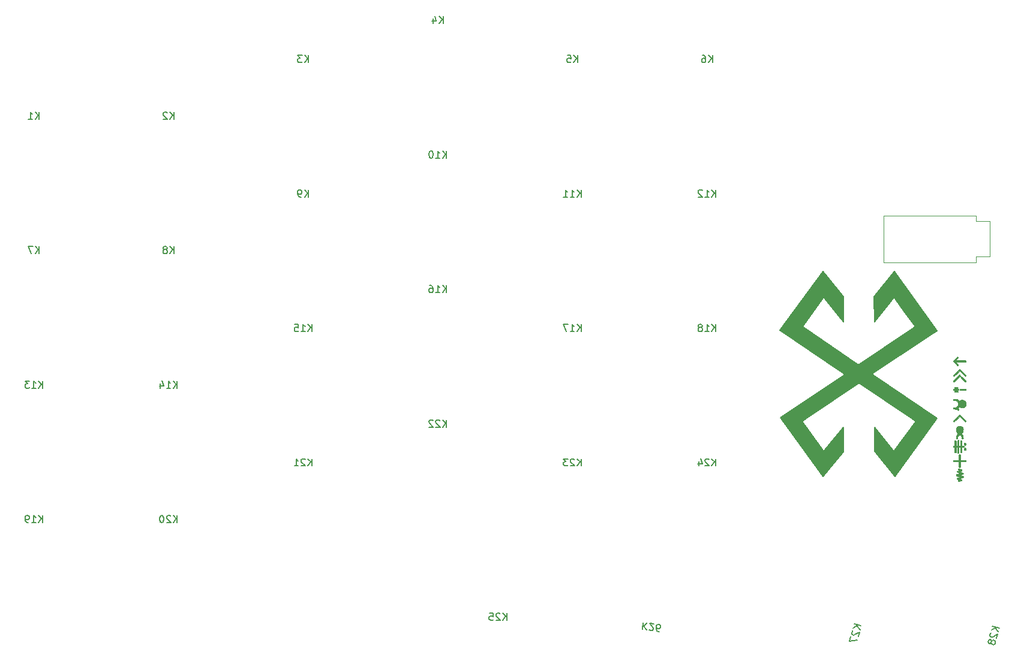
<source format=gbr>
%TF.GenerationSoftware,KiCad,Pcbnew,(6.0.2)*%
%TF.CreationDate,2022-03-02T20:59:58-08:00*%
%TF.ProjectId,CANDIEKEYBOARD,43414e44-4945-44b4-9559-424f4152442e,rev?*%
%TF.SameCoordinates,Original*%
%TF.FileFunction,Legend,Bot*%
%TF.FilePolarity,Positive*%
%FSLAX46Y46*%
G04 Gerber Fmt 4.6, Leading zero omitted, Abs format (unit mm)*
G04 Created by KiCad (PCBNEW (6.0.2)) date 2022-03-02 20:59:58*
%MOMM*%
%LPD*%
G01*
G04 APERTURE LIST*
%ADD10C,0.050270*%
%ADD11C,0.145520*%
%ADD12C,0.200000*%
%ADD13C,0.120000*%
G04 APERTURE END LIST*
D10*
X170348498Y-93313114D02*
X170343598Y-93312997D01*
X170343598Y-93312997D02*
X170338711Y-93312643D01*
X170338711Y-93312643D02*
X170333847Y-93312054D01*
X170333847Y-93312054D02*
X170329018Y-93311229D01*
X170329018Y-93311229D02*
X170324236Y-93310169D01*
X170324236Y-93310169D02*
X170319514Y-93308872D01*
X170319514Y-93308872D02*
X170314861Y-93307341D01*
X170314861Y-93307341D02*
X170310292Y-93305573D01*
X170310292Y-93305573D02*
X170305817Y-93303570D01*
X170305817Y-93303570D02*
X170301447Y-93301331D01*
X170301447Y-93301331D02*
X170297196Y-93298857D01*
X170297196Y-93298857D02*
X170293074Y-93296147D01*
X170293074Y-93296147D02*
X170289094Y-93293202D01*
X170289094Y-93293202D02*
X170285266Y-93290021D01*
X170285266Y-93290021D02*
X170281604Y-93286604D01*
X170281604Y-93286604D02*
X170278119Y-93282951D01*
X170278119Y-93282951D02*
X169775410Y-92780243D01*
X169775410Y-92780243D02*
X169772089Y-92777464D01*
X169772089Y-92777464D02*
X169768918Y-92774415D01*
X169768918Y-92774415D02*
X169765906Y-92771106D01*
X169765906Y-92771106D02*
X169763062Y-92767550D01*
X169763062Y-92767550D02*
X169760395Y-92763758D01*
X169760395Y-92763758D02*
X169757914Y-92759742D01*
X169757914Y-92759742D02*
X169755626Y-92755514D01*
X169755626Y-92755514D02*
X169753542Y-92751086D01*
X169753542Y-92751086D02*
X169751671Y-92746469D01*
X169751671Y-92746469D02*
X169750020Y-92741676D01*
X169750020Y-92741676D02*
X169748598Y-92736718D01*
X169748598Y-92736718D02*
X169747416Y-92731606D01*
X169747416Y-92731606D02*
X169746481Y-92726353D01*
X169746481Y-92726353D02*
X169745802Y-92720971D01*
X169745802Y-92720971D02*
X169745388Y-92715470D01*
X169745388Y-92715470D02*
X169745248Y-92709864D01*
X169745248Y-92709864D02*
X169745388Y-92704611D01*
X169745388Y-92704611D02*
X169745802Y-92699417D01*
X169745802Y-92699417D02*
X169746481Y-92694294D01*
X169746481Y-92694294D02*
X169747416Y-92689253D01*
X169747416Y-92689253D02*
X169748598Y-92684307D01*
X169748598Y-92684307D02*
X169750020Y-92679466D01*
X169750020Y-92679466D02*
X169751671Y-92674744D01*
X169751671Y-92674744D02*
X169753543Y-92670151D01*
X169753543Y-92670151D02*
X169755627Y-92665699D01*
X169755627Y-92665699D02*
X169757914Y-92661400D01*
X169757914Y-92661400D02*
X169760395Y-92657267D01*
X169760395Y-92657267D02*
X169763063Y-92653310D01*
X169763063Y-92653310D02*
X169765906Y-92649542D01*
X169765906Y-92649542D02*
X169768918Y-92645973D01*
X169768918Y-92645973D02*
X169772089Y-92642617D01*
X169772089Y-92642617D02*
X169775410Y-92639485D01*
X169775410Y-92639485D02*
X170278119Y-92136778D01*
X170278119Y-92136778D02*
X170281604Y-92133125D01*
X170281604Y-92133125D02*
X170285266Y-92129708D01*
X170285266Y-92129708D02*
X170289094Y-92126527D01*
X170289094Y-92126527D02*
X170293074Y-92123581D01*
X170293074Y-92123581D02*
X170297196Y-92120871D01*
X170297196Y-92120871D02*
X170301447Y-92118397D01*
X170301447Y-92118397D02*
X170305817Y-92116158D01*
X170305817Y-92116158D02*
X170310292Y-92114155D01*
X170310292Y-92114155D02*
X170314861Y-92112388D01*
X170314861Y-92112388D02*
X170319514Y-92110856D01*
X170319514Y-92110856D02*
X170324236Y-92109560D01*
X170324236Y-92109560D02*
X170329018Y-92108500D01*
X170329018Y-92108500D02*
X170333847Y-92107675D01*
X170333847Y-92107675D02*
X170338711Y-92107086D01*
X170338711Y-92107086D02*
X170343598Y-92106733D01*
X170343598Y-92106733D02*
X170348498Y-92106615D01*
X170348498Y-92106615D02*
X170353386Y-92106755D01*
X170353386Y-92106755D02*
X170358243Y-92107169D01*
X170358243Y-92107169D02*
X170363060Y-92107851D01*
X170363060Y-92107851D02*
X170367829Y-92108790D01*
X170367829Y-92108790D02*
X170372542Y-92109981D01*
X170372542Y-92109981D02*
X170377191Y-92111413D01*
X170377191Y-92111413D02*
X170381767Y-92113080D01*
X170381767Y-92113080D02*
X170386264Y-92114972D01*
X170386264Y-92114972D02*
X170390672Y-92117083D01*
X170390672Y-92117083D02*
X170394984Y-92119403D01*
X170394984Y-92119403D02*
X170399191Y-92121926D01*
X170399191Y-92121926D02*
X170403285Y-92124641D01*
X170403285Y-92124641D02*
X170407259Y-92127543D01*
X170407259Y-92127543D02*
X170411104Y-92130622D01*
X170411104Y-92130622D02*
X170414812Y-92133870D01*
X170414812Y-92133870D02*
X170418374Y-92137280D01*
X170418374Y-92137280D02*
X170421784Y-92140843D01*
X170421784Y-92140843D02*
X170425032Y-92144550D01*
X170425032Y-92144550D02*
X170428111Y-92148395D01*
X170428111Y-92148395D02*
X170431013Y-92152369D01*
X170431013Y-92152369D02*
X170433729Y-92156463D01*
X170433729Y-92156463D02*
X170436251Y-92160670D01*
X170436251Y-92160670D02*
X170438571Y-92164982D01*
X170438571Y-92164982D02*
X170440682Y-92169390D01*
X170440682Y-92169390D02*
X170442575Y-92173887D01*
X170442575Y-92173887D02*
X170444241Y-92178464D01*
X170444241Y-92178464D02*
X170445674Y-92183113D01*
X170445674Y-92183113D02*
X170446864Y-92187826D01*
X170446864Y-92187826D02*
X170447803Y-92192595D01*
X170447803Y-92192595D02*
X170448485Y-92197412D01*
X170448485Y-92197412D02*
X170448899Y-92202268D01*
X170448899Y-92202268D02*
X170449039Y-92207156D01*
X170449039Y-92207156D02*
X170448922Y-92212056D01*
X170448922Y-92212056D02*
X170448568Y-92216943D01*
X170448568Y-92216943D02*
X170447979Y-92221808D01*
X170447979Y-92221808D02*
X170447154Y-92226636D01*
X170447154Y-92226636D02*
X170446094Y-92231418D01*
X170446094Y-92231418D02*
X170444798Y-92236141D01*
X170444798Y-92236141D02*
X170443266Y-92240793D01*
X170443266Y-92240793D02*
X170441499Y-92245362D01*
X170441499Y-92245362D02*
X170439496Y-92249838D01*
X170439496Y-92249838D02*
X170437257Y-92254207D01*
X170437257Y-92254207D02*
X170434783Y-92258458D01*
X170434783Y-92258458D02*
X170432073Y-92262580D01*
X170432073Y-92262580D02*
X170429127Y-92266560D01*
X170429127Y-92266560D02*
X170425946Y-92270388D01*
X170425946Y-92270388D02*
X170422529Y-92274050D01*
X170422529Y-92274050D02*
X170418877Y-92277535D01*
X170418877Y-92277535D02*
X170089100Y-92609322D01*
X170089100Y-92609322D02*
X171454456Y-92609322D01*
X171454456Y-92609322D02*
X171459698Y-92609451D01*
X171459698Y-92609451D02*
X171464864Y-92609833D01*
X171464864Y-92609833D02*
X171469947Y-92610462D01*
X171469947Y-92610462D02*
X171474941Y-92611333D01*
X171474941Y-92611333D02*
X171479842Y-92612439D01*
X171479842Y-92612439D02*
X171484642Y-92613776D01*
X171484642Y-92613776D02*
X171489336Y-92615336D01*
X171489336Y-92615336D02*
X171493919Y-92617114D01*
X171493919Y-92617114D02*
X171498383Y-92619104D01*
X171498383Y-92619104D02*
X171502724Y-92621301D01*
X171502724Y-92621301D02*
X171506935Y-92623697D01*
X171506935Y-92623697D02*
X171511011Y-92626289D01*
X171511011Y-92626289D02*
X171514945Y-92629068D01*
X171514945Y-92629068D02*
X171518732Y-92632030D01*
X171518732Y-92632030D02*
X171522366Y-92635169D01*
X171522366Y-92635169D02*
X171525841Y-92638479D01*
X171525841Y-92638479D02*
X171529150Y-92641954D01*
X171529150Y-92641954D02*
X171532289Y-92645588D01*
X171532289Y-92645588D02*
X171535252Y-92649375D01*
X171535252Y-92649375D02*
X171538031Y-92653309D01*
X171538031Y-92653309D02*
X171540622Y-92657385D01*
X171540622Y-92657385D02*
X171543019Y-92661596D01*
X171543019Y-92661596D02*
X171545216Y-92665937D01*
X171545216Y-92665937D02*
X171547206Y-92670401D01*
X171547206Y-92670401D02*
X171548984Y-92674984D01*
X171548984Y-92674984D02*
X171550544Y-92679678D01*
X171550544Y-92679678D02*
X171551880Y-92684478D01*
X171551880Y-92684478D02*
X171552987Y-92689378D01*
X171552987Y-92689378D02*
X171553858Y-92694373D01*
X171553858Y-92694373D02*
X171554487Y-92699456D01*
X171554487Y-92699456D02*
X171554869Y-92704622D01*
X171554869Y-92704622D02*
X171554998Y-92709864D01*
X171554998Y-92709864D02*
X171554869Y-92715106D01*
X171554869Y-92715106D02*
X171554487Y-92720271D01*
X171554487Y-92720271D02*
X171553858Y-92725355D01*
X171553858Y-92725355D02*
X171552987Y-92730349D01*
X171552987Y-92730349D02*
X171551880Y-92735250D01*
X171551880Y-92735250D02*
X171550544Y-92740050D01*
X171550544Y-92740050D02*
X171548984Y-92744744D01*
X171548984Y-92744744D02*
X171547206Y-92749326D01*
X171547206Y-92749326D02*
X171545216Y-92753791D01*
X171545216Y-92753791D02*
X171543019Y-92758132D01*
X171543019Y-92758132D02*
X171540622Y-92762343D01*
X171540622Y-92762343D02*
X171538031Y-92766419D01*
X171538031Y-92766419D02*
X171535252Y-92770353D01*
X171535252Y-92770353D02*
X171532289Y-92774140D01*
X171532289Y-92774140D02*
X171529150Y-92777774D01*
X171529150Y-92777774D02*
X171525841Y-92781248D01*
X171525841Y-92781248D02*
X171522366Y-92784558D01*
X171522366Y-92784558D02*
X171518732Y-92787697D01*
X171518732Y-92787697D02*
X171514945Y-92790660D01*
X171514945Y-92790660D02*
X171511011Y-92793439D01*
X171511011Y-92793439D02*
X171506935Y-92796030D01*
X171506935Y-92796030D02*
X171502724Y-92798427D01*
X171502724Y-92798427D02*
X171498383Y-92800623D01*
X171498383Y-92800623D02*
X171493919Y-92802614D01*
X171493919Y-92802614D02*
X171489336Y-92804392D01*
X171489336Y-92804392D02*
X171484642Y-92805952D01*
X171484642Y-92805952D02*
X171479842Y-92807288D01*
X171479842Y-92807288D02*
X171474941Y-92808395D01*
X171474941Y-92808395D02*
X171469947Y-92809266D01*
X171469947Y-92809266D02*
X171464864Y-92809895D01*
X171464864Y-92809895D02*
X171459698Y-92810277D01*
X171459698Y-92810277D02*
X171454456Y-92810406D01*
X171454456Y-92810406D02*
X170089100Y-92810406D01*
X170089100Y-92810406D02*
X170418877Y-93142194D01*
X170418877Y-93142194D02*
X170422529Y-93146033D01*
X170422529Y-93146033D02*
X170425946Y-93150001D01*
X170425946Y-93150001D02*
X170429127Y-93154088D01*
X170429127Y-93154088D02*
X170432073Y-93158280D01*
X170432073Y-93158280D02*
X170434783Y-93162567D01*
X170434783Y-93162567D02*
X170437257Y-93166936D01*
X170437257Y-93166936D02*
X170439496Y-93171376D01*
X170439496Y-93171376D02*
X170441499Y-93175875D01*
X170441499Y-93175875D02*
X170443266Y-93180421D01*
X170443266Y-93180421D02*
X170444798Y-93185002D01*
X170444798Y-93185002D02*
X170446094Y-93189607D01*
X170446094Y-93189607D02*
X170447154Y-93194224D01*
X170447154Y-93194224D02*
X170447979Y-93198841D01*
X170447979Y-93198841D02*
X170448568Y-93203445D01*
X170448568Y-93203445D02*
X170448922Y-93208027D01*
X170448922Y-93208027D02*
X170449039Y-93212573D01*
X170449039Y-93212573D02*
X170448899Y-93217638D01*
X170448899Y-93217638D02*
X170448485Y-93222649D01*
X170448485Y-93222649D02*
X170447803Y-93227599D01*
X170447803Y-93227599D02*
X170446864Y-93232480D01*
X170446864Y-93232480D02*
X170445674Y-93237287D01*
X170445674Y-93237287D02*
X170444241Y-93242012D01*
X170444241Y-93242012D02*
X170442575Y-93246647D01*
X170442575Y-93246647D02*
X170440682Y-93251186D01*
X170440682Y-93251186D02*
X170438571Y-93255623D01*
X170438571Y-93255623D02*
X170436251Y-93259949D01*
X170436251Y-93259949D02*
X170433729Y-93264158D01*
X170433729Y-93264158D02*
X170431013Y-93268243D01*
X170431013Y-93268243D02*
X170428111Y-93272197D01*
X170428111Y-93272197D02*
X170425032Y-93276013D01*
X170425032Y-93276013D02*
X170421784Y-93279684D01*
X170421784Y-93279684D02*
X170418374Y-93283203D01*
X170418374Y-93283203D02*
X170414812Y-93286563D01*
X170414812Y-93286563D02*
X170411104Y-93289756D01*
X170411104Y-93289756D02*
X170407259Y-93292777D01*
X170407259Y-93292777D02*
X170403285Y-93295617D01*
X170403285Y-93295617D02*
X170399191Y-93298271D01*
X170399191Y-93298271D02*
X170394984Y-93300731D01*
X170394984Y-93300731D02*
X170390672Y-93302989D01*
X170390672Y-93302989D02*
X170386264Y-93305040D01*
X170386264Y-93305040D02*
X170381767Y-93306875D01*
X170381767Y-93306875D02*
X170377191Y-93308488D01*
X170377191Y-93308488D02*
X170372542Y-93309873D01*
X170372542Y-93309873D02*
X170367829Y-93311021D01*
X170367829Y-93311021D02*
X170363060Y-93311926D01*
X170363060Y-93311926D02*
X170358243Y-93312582D01*
X170358243Y-93312582D02*
X170353386Y-93312980D01*
X170353386Y-93312980D02*
X170348498Y-93313114D01*
X170348498Y-93313114D02*
X170348498Y-93313114D01*
G36*
X170353386Y-92106755D02*
G01*
X170358243Y-92107169D01*
X170363060Y-92107851D01*
X170367829Y-92108790D01*
X170372542Y-92109981D01*
X170377191Y-92111413D01*
X170381767Y-92113080D01*
X170386264Y-92114972D01*
X170390672Y-92117083D01*
X170394984Y-92119403D01*
X170399191Y-92121926D01*
X170403285Y-92124641D01*
X170407259Y-92127543D01*
X170411104Y-92130622D01*
X170414812Y-92133870D01*
X170418374Y-92137280D01*
X170421784Y-92140843D01*
X170425032Y-92144550D01*
X170428111Y-92148395D01*
X170431013Y-92152369D01*
X170433729Y-92156463D01*
X170436251Y-92160670D01*
X170438571Y-92164982D01*
X170440682Y-92169390D01*
X170442575Y-92173887D01*
X170444241Y-92178464D01*
X170445674Y-92183113D01*
X170446864Y-92187826D01*
X170447803Y-92192595D01*
X170448485Y-92197412D01*
X170448899Y-92202268D01*
X170449039Y-92207156D01*
X170448922Y-92212056D01*
X170448568Y-92216943D01*
X170447979Y-92221808D01*
X170447154Y-92226636D01*
X170446094Y-92231418D01*
X170444798Y-92236141D01*
X170443266Y-92240793D01*
X170441499Y-92245362D01*
X170439496Y-92249838D01*
X170437257Y-92254207D01*
X170434783Y-92258458D01*
X170432073Y-92262580D01*
X170429127Y-92266560D01*
X170425946Y-92270388D01*
X170422529Y-92274050D01*
X170418877Y-92277535D01*
X170089100Y-92609322D01*
X171454456Y-92609322D01*
X171459698Y-92609451D01*
X171464864Y-92609833D01*
X171469947Y-92610462D01*
X171474941Y-92611333D01*
X171479842Y-92612439D01*
X171484642Y-92613776D01*
X171489336Y-92615336D01*
X171493919Y-92617114D01*
X171498383Y-92619104D01*
X171502724Y-92621301D01*
X171506935Y-92623697D01*
X171511011Y-92626289D01*
X171514945Y-92629068D01*
X171518732Y-92632030D01*
X171522366Y-92635169D01*
X171525841Y-92638479D01*
X171529150Y-92641954D01*
X171532289Y-92645588D01*
X171535252Y-92649375D01*
X171538031Y-92653309D01*
X171540622Y-92657385D01*
X171543019Y-92661596D01*
X171545216Y-92665937D01*
X171547206Y-92670401D01*
X171548984Y-92674984D01*
X171550544Y-92679678D01*
X171551880Y-92684478D01*
X171552987Y-92689378D01*
X171553858Y-92694373D01*
X171554487Y-92699456D01*
X171554869Y-92704622D01*
X171554998Y-92709864D01*
X171554869Y-92715106D01*
X171554487Y-92720271D01*
X171553858Y-92725355D01*
X171552987Y-92730349D01*
X171551880Y-92735250D01*
X171550544Y-92740050D01*
X171548984Y-92744744D01*
X171547206Y-92749326D01*
X171545216Y-92753791D01*
X171543019Y-92758132D01*
X171540622Y-92762343D01*
X171538031Y-92766419D01*
X171535252Y-92770353D01*
X171532289Y-92774140D01*
X171529150Y-92777774D01*
X171525841Y-92781248D01*
X171522366Y-92784558D01*
X171518732Y-92787697D01*
X171514945Y-92790660D01*
X171511011Y-92793439D01*
X171506935Y-92796030D01*
X171502724Y-92798427D01*
X171498383Y-92800623D01*
X171493919Y-92802614D01*
X171489336Y-92804392D01*
X171484642Y-92805952D01*
X171479842Y-92807288D01*
X171474941Y-92808395D01*
X171469947Y-92809266D01*
X171464864Y-92809895D01*
X171459698Y-92810277D01*
X171454456Y-92810406D01*
X170089100Y-92810406D01*
X170418877Y-93142194D01*
X170422529Y-93146033D01*
X170425946Y-93150001D01*
X170429127Y-93154088D01*
X170432073Y-93158280D01*
X170434783Y-93162567D01*
X170437257Y-93166936D01*
X170439496Y-93171376D01*
X170441499Y-93175875D01*
X170443266Y-93180421D01*
X170444798Y-93185002D01*
X170446094Y-93189607D01*
X170447154Y-93194224D01*
X170447979Y-93198841D01*
X170448568Y-93203445D01*
X170448922Y-93208027D01*
X170449039Y-93212573D01*
X170448899Y-93217638D01*
X170448485Y-93222649D01*
X170447803Y-93227599D01*
X170446864Y-93232480D01*
X170445674Y-93237287D01*
X170444241Y-93242012D01*
X170442575Y-93246647D01*
X170440682Y-93251186D01*
X170438571Y-93255623D01*
X170436251Y-93259949D01*
X170433729Y-93264158D01*
X170431013Y-93268243D01*
X170428111Y-93272197D01*
X170425032Y-93276013D01*
X170421784Y-93279684D01*
X170418374Y-93283203D01*
X170414812Y-93286563D01*
X170411104Y-93289756D01*
X170407259Y-93292777D01*
X170403285Y-93295617D01*
X170399191Y-93298271D01*
X170394984Y-93300731D01*
X170390672Y-93302989D01*
X170386264Y-93305040D01*
X170381767Y-93306875D01*
X170377191Y-93308488D01*
X170372542Y-93309873D01*
X170367829Y-93311021D01*
X170363060Y-93311926D01*
X170358243Y-93312582D01*
X170353386Y-93312980D01*
X170348498Y-93313114D01*
X170343598Y-93312997D01*
X170338711Y-93312643D01*
X170333847Y-93312054D01*
X170329018Y-93311229D01*
X170324236Y-93310169D01*
X170319514Y-93308872D01*
X170314861Y-93307341D01*
X170310292Y-93305573D01*
X170305817Y-93303570D01*
X170301447Y-93301331D01*
X170297196Y-93298857D01*
X170293074Y-93296147D01*
X170289094Y-93293202D01*
X170285266Y-93290021D01*
X170281604Y-93286604D01*
X170278119Y-93282951D01*
X169775410Y-92780243D01*
X169772089Y-92777464D01*
X169768918Y-92774415D01*
X169765906Y-92771106D01*
X169763062Y-92767550D01*
X169760395Y-92763758D01*
X169757914Y-92759742D01*
X169755626Y-92755514D01*
X169753542Y-92751086D01*
X169751671Y-92746469D01*
X169750020Y-92741676D01*
X169748598Y-92736718D01*
X169747416Y-92731606D01*
X169746481Y-92726353D01*
X169745802Y-92720971D01*
X169745388Y-92715470D01*
X169745248Y-92709864D01*
X169745388Y-92704611D01*
X169745802Y-92699417D01*
X169746481Y-92694294D01*
X169747416Y-92689253D01*
X169748598Y-92684307D01*
X169750020Y-92679466D01*
X169751671Y-92674744D01*
X169753543Y-92670151D01*
X169755627Y-92665699D01*
X169757914Y-92661400D01*
X169760395Y-92657267D01*
X169763063Y-92653310D01*
X169765906Y-92649542D01*
X169768918Y-92645973D01*
X169772089Y-92642617D01*
X169775410Y-92639485D01*
X170278119Y-92136778D01*
X170281604Y-92133125D01*
X170285266Y-92129708D01*
X170289094Y-92126527D01*
X170293074Y-92123581D01*
X170297196Y-92120871D01*
X170301447Y-92118397D01*
X170305817Y-92116158D01*
X170310292Y-92114155D01*
X170314861Y-92112388D01*
X170319514Y-92110856D01*
X170324236Y-92109560D01*
X170329018Y-92108500D01*
X170333847Y-92107675D01*
X170338711Y-92107086D01*
X170343598Y-92106733D01*
X170348498Y-92106615D01*
X170353386Y-92106755D01*
G37*
X170353386Y-92106755D02*
X170358243Y-92107169D01*
X170363060Y-92107851D01*
X170367829Y-92108790D01*
X170372542Y-92109981D01*
X170377191Y-92111413D01*
X170381767Y-92113080D01*
X170386264Y-92114972D01*
X170390672Y-92117083D01*
X170394984Y-92119403D01*
X170399191Y-92121926D01*
X170403285Y-92124641D01*
X170407259Y-92127543D01*
X170411104Y-92130622D01*
X170414812Y-92133870D01*
X170418374Y-92137280D01*
X170421784Y-92140843D01*
X170425032Y-92144550D01*
X170428111Y-92148395D01*
X170431013Y-92152369D01*
X170433729Y-92156463D01*
X170436251Y-92160670D01*
X170438571Y-92164982D01*
X170440682Y-92169390D01*
X170442575Y-92173887D01*
X170444241Y-92178464D01*
X170445674Y-92183113D01*
X170446864Y-92187826D01*
X170447803Y-92192595D01*
X170448485Y-92197412D01*
X170448899Y-92202268D01*
X170449039Y-92207156D01*
X170448922Y-92212056D01*
X170448568Y-92216943D01*
X170447979Y-92221808D01*
X170447154Y-92226636D01*
X170446094Y-92231418D01*
X170444798Y-92236141D01*
X170443266Y-92240793D01*
X170441499Y-92245362D01*
X170439496Y-92249838D01*
X170437257Y-92254207D01*
X170434783Y-92258458D01*
X170432073Y-92262580D01*
X170429127Y-92266560D01*
X170425946Y-92270388D01*
X170422529Y-92274050D01*
X170418877Y-92277535D01*
X170089100Y-92609322D01*
X171454456Y-92609322D01*
X171459698Y-92609451D01*
X171464864Y-92609833D01*
X171469947Y-92610462D01*
X171474941Y-92611333D01*
X171479842Y-92612439D01*
X171484642Y-92613776D01*
X171489336Y-92615336D01*
X171493919Y-92617114D01*
X171498383Y-92619104D01*
X171502724Y-92621301D01*
X171506935Y-92623697D01*
X171511011Y-92626289D01*
X171514945Y-92629068D01*
X171518732Y-92632030D01*
X171522366Y-92635169D01*
X171525841Y-92638479D01*
X171529150Y-92641954D01*
X171532289Y-92645588D01*
X171535252Y-92649375D01*
X171538031Y-92653309D01*
X171540622Y-92657385D01*
X171543019Y-92661596D01*
X171545216Y-92665937D01*
X171547206Y-92670401D01*
X171548984Y-92674984D01*
X171550544Y-92679678D01*
X171551880Y-92684478D01*
X171552987Y-92689378D01*
X171553858Y-92694373D01*
X171554487Y-92699456D01*
X171554869Y-92704622D01*
X171554998Y-92709864D01*
X171554869Y-92715106D01*
X171554487Y-92720271D01*
X171553858Y-92725355D01*
X171552987Y-92730349D01*
X171551880Y-92735250D01*
X171550544Y-92740050D01*
X171548984Y-92744744D01*
X171547206Y-92749326D01*
X171545216Y-92753791D01*
X171543019Y-92758132D01*
X171540622Y-92762343D01*
X171538031Y-92766419D01*
X171535252Y-92770353D01*
X171532289Y-92774140D01*
X171529150Y-92777774D01*
X171525841Y-92781248D01*
X171522366Y-92784558D01*
X171518732Y-92787697D01*
X171514945Y-92790660D01*
X171511011Y-92793439D01*
X171506935Y-92796030D01*
X171502724Y-92798427D01*
X171498383Y-92800623D01*
X171493919Y-92802614D01*
X171489336Y-92804392D01*
X171484642Y-92805952D01*
X171479842Y-92807288D01*
X171474941Y-92808395D01*
X171469947Y-92809266D01*
X171464864Y-92809895D01*
X171459698Y-92810277D01*
X171454456Y-92810406D01*
X170089100Y-92810406D01*
X170418877Y-93142194D01*
X170422529Y-93146033D01*
X170425946Y-93150001D01*
X170429127Y-93154088D01*
X170432073Y-93158280D01*
X170434783Y-93162567D01*
X170437257Y-93166936D01*
X170439496Y-93171376D01*
X170441499Y-93175875D01*
X170443266Y-93180421D01*
X170444798Y-93185002D01*
X170446094Y-93189607D01*
X170447154Y-93194224D01*
X170447979Y-93198841D01*
X170448568Y-93203445D01*
X170448922Y-93208027D01*
X170449039Y-93212573D01*
X170448899Y-93217638D01*
X170448485Y-93222649D01*
X170447803Y-93227599D01*
X170446864Y-93232480D01*
X170445674Y-93237287D01*
X170444241Y-93242012D01*
X170442575Y-93246647D01*
X170440682Y-93251186D01*
X170438571Y-93255623D01*
X170436251Y-93259949D01*
X170433729Y-93264158D01*
X170431013Y-93268243D01*
X170428111Y-93272197D01*
X170425032Y-93276013D01*
X170421784Y-93279684D01*
X170418374Y-93283203D01*
X170414812Y-93286563D01*
X170411104Y-93289756D01*
X170407259Y-93292777D01*
X170403285Y-93295617D01*
X170399191Y-93298271D01*
X170394984Y-93300731D01*
X170390672Y-93302989D01*
X170386264Y-93305040D01*
X170381767Y-93306875D01*
X170377191Y-93308488D01*
X170372542Y-93309873D01*
X170367829Y-93311021D01*
X170363060Y-93311926D01*
X170358243Y-93312582D01*
X170353386Y-93312980D01*
X170348498Y-93313114D01*
X170343598Y-93312997D01*
X170338711Y-93312643D01*
X170333847Y-93312054D01*
X170329018Y-93311229D01*
X170324236Y-93310169D01*
X170319514Y-93308872D01*
X170314861Y-93307341D01*
X170310292Y-93305573D01*
X170305817Y-93303570D01*
X170301447Y-93301331D01*
X170297196Y-93298857D01*
X170293074Y-93296147D01*
X170289094Y-93293202D01*
X170285266Y-93290021D01*
X170281604Y-93286604D01*
X170278119Y-93282951D01*
X169775410Y-92780243D01*
X169772089Y-92777464D01*
X169768918Y-92774415D01*
X169765906Y-92771106D01*
X169763062Y-92767550D01*
X169760395Y-92763758D01*
X169757914Y-92759742D01*
X169755626Y-92755514D01*
X169753542Y-92751086D01*
X169751671Y-92746469D01*
X169750020Y-92741676D01*
X169748598Y-92736718D01*
X169747416Y-92731606D01*
X169746481Y-92726353D01*
X169745802Y-92720971D01*
X169745388Y-92715470D01*
X169745248Y-92709864D01*
X169745388Y-92704611D01*
X169745802Y-92699417D01*
X169746481Y-92694294D01*
X169747416Y-92689253D01*
X169748598Y-92684307D01*
X169750020Y-92679466D01*
X169751671Y-92674744D01*
X169753543Y-92670151D01*
X169755627Y-92665699D01*
X169757914Y-92661400D01*
X169760395Y-92657267D01*
X169763063Y-92653310D01*
X169765906Y-92649542D01*
X169768918Y-92645973D01*
X169772089Y-92642617D01*
X169775410Y-92639485D01*
X170278119Y-92136778D01*
X170281604Y-92133125D01*
X170285266Y-92129708D01*
X170289094Y-92126527D01*
X170293074Y-92123581D01*
X170297196Y-92120871D01*
X170301447Y-92118397D01*
X170305817Y-92116158D01*
X170310292Y-92114155D01*
X170314861Y-92112388D01*
X170319514Y-92110856D01*
X170324236Y-92109560D01*
X170329018Y-92108500D01*
X170333847Y-92107675D01*
X170338711Y-92107086D01*
X170343598Y-92106733D01*
X170348498Y-92106615D01*
X170353386Y-92106755D01*
X171454456Y-95625572D02*
X171449557Y-95625454D01*
X171449557Y-95625454D02*
X171444669Y-95625101D01*
X171444669Y-95625101D02*
X171439805Y-95624512D01*
X171439805Y-95624512D02*
X171434976Y-95623687D01*
X171434976Y-95623687D02*
X171430195Y-95622626D01*
X171430195Y-95622626D02*
X171425472Y-95621330D01*
X171425472Y-95621330D02*
X171420820Y-95619799D01*
X171420820Y-95619799D02*
X171416250Y-95618031D01*
X171416250Y-95618031D02*
X171411775Y-95616028D01*
X171411775Y-95616028D02*
X171407406Y-95613790D01*
X171407406Y-95613790D02*
X171403154Y-95611315D01*
X171403154Y-95611315D02*
X171399033Y-95608605D01*
X171399033Y-95608605D02*
X171395052Y-95605660D01*
X171395052Y-95605660D02*
X171391225Y-95602479D01*
X171391225Y-95602479D02*
X171387563Y-95599062D01*
X171387563Y-95599062D02*
X171384077Y-95595409D01*
X171384077Y-95595409D02*
X170650123Y-94863466D01*
X170650123Y-94863466D02*
X169916169Y-95595409D01*
X169916169Y-95595409D02*
X169912330Y-95599062D01*
X169912330Y-95599062D02*
X169908361Y-95602479D01*
X169908361Y-95602479D02*
X169904274Y-95605660D01*
X169904274Y-95605660D02*
X169900082Y-95608605D01*
X169900082Y-95608605D02*
X169895795Y-95611315D01*
X169895795Y-95611315D02*
X169891426Y-95613790D01*
X169891426Y-95613790D02*
X169886986Y-95616028D01*
X169886986Y-95616028D02*
X169882487Y-95618031D01*
X169882487Y-95618031D02*
X169877941Y-95619799D01*
X169877941Y-95619799D02*
X169873360Y-95621330D01*
X169873360Y-95621330D02*
X169868755Y-95622626D01*
X169868755Y-95622626D02*
X169864138Y-95623687D01*
X169864138Y-95623687D02*
X169859522Y-95624512D01*
X169859522Y-95624512D02*
X169854917Y-95625101D01*
X169854917Y-95625101D02*
X169850336Y-95625454D01*
X169850336Y-95625454D02*
X169845790Y-95625572D01*
X169845790Y-95625572D02*
X169840724Y-95625438D01*
X169840724Y-95625438D02*
X169835713Y-95625039D01*
X169835713Y-95625039D02*
X169830763Y-95624384D01*
X169830763Y-95624384D02*
X169825882Y-95623479D01*
X169825882Y-95623479D02*
X169821075Y-95622330D01*
X169821075Y-95622330D02*
X169816350Y-95620946D01*
X169816350Y-95620946D02*
X169811715Y-95619333D01*
X169811715Y-95619333D02*
X169807175Y-95617497D01*
X169807175Y-95617497D02*
X169802739Y-95615447D01*
X169802739Y-95615447D02*
X169798413Y-95613189D01*
X169798413Y-95613189D02*
X169794204Y-95610729D01*
X169794204Y-95610729D02*
X169790119Y-95608076D01*
X169790119Y-95608076D02*
X169786165Y-95605235D01*
X169786165Y-95605235D02*
X169782349Y-95602214D01*
X169782349Y-95602214D02*
X169778678Y-95599021D01*
X169778678Y-95599021D02*
X169775159Y-95595661D01*
X169775159Y-95595661D02*
X169771799Y-95592142D01*
X169771799Y-95592142D02*
X169768606Y-95588471D01*
X169768606Y-95588471D02*
X169765585Y-95584655D01*
X169765585Y-95584655D02*
X169762744Y-95580701D01*
X169762744Y-95580701D02*
X169760091Y-95576616D01*
X169760091Y-95576616D02*
X169757631Y-95572407D01*
X169757631Y-95572407D02*
X169755373Y-95568081D01*
X169755373Y-95568081D02*
X169753323Y-95563645D01*
X169753323Y-95563645D02*
X169751487Y-95559105D01*
X169751487Y-95559105D02*
X169749874Y-95554470D01*
X169749874Y-95554470D02*
X169748489Y-95549745D01*
X169748489Y-95549745D02*
X169747341Y-95544938D01*
X169747341Y-95544938D02*
X169746436Y-95540057D01*
X169746436Y-95540057D02*
X169745781Y-95535107D01*
X169745781Y-95535107D02*
X169745382Y-95530096D01*
X169745382Y-95530096D02*
X169745248Y-95525030D01*
X169745248Y-95525030D02*
X169745366Y-95520484D01*
X169745366Y-95520484D02*
X169745719Y-95515903D01*
X169745719Y-95515903D02*
X169746308Y-95511298D01*
X169746308Y-95511298D02*
X169747133Y-95506682D01*
X169747133Y-95506682D02*
X169748193Y-95502065D01*
X169748193Y-95502065D02*
X169749489Y-95497460D01*
X169749489Y-95497460D02*
X169751021Y-95492879D01*
X169751021Y-95492879D02*
X169752789Y-95488333D01*
X169752789Y-95488333D02*
X169754791Y-95483834D01*
X169754791Y-95483834D02*
X169757030Y-95479394D01*
X169757030Y-95479394D02*
X169759504Y-95475025D01*
X169759504Y-95475025D02*
X169762214Y-95470738D01*
X169762214Y-95470738D02*
X169765160Y-95466546D01*
X169765160Y-95466546D02*
X169768341Y-95462459D01*
X169768341Y-95462459D02*
X169771758Y-95458491D01*
X169771758Y-95458491D02*
X169775410Y-95454652D01*
X169775410Y-95454652D02*
X170579744Y-94650319D01*
X170579744Y-94650319D02*
X170583229Y-94646666D01*
X170583229Y-94646666D02*
X170586892Y-94643249D01*
X170586892Y-94643249D02*
X170590719Y-94640068D01*
X170590719Y-94640068D02*
X170594699Y-94637123D01*
X170594699Y-94637123D02*
X170598821Y-94634413D01*
X170598821Y-94634413D02*
X170603072Y-94631938D01*
X170603072Y-94631938D02*
X170607442Y-94629700D01*
X170607442Y-94629700D02*
X170611917Y-94627697D01*
X170611917Y-94627697D02*
X170616486Y-94625929D01*
X170616486Y-94625929D02*
X170621138Y-94624398D01*
X170621138Y-94624398D02*
X170625861Y-94623102D01*
X170625861Y-94623102D02*
X170630643Y-94622041D01*
X170630643Y-94622041D02*
X170635472Y-94621216D01*
X170635472Y-94621216D02*
X170640336Y-94620627D01*
X170640336Y-94620627D02*
X170645223Y-94620274D01*
X170645223Y-94620274D02*
X170650123Y-94620156D01*
X170650123Y-94620156D02*
X170654669Y-94620274D01*
X170654669Y-94620274D02*
X170659250Y-94620627D01*
X170659250Y-94620627D02*
X170663855Y-94621216D01*
X170663855Y-94621216D02*
X170668472Y-94622041D01*
X170668472Y-94622041D02*
X170673088Y-94623102D01*
X170673088Y-94623102D02*
X170677693Y-94624398D01*
X170677693Y-94624398D02*
X170682274Y-94625929D01*
X170682274Y-94625929D02*
X170686820Y-94627697D01*
X170686820Y-94627697D02*
X170691319Y-94629700D01*
X170691319Y-94629700D02*
X170695759Y-94631938D01*
X170695759Y-94631938D02*
X170700128Y-94634413D01*
X170700128Y-94634413D02*
X170704415Y-94637123D01*
X170704415Y-94637123D02*
X170708608Y-94640068D01*
X170708608Y-94640068D02*
X170712694Y-94643249D01*
X170712694Y-94643249D02*
X170716663Y-94646666D01*
X170716663Y-94646666D02*
X170720502Y-94650319D01*
X170720502Y-94650319D02*
X171524835Y-95454652D01*
X171524835Y-95454652D02*
X171528488Y-95458491D01*
X171528488Y-95458491D02*
X171531905Y-95462459D01*
X171531905Y-95462459D02*
X171535086Y-95466546D01*
X171535086Y-95466546D02*
X171538031Y-95470739D01*
X171538031Y-95470739D02*
X171540741Y-95475025D01*
X171540741Y-95475025D02*
X171543215Y-95479395D01*
X171543215Y-95479395D02*
X171545454Y-95483835D01*
X171545454Y-95483835D02*
X171547457Y-95488334D01*
X171547457Y-95488334D02*
X171549224Y-95492880D01*
X171549224Y-95492880D02*
X171550756Y-95497461D01*
X171550756Y-95497461D02*
X171552052Y-95502066D01*
X171552052Y-95502066D02*
X171553113Y-95506682D01*
X171553113Y-95506682D02*
X171553937Y-95511299D01*
X171553937Y-95511299D02*
X171554526Y-95515904D01*
X171554526Y-95515904D02*
X171554880Y-95520485D01*
X171554880Y-95520485D02*
X171554998Y-95525030D01*
X171554998Y-95525030D02*
X171554858Y-95530096D01*
X171554858Y-95530096D02*
X171554443Y-95535107D01*
X171554443Y-95535107D02*
X171553762Y-95540057D01*
X171553762Y-95540057D02*
X171552822Y-95544938D01*
X171552822Y-95544938D02*
X171551632Y-95549745D01*
X171551632Y-95549745D02*
X171550199Y-95554470D01*
X171550199Y-95554470D02*
X171548533Y-95559105D01*
X171548533Y-95559105D02*
X171546640Y-95563645D01*
X171546640Y-95563645D02*
X171544530Y-95568081D01*
X171544530Y-95568081D02*
X171542209Y-95572407D01*
X171542209Y-95572407D02*
X171539687Y-95576616D01*
X171539687Y-95576616D02*
X171536971Y-95580701D01*
X171536971Y-95580701D02*
X171534069Y-95584655D01*
X171534069Y-95584655D02*
X171530990Y-95588471D01*
X171530990Y-95588471D02*
X171527742Y-95592142D01*
X171527742Y-95592142D02*
X171524332Y-95595661D01*
X171524332Y-95595661D02*
X171520770Y-95599021D01*
X171520770Y-95599021D02*
X171517062Y-95602214D01*
X171517062Y-95602214D02*
X171513217Y-95605235D01*
X171513217Y-95605235D02*
X171509243Y-95608076D01*
X171509243Y-95608076D02*
X171505149Y-95610729D01*
X171505149Y-95610729D02*
X171500942Y-95613189D01*
X171500942Y-95613189D02*
X171496630Y-95615447D01*
X171496630Y-95615447D02*
X171492222Y-95617497D01*
X171492222Y-95617497D02*
X171487725Y-95619333D01*
X171487725Y-95619333D02*
X171483149Y-95620946D01*
X171483149Y-95620946D02*
X171478500Y-95622330D01*
X171478500Y-95622330D02*
X171473787Y-95623479D01*
X171473787Y-95623479D02*
X171469018Y-95624384D01*
X171469018Y-95624384D02*
X171464201Y-95625039D01*
X171464201Y-95625039D02*
X171459344Y-95625438D01*
X171459344Y-95625438D02*
X171454456Y-95625572D01*
X171454456Y-95625572D02*
X171454456Y-95625572D01*
G36*
X170654669Y-94620274D02*
G01*
X170659250Y-94620627D01*
X170663855Y-94621216D01*
X170668472Y-94622041D01*
X170673088Y-94623102D01*
X170677693Y-94624398D01*
X170682274Y-94625929D01*
X170686820Y-94627697D01*
X170691319Y-94629700D01*
X170695759Y-94631938D01*
X170700128Y-94634413D01*
X170704415Y-94637123D01*
X170708608Y-94640068D01*
X170712694Y-94643249D01*
X170716663Y-94646666D01*
X170720502Y-94650319D01*
X171524835Y-95454652D01*
X171528488Y-95458491D01*
X171531905Y-95462459D01*
X171535086Y-95466546D01*
X171538031Y-95470739D01*
X171540741Y-95475025D01*
X171543215Y-95479395D01*
X171545454Y-95483835D01*
X171547457Y-95488334D01*
X171549224Y-95492880D01*
X171550756Y-95497461D01*
X171552052Y-95502066D01*
X171553113Y-95506682D01*
X171553937Y-95511299D01*
X171554526Y-95515904D01*
X171554880Y-95520485D01*
X171554998Y-95525030D01*
X171554858Y-95530096D01*
X171554443Y-95535107D01*
X171553762Y-95540057D01*
X171552822Y-95544938D01*
X171551632Y-95549745D01*
X171550199Y-95554470D01*
X171548533Y-95559105D01*
X171546640Y-95563645D01*
X171544530Y-95568081D01*
X171542209Y-95572407D01*
X171539687Y-95576616D01*
X171536971Y-95580701D01*
X171534069Y-95584655D01*
X171530990Y-95588471D01*
X171527742Y-95592142D01*
X171524332Y-95595661D01*
X171520770Y-95599021D01*
X171517062Y-95602214D01*
X171513217Y-95605235D01*
X171509243Y-95608076D01*
X171505149Y-95610729D01*
X171500942Y-95613189D01*
X171496630Y-95615447D01*
X171492222Y-95617497D01*
X171487725Y-95619333D01*
X171483149Y-95620946D01*
X171478500Y-95622330D01*
X171473787Y-95623479D01*
X171469018Y-95624384D01*
X171464201Y-95625039D01*
X171459344Y-95625438D01*
X171454456Y-95625572D01*
X171449557Y-95625454D01*
X171444669Y-95625101D01*
X171439805Y-95624512D01*
X171434976Y-95623687D01*
X171430195Y-95622626D01*
X171425472Y-95621330D01*
X171420820Y-95619799D01*
X171416250Y-95618031D01*
X171411775Y-95616028D01*
X171407406Y-95613790D01*
X171403154Y-95611315D01*
X171399033Y-95608605D01*
X171395052Y-95605660D01*
X171391225Y-95602479D01*
X171387563Y-95599062D01*
X171384077Y-95595409D01*
X170650123Y-94863466D01*
X169916169Y-95595409D01*
X169912330Y-95599062D01*
X169908361Y-95602479D01*
X169904274Y-95605660D01*
X169900082Y-95608605D01*
X169895795Y-95611315D01*
X169891426Y-95613790D01*
X169886986Y-95616028D01*
X169882487Y-95618031D01*
X169877941Y-95619799D01*
X169873360Y-95621330D01*
X169868755Y-95622626D01*
X169864138Y-95623687D01*
X169859522Y-95624512D01*
X169854917Y-95625101D01*
X169850336Y-95625454D01*
X169845790Y-95625572D01*
X169840724Y-95625438D01*
X169835713Y-95625039D01*
X169830763Y-95624384D01*
X169825882Y-95623479D01*
X169821075Y-95622330D01*
X169816350Y-95620946D01*
X169811715Y-95619333D01*
X169807175Y-95617497D01*
X169802739Y-95615447D01*
X169798413Y-95613189D01*
X169794204Y-95610729D01*
X169790119Y-95608076D01*
X169786165Y-95605235D01*
X169782349Y-95602214D01*
X169778678Y-95599021D01*
X169775159Y-95595661D01*
X169771799Y-95592142D01*
X169768606Y-95588471D01*
X169765585Y-95584655D01*
X169762744Y-95580701D01*
X169760091Y-95576616D01*
X169757631Y-95572407D01*
X169755373Y-95568081D01*
X169753323Y-95563645D01*
X169751487Y-95559105D01*
X169749874Y-95554470D01*
X169748489Y-95549745D01*
X169747341Y-95544938D01*
X169746436Y-95540057D01*
X169745781Y-95535107D01*
X169745382Y-95530096D01*
X169745248Y-95525030D01*
X169745366Y-95520484D01*
X169745719Y-95515903D01*
X169746308Y-95511298D01*
X169747133Y-95506682D01*
X169748193Y-95502065D01*
X169749489Y-95497460D01*
X169751021Y-95492879D01*
X169752789Y-95488333D01*
X169754791Y-95483834D01*
X169757030Y-95479394D01*
X169759504Y-95475025D01*
X169762214Y-95470738D01*
X169765160Y-95466546D01*
X169768341Y-95462459D01*
X169771758Y-95458491D01*
X169775410Y-95454652D01*
X170579744Y-94650319D01*
X170583229Y-94646666D01*
X170586892Y-94643249D01*
X170590719Y-94640068D01*
X170594699Y-94637123D01*
X170598821Y-94634413D01*
X170603072Y-94631938D01*
X170607442Y-94629700D01*
X170611917Y-94627697D01*
X170616486Y-94625929D01*
X170621138Y-94624398D01*
X170625861Y-94623102D01*
X170630643Y-94622041D01*
X170635472Y-94621216D01*
X170640336Y-94620627D01*
X170645223Y-94620274D01*
X170650123Y-94620156D01*
X170654669Y-94620274D01*
G37*
X170654669Y-94620274D02*
X170659250Y-94620627D01*
X170663855Y-94621216D01*
X170668472Y-94622041D01*
X170673088Y-94623102D01*
X170677693Y-94624398D01*
X170682274Y-94625929D01*
X170686820Y-94627697D01*
X170691319Y-94629700D01*
X170695759Y-94631938D01*
X170700128Y-94634413D01*
X170704415Y-94637123D01*
X170708608Y-94640068D01*
X170712694Y-94643249D01*
X170716663Y-94646666D01*
X170720502Y-94650319D01*
X171524835Y-95454652D01*
X171528488Y-95458491D01*
X171531905Y-95462459D01*
X171535086Y-95466546D01*
X171538031Y-95470739D01*
X171540741Y-95475025D01*
X171543215Y-95479395D01*
X171545454Y-95483835D01*
X171547457Y-95488334D01*
X171549224Y-95492880D01*
X171550756Y-95497461D01*
X171552052Y-95502066D01*
X171553113Y-95506682D01*
X171553937Y-95511299D01*
X171554526Y-95515904D01*
X171554880Y-95520485D01*
X171554998Y-95525030D01*
X171554858Y-95530096D01*
X171554443Y-95535107D01*
X171553762Y-95540057D01*
X171552822Y-95544938D01*
X171551632Y-95549745D01*
X171550199Y-95554470D01*
X171548533Y-95559105D01*
X171546640Y-95563645D01*
X171544530Y-95568081D01*
X171542209Y-95572407D01*
X171539687Y-95576616D01*
X171536971Y-95580701D01*
X171534069Y-95584655D01*
X171530990Y-95588471D01*
X171527742Y-95592142D01*
X171524332Y-95595661D01*
X171520770Y-95599021D01*
X171517062Y-95602214D01*
X171513217Y-95605235D01*
X171509243Y-95608076D01*
X171505149Y-95610729D01*
X171500942Y-95613189D01*
X171496630Y-95615447D01*
X171492222Y-95617497D01*
X171487725Y-95619333D01*
X171483149Y-95620946D01*
X171478500Y-95622330D01*
X171473787Y-95623479D01*
X171469018Y-95624384D01*
X171464201Y-95625039D01*
X171459344Y-95625438D01*
X171454456Y-95625572D01*
X171449557Y-95625454D01*
X171444669Y-95625101D01*
X171439805Y-95624512D01*
X171434976Y-95623687D01*
X171430195Y-95622626D01*
X171425472Y-95621330D01*
X171420820Y-95619799D01*
X171416250Y-95618031D01*
X171411775Y-95616028D01*
X171407406Y-95613790D01*
X171403154Y-95611315D01*
X171399033Y-95608605D01*
X171395052Y-95605660D01*
X171391225Y-95602479D01*
X171387563Y-95599062D01*
X171384077Y-95595409D01*
X170650123Y-94863466D01*
X169916169Y-95595409D01*
X169912330Y-95599062D01*
X169908361Y-95602479D01*
X169904274Y-95605660D01*
X169900082Y-95608605D01*
X169895795Y-95611315D01*
X169891426Y-95613790D01*
X169886986Y-95616028D01*
X169882487Y-95618031D01*
X169877941Y-95619799D01*
X169873360Y-95621330D01*
X169868755Y-95622626D01*
X169864138Y-95623687D01*
X169859522Y-95624512D01*
X169854917Y-95625101D01*
X169850336Y-95625454D01*
X169845790Y-95625572D01*
X169840724Y-95625438D01*
X169835713Y-95625039D01*
X169830763Y-95624384D01*
X169825882Y-95623479D01*
X169821075Y-95622330D01*
X169816350Y-95620946D01*
X169811715Y-95619333D01*
X169807175Y-95617497D01*
X169802739Y-95615447D01*
X169798413Y-95613189D01*
X169794204Y-95610729D01*
X169790119Y-95608076D01*
X169786165Y-95605235D01*
X169782349Y-95602214D01*
X169778678Y-95599021D01*
X169775159Y-95595661D01*
X169771799Y-95592142D01*
X169768606Y-95588471D01*
X169765585Y-95584655D01*
X169762744Y-95580701D01*
X169760091Y-95576616D01*
X169757631Y-95572407D01*
X169755373Y-95568081D01*
X169753323Y-95563645D01*
X169751487Y-95559105D01*
X169749874Y-95554470D01*
X169748489Y-95549745D01*
X169747341Y-95544938D01*
X169746436Y-95540057D01*
X169745781Y-95535107D01*
X169745382Y-95530096D01*
X169745248Y-95525030D01*
X169745366Y-95520484D01*
X169745719Y-95515903D01*
X169746308Y-95511298D01*
X169747133Y-95506682D01*
X169748193Y-95502065D01*
X169749489Y-95497460D01*
X169751021Y-95492879D01*
X169752789Y-95488333D01*
X169754791Y-95483834D01*
X169757030Y-95479394D01*
X169759504Y-95475025D01*
X169762214Y-95470738D01*
X169765160Y-95466546D01*
X169768341Y-95462459D01*
X169771758Y-95458491D01*
X169775410Y-95454652D01*
X170579744Y-94650319D01*
X170583229Y-94646666D01*
X170586892Y-94643249D01*
X170590719Y-94640068D01*
X170594699Y-94637123D01*
X170598821Y-94634413D01*
X170603072Y-94631938D01*
X170607442Y-94629700D01*
X170611917Y-94627697D01*
X170616486Y-94625929D01*
X170621138Y-94624398D01*
X170625861Y-94623102D01*
X170630643Y-94622041D01*
X170635472Y-94621216D01*
X170640336Y-94620627D01*
X170645223Y-94620274D01*
X170650123Y-94620156D01*
X170654669Y-94620274D01*
X171454456Y-94821239D02*
X171449557Y-94821122D01*
X171449557Y-94821122D02*
X171444669Y-94820768D01*
X171444669Y-94820768D02*
X171439805Y-94820179D01*
X171439805Y-94820179D02*
X171434976Y-94819354D01*
X171434976Y-94819354D02*
X171430195Y-94818294D01*
X171430195Y-94818294D02*
X171425472Y-94816997D01*
X171425472Y-94816997D02*
X171420820Y-94815466D01*
X171420820Y-94815466D02*
X171416250Y-94813698D01*
X171416250Y-94813698D02*
X171411775Y-94811695D01*
X171411775Y-94811695D02*
X171407406Y-94809456D01*
X171407406Y-94809456D02*
X171403154Y-94806982D01*
X171403154Y-94806982D02*
X171399033Y-94804272D01*
X171399033Y-94804272D02*
X171395052Y-94801327D01*
X171395052Y-94801327D02*
X171391225Y-94798146D01*
X171391225Y-94798146D02*
X171387563Y-94794729D01*
X171387563Y-94794729D02*
X171384077Y-94791076D01*
X171384077Y-94791076D02*
X170650123Y-94059133D01*
X170650123Y-94059133D02*
X169916169Y-94791076D01*
X169916169Y-94791076D02*
X169912330Y-94794729D01*
X169912330Y-94794729D02*
X169908361Y-94798146D01*
X169908361Y-94798146D02*
X169904274Y-94801327D01*
X169904274Y-94801327D02*
X169900082Y-94804272D01*
X169900082Y-94804272D02*
X169895795Y-94806982D01*
X169895795Y-94806982D02*
X169891426Y-94809456D01*
X169891426Y-94809456D02*
X169886986Y-94811695D01*
X169886986Y-94811695D02*
X169882487Y-94813698D01*
X169882487Y-94813698D02*
X169877941Y-94815466D01*
X169877941Y-94815466D02*
X169873360Y-94816997D01*
X169873360Y-94816997D02*
X169868755Y-94818294D01*
X169868755Y-94818294D02*
X169864138Y-94819354D01*
X169864138Y-94819354D02*
X169859522Y-94820179D01*
X169859522Y-94820179D02*
X169854917Y-94820768D01*
X169854917Y-94820768D02*
X169850336Y-94821122D01*
X169850336Y-94821122D02*
X169845790Y-94821239D01*
X169845790Y-94821239D02*
X169840724Y-94821105D01*
X169840724Y-94821105D02*
X169835713Y-94820707D01*
X169835713Y-94820707D02*
X169830763Y-94820051D01*
X169830763Y-94820051D02*
X169825882Y-94819146D01*
X169825882Y-94819146D02*
X169821075Y-94817998D01*
X169821075Y-94817998D02*
X169816350Y-94816613D01*
X169816350Y-94816613D02*
X169811715Y-94815000D01*
X169811715Y-94815000D02*
X169807175Y-94813165D01*
X169807175Y-94813165D02*
X169802739Y-94811114D01*
X169802739Y-94811114D02*
X169798413Y-94808856D01*
X169798413Y-94808856D02*
X169794204Y-94806396D01*
X169794204Y-94806396D02*
X169790119Y-94803742D01*
X169790119Y-94803742D02*
X169786165Y-94800902D01*
X169786165Y-94800902D02*
X169782349Y-94797881D01*
X169782349Y-94797881D02*
X169778678Y-94794688D01*
X169778678Y-94794688D02*
X169775159Y-94791328D01*
X169775159Y-94791328D02*
X169771799Y-94787809D01*
X169771799Y-94787809D02*
X169768606Y-94784138D01*
X169768606Y-94784138D02*
X169765585Y-94780322D01*
X169765585Y-94780322D02*
X169762744Y-94776368D01*
X169762744Y-94776368D02*
X169760091Y-94772283D01*
X169760091Y-94772283D02*
X169757631Y-94768074D01*
X169757631Y-94768074D02*
X169755373Y-94763748D01*
X169755373Y-94763748D02*
X169753323Y-94759311D01*
X169753323Y-94759311D02*
X169751487Y-94754772D01*
X169751487Y-94754772D02*
X169749874Y-94750137D01*
X169749874Y-94750137D02*
X169748489Y-94745412D01*
X169748489Y-94745412D02*
X169747341Y-94740605D01*
X169747341Y-94740605D02*
X169746436Y-94735724D01*
X169746436Y-94735724D02*
X169745781Y-94730774D01*
X169745781Y-94730774D02*
X169745382Y-94725763D01*
X169745382Y-94725763D02*
X169745248Y-94720698D01*
X169745248Y-94720698D02*
X169745366Y-94716151D01*
X169745366Y-94716151D02*
X169745719Y-94711570D01*
X169745719Y-94711570D02*
X169746308Y-94706965D01*
X169746308Y-94706965D02*
X169747133Y-94702348D01*
X169747133Y-94702348D02*
X169748193Y-94697731D01*
X169748193Y-94697731D02*
X169749489Y-94693127D01*
X169749489Y-94693127D02*
X169751021Y-94688545D01*
X169751021Y-94688545D02*
X169752789Y-94683999D01*
X169752789Y-94683999D02*
X169754791Y-94679500D01*
X169754791Y-94679500D02*
X169757030Y-94675061D01*
X169757030Y-94675061D02*
X169759504Y-94670691D01*
X169759504Y-94670691D02*
X169762214Y-94666405D01*
X169762214Y-94666405D02*
X169765160Y-94662212D01*
X169765160Y-94662212D02*
X169768341Y-94658126D01*
X169768341Y-94658126D02*
X169771758Y-94654158D01*
X169771758Y-94654158D02*
X169775410Y-94650319D01*
X169775410Y-94650319D02*
X170579744Y-93845985D01*
X170579744Y-93845985D02*
X170583229Y-93842332D01*
X170583229Y-93842332D02*
X170586892Y-93838916D01*
X170586892Y-93838916D02*
X170590719Y-93835735D01*
X170590719Y-93835735D02*
X170594699Y-93832789D01*
X170594699Y-93832789D02*
X170598821Y-93830079D01*
X170598821Y-93830079D02*
X170603072Y-93827605D01*
X170603072Y-93827605D02*
X170607442Y-93825366D01*
X170607442Y-93825366D02*
X170611917Y-93823363D01*
X170611917Y-93823363D02*
X170616486Y-93821596D01*
X170616486Y-93821596D02*
X170621138Y-93820064D01*
X170621138Y-93820064D02*
X170625861Y-93818768D01*
X170625861Y-93818768D02*
X170630643Y-93817707D01*
X170630643Y-93817707D02*
X170635472Y-93816882D01*
X170635472Y-93816882D02*
X170640336Y-93816293D01*
X170640336Y-93816293D02*
X170645223Y-93815940D01*
X170645223Y-93815940D02*
X170650123Y-93815822D01*
X170650123Y-93815822D02*
X170654669Y-93815940D01*
X170654669Y-93815940D02*
X170659250Y-93816293D01*
X170659250Y-93816293D02*
X170663855Y-93816882D01*
X170663855Y-93816882D02*
X170668472Y-93817707D01*
X170668472Y-93817707D02*
X170673088Y-93818768D01*
X170673088Y-93818768D02*
X170677693Y-93820064D01*
X170677693Y-93820064D02*
X170682274Y-93821596D01*
X170682274Y-93821596D02*
X170686820Y-93823363D01*
X170686820Y-93823363D02*
X170691319Y-93825366D01*
X170691319Y-93825366D02*
X170695759Y-93827605D01*
X170695759Y-93827605D02*
X170700128Y-93830079D01*
X170700128Y-93830079D02*
X170704415Y-93832789D01*
X170704415Y-93832789D02*
X170708608Y-93835735D01*
X170708608Y-93835735D02*
X170712694Y-93838916D01*
X170712694Y-93838916D02*
X170716663Y-93842332D01*
X170716663Y-93842332D02*
X170720502Y-93845985D01*
X170720502Y-93845985D02*
X171524835Y-94650319D01*
X171524835Y-94650319D02*
X171528488Y-94654158D01*
X171528488Y-94654158D02*
X171531905Y-94658126D01*
X171531905Y-94658126D02*
X171535086Y-94662213D01*
X171535086Y-94662213D02*
X171538031Y-94666405D01*
X171538031Y-94666405D02*
X171540741Y-94670692D01*
X171540741Y-94670692D02*
X171543215Y-94675061D01*
X171543215Y-94675061D02*
X171545454Y-94679501D01*
X171545454Y-94679501D02*
X171547457Y-94684000D01*
X171547457Y-94684000D02*
X171549224Y-94688546D01*
X171549224Y-94688546D02*
X171550756Y-94693127D01*
X171550756Y-94693127D02*
X171552052Y-94697732D01*
X171552052Y-94697732D02*
X171553113Y-94702349D01*
X171553113Y-94702349D02*
X171553937Y-94706966D01*
X171553937Y-94706966D02*
X171554526Y-94711570D01*
X171554526Y-94711570D02*
X171554880Y-94716152D01*
X171554880Y-94716152D02*
X171554998Y-94720698D01*
X171554998Y-94720698D02*
X171554858Y-94725763D01*
X171554858Y-94725763D02*
X171554443Y-94730774D01*
X171554443Y-94730774D02*
X171553762Y-94735724D01*
X171553762Y-94735724D02*
X171552822Y-94740605D01*
X171552822Y-94740605D02*
X171551632Y-94745412D01*
X171551632Y-94745412D02*
X171550199Y-94750137D01*
X171550199Y-94750137D02*
X171548533Y-94754772D01*
X171548533Y-94754772D02*
X171546640Y-94759311D01*
X171546640Y-94759311D02*
X171544530Y-94763748D01*
X171544530Y-94763748D02*
X171542209Y-94768074D01*
X171542209Y-94768074D02*
X171539687Y-94772283D01*
X171539687Y-94772283D02*
X171536971Y-94776368D01*
X171536971Y-94776368D02*
X171534069Y-94780322D01*
X171534069Y-94780322D02*
X171530990Y-94784138D01*
X171530990Y-94784138D02*
X171527742Y-94787809D01*
X171527742Y-94787809D02*
X171524332Y-94791328D01*
X171524332Y-94791328D02*
X171520770Y-94794688D01*
X171520770Y-94794688D02*
X171517062Y-94797881D01*
X171517062Y-94797881D02*
X171513217Y-94800902D01*
X171513217Y-94800902D02*
X171509243Y-94803742D01*
X171509243Y-94803742D02*
X171505149Y-94806396D01*
X171505149Y-94806396D02*
X171500942Y-94808856D01*
X171500942Y-94808856D02*
X171496630Y-94811114D01*
X171496630Y-94811114D02*
X171492222Y-94813165D01*
X171492222Y-94813165D02*
X171487725Y-94815000D01*
X171487725Y-94815000D02*
X171483149Y-94816613D01*
X171483149Y-94816613D02*
X171478500Y-94817998D01*
X171478500Y-94817998D02*
X171473787Y-94819146D01*
X171473787Y-94819146D02*
X171469018Y-94820051D01*
X171469018Y-94820051D02*
X171464201Y-94820707D01*
X171464201Y-94820707D02*
X171459344Y-94821105D01*
X171459344Y-94821105D02*
X171454456Y-94821239D01*
X171454456Y-94821239D02*
X171454456Y-94821239D01*
G36*
X170654669Y-93815940D02*
G01*
X170659250Y-93816293D01*
X170663855Y-93816882D01*
X170668472Y-93817707D01*
X170673088Y-93818768D01*
X170677693Y-93820064D01*
X170682274Y-93821596D01*
X170686820Y-93823363D01*
X170691319Y-93825366D01*
X170695759Y-93827605D01*
X170700128Y-93830079D01*
X170704415Y-93832789D01*
X170708608Y-93835735D01*
X170712694Y-93838916D01*
X170716663Y-93842332D01*
X170720502Y-93845985D01*
X171524835Y-94650319D01*
X171528488Y-94654158D01*
X171531905Y-94658126D01*
X171535086Y-94662213D01*
X171538031Y-94666405D01*
X171540741Y-94670692D01*
X171543215Y-94675061D01*
X171545454Y-94679501D01*
X171547457Y-94684000D01*
X171549224Y-94688546D01*
X171550756Y-94693127D01*
X171552052Y-94697732D01*
X171553113Y-94702349D01*
X171553937Y-94706966D01*
X171554526Y-94711570D01*
X171554880Y-94716152D01*
X171554998Y-94720698D01*
X171554858Y-94725763D01*
X171554443Y-94730774D01*
X171553762Y-94735724D01*
X171552822Y-94740605D01*
X171551632Y-94745412D01*
X171550199Y-94750137D01*
X171548533Y-94754772D01*
X171546640Y-94759311D01*
X171544530Y-94763748D01*
X171542209Y-94768074D01*
X171539687Y-94772283D01*
X171536971Y-94776368D01*
X171534069Y-94780322D01*
X171530990Y-94784138D01*
X171527742Y-94787809D01*
X171524332Y-94791328D01*
X171520770Y-94794688D01*
X171517062Y-94797881D01*
X171513217Y-94800902D01*
X171509243Y-94803742D01*
X171505149Y-94806396D01*
X171500942Y-94808856D01*
X171496630Y-94811114D01*
X171492222Y-94813165D01*
X171487725Y-94815000D01*
X171483149Y-94816613D01*
X171478500Y-94817998D01*
X171473787Y-94819146D01*
X171469018Y-94820051D01*
X171464201Y-94820707D01*
X171459344Y-94821105D01*
X171454456Y-94821239D01*
X171449557Y-94821122D01*
X171444669Y-94820768D01*
X171439805Y-94820179D01*
X171434976Y-94819354D01*
X171430195Y-94818294D01*
X171425472Y-94816997D01*
X171420820Y-94815466D01*
X171416250Y-94813698D01*
X171411775Y-94811695D01*
X171407406Y-94809456D01*
X171403154Y-94806982D01*
X171399033Y-94804272D01*
X171395052Y-94801327D01*
X171391225Y-94798146D01*
X171387563Y-94794729D01*
X171384077Y-94791076D01*
X170650123Y-94059133D01*
X169916169Y-94791076D01*
X169912330Y-94794729D01*
X169908361Y-94798146D01*
X169904274Y-94801327D01*
X169900082Y-94804272D01*
X169895795Y-94806982D01*
X169891426Y-94809456D01*
X169886986Y-94811695D01*
X169882487Y-94813698D01*
X169877941Y-94815466D01*
X169873360Y-94816997D01*
X169868755Y-94818294D01*
X169864138Y-94819354D01*
X169859522Y-94820179D01*
X169854917Y-94820768D01*
X169850336Y-94821122D01*
X169845790Y-94821239D01*
X169840724Y-94821105D01*
X169835713Y-94820707D01*
X169830763Y-94820051D01*
X169825882Y-94819146D01*
X169821075Y-94817998D01*
X169816350Y-94816613D01*
X169811715Y-94815000D01*
X169807175Y-94813165D01*
X169802739Y-94811114D01*
X169798413Y-94808856D01*
X169794204Y-94806396D01*
X169790119Y-94803742D01*
X169786165Y-94800902D01*
X169782349Y-94797881D01*
X169778678Y-94794688D01*
X169775159Y-94791328D01*
X169771799Y-94787809D01*
X169768606Y-94784138D01*
X169765585Y-94780322D01*
X169762744Y-94776368D01*
X169760091Y-94772283D01*
X169757631Y-94768074D01*
X169755373Y-94763748D01*
X169753323Y-94759311D01*
X169751487Y-94754772D01*
X169749874Y-94750137D01*
X169748489Y-94745412D01*
X169747341Y-94740605D01*
X169746436Y-94735724D01*
X169745781Y-94730774D01*
X169745382Y-94725763D01*
X169745248Y-94720698D01*
X169745366Y-94716151D01*
X169745719Y-94711570D01*
X169746308Y-94706965D01*
X169747133Y-94702348D01*
X169748193Y-94697731D01*
X169749489Y-94693127D01*
X169751021Y-94688545D01*
X169752789Y-94683999D01*
X169754791Y-94679500D01*
X169757030Y-94675061D01*
X169759504Y-94670691D01*
X169762214Y-94666405D01*
X169765160Y-94662212D01*
X169768341Y-94658126D01*
X169771758Y-94654158D01*
X169775410Y-94650319D01*
X170579744Y-93845985D01*
X170583229Y-93842332D01*
X170586892Y-93838916D01*
X170590719Y-93835735D01*
X170594699Y-93832789D01*
X170598821Y-93830079D01*
X170603072Y-93827605D01*
X170607442Y-93825366D01*
X170611917Y-93823363D01*
X170616486Y-93821596D01*
X170621138Y-93820064D01*
X170625861Y-93818768D01*
X170630643Y-93817707D01*
X170635472Y-93816882D01*
X170640336Y-93816293D01*
X170645223Y-93815940D01*
X170650123Y-93815822D01*
X170654669Y-93815940D01*
G37*
X170654669Y-93815940D02*
X170659250Y-93816293D01*
X170663855Y-93816882D01*
X170668472Y-93817707D01*
X170673088Y-93818768D01*
X170677693Y-93820064D01*
X170682274Y-93821596D01*
X170686820Y-93823363D01*
X170691319Y-93825366D01*
X170695759Y-93827605D01*
X170700128Y-93830079D01*
X170704415Y-93832789D01*
X170708608Y-93835735D01*
X170712694Y-93838916D01*
X170716663Y-93842332D01*
X170720502Y-93845985D01*
X171524835Y-94650319D01*
X171528488Y-94654158D01*
X171531905Y-94658126D01*
X171535086Y-94662213D01*
X171538031Y-94666405D01*
X171540741Y-94670692D01*
X171543215Y-94675061D01*
X171545454Y-94679501D01*
X171547457Y-94684000D01*
X171549224Y-94688546D01*
X171550756Y-94693127D01*
X171552052Y-94697732D01*
X171553113Y-94702349D01*
X171553937Y-94706966D01*
X171554526Y-94711570D01*
X171554880Y-94716152D01*
X171554998Y-94720698D01*
X171554858Y-94725763D01*
X171554443Y-94730774D01*
X171553762Y-94735724D01*
X171552822Y-94740605D01*
X171551632Y-94745412D01*
X171550199Y-94750137D01*
X171548533Y-94754772D01*
X171546640Y-94759311D01*
X171544530Y-94763748D01*
X171542209Y-94768074D01*
X171539687Y-94772283D01*
X171536971Y-94776368D01*
X171534069Y-94780322D01*
X171530990Y-94784138D01*
X171527742Y-94787809D01*
X171524332Y-94791328D01*
X171520770Y-94794688D01*
X171517062Y-94797881D01*
X171513217Y-94800902D01*
X171509243Y-94803742D01*
X171505149Y-94806396D01*
X171500942Y-94808856D01*
X171496630Y-94811114D01*
X171492222Y-94813165D01*
X171487725Y-94815000D01*
X171483149Y-94816613D01*
X171478500Y-94817998D01*
X171473787Y-94819146D01*
X171469018Y-94820051D01*
X171464201Y-94820707D01*
X171459344Y-94821105D01*
X171454456Y-94821239D01*
X171449557Y-94821122D01*
X171444669Y-94820768D01*
X171439805Y-94820179D01*
X171434976Y-94819354D01*
X171430195Y-94818294D01*
X171425472Y-94816997D01*
X171420820Y-94815466D01*
X171416250Y-94813698D01*
X171411775Y-94811695D01*
X171407406Y-94809456D01*
X171403154Y-94806982D01*
X171399033Y-94804272D01*
X171395052Y-94801327D01*
X171391225Y-94798146D01*
X171387563Y-94794729D01*
X171384077Y-94791076D01*
X170650123Y-94059133D01*
X169916169Y-94791076D01*
X169912330Y-94794729D01*
X169908361Y-94798146D01*
X169904274Y-94801327D01*
X169900082Y-94804272D01*
X169895795Y-94806982D01*
X169891426Y-94809456D01*
X169886986Y-94811695D01*
X169882487Y-94813698D01*
X169877941Y-94815466D01*
X169873360Y-94816997D01*
X169868755Y-94818294D01*
X169864138Y-94819354D01*
X169859522Y-94820179D01*
X169854917Y-94820768D01*
X169850336Y-94821122D01*
X169845790Y-94821239D01*
X169840724Y-94821105D01*
X169835713Y-94820707D01*
X169830763Y-94820051D01*
X169825882Y-94819146D01*
X169821075Y-94817998D01*
X169816350Y-94816613D01*
X169811715Y-94815000D01*
X169807175Y-94813165D01*
X169802739Y-94811114D01*
X169798413Y-94808856D01*
X169794204Y-94806396D01*
X169790119Y-94803742D01*
X169786165Y-94800902D01*
X169782349Y-94797881D01*
X169778678Y-94794688D01*
X169775159Y-94791328D01*
X169771799Y-94787809D01*
X169768606Y-94784138D01*
X169765585Y-94780322D01*
X169762744Y-94776368D01*
X169760091Y-94772283D01*
X169757631Y-94768074D01*
X169755373Y-94763748D01*
X169753323Y-94759311D01*
X169751487Y-94754772D01*
X169749874Y-94750137D01*
X169748489Y-94745412D01*
X169747341Y-94740605D01*
X169746436Y-94735724D01*
X169745781Y-94730774D01*
X169745382Y-94725763D01*
X169745248Y-94720698D01*
X169745366Y-94716151D01*
X169745719Y-94711570D01*
X169746308Y-94706965D01*
X169747133Y-94702348D01*
X169748193Y-94697731D01*
X169749489Y-94693127D01*
X169751021Y-94688545D01*
X169752789Y-94683999D01*
X169754791Y-94679500D01*
X169757030Y-94675061D01*
X169759504Y-94670691D01*
X169762214Y-94666405D01*
X169765160Y-94662212D01*
X169768341Y-94658126D01*
X169771758Y-94654158D01*
X169775410Y-94650319D01*
X170579744Y-93845985D01*
X170583229Y-93842332D01*
X170586892Y-93838916D01*
X170590719Y-93835735D01*
X170594699Y-93832789D01*
X170598821Y-93830079D01*
X170603072Y-93827605D01*
X170607442Y-93825366D01*
X170611917Y-93823363D01*
X170616486Y-93821596D01*
X170621138Y-93820064D01*
X170625861Y-93818768D01*
X170630643Y-93817707D01*
X170635472Y-93816882D01*
X170640336Y-93816293D01*
X170645223Y-93815940D01*
X170650123Y-93815822D01*
X170654669Y-93815940D01*
X171454456Y-96630988D02*
X171459698Y-96631117D01*
X171459698Y-96631117D02*
X171464864Y-96631499D01*
X171464864Y-96631499D02*
X171469947Y-96632128D01*
X171469947Y-96632128D02*
X171474941Y-96632999D01*
X171474941Y-96632999D02*
X171479842Y-96634106D01*
X171479842Y-96634106D02*
X171484642Y-96635442D01*
X171484642Y-96635442D02*
X171489336Y-96637002D01*
X171489336Y-96637002D02*
X171493919Y-96638780D01*
X171493919Y-96638780D02*
X171498383Y-96640771D01*
X171498383Y-96640771D02*
X171502724Y-96642967D01*
X171502724Y-96642967D02*
X171506935Y-96645364D01*
X171506935Y-96645364D02*
X171511011Y-96647955D01*
X171511011Y-96647955D02*
X171514945Y-96650735D01*
X171514945Y-96650735D02*
X171518732Y-96653697D01*
X171518732Y-96653697D02*
X171522366Y-96656836D01*
X171522366Y-96656836D02*
X171525841Y-96660146D01*
X171525841Y-96660146D02*
X171529150Y-96663621D01*
X171529150Y-96663621D02*
X171532289Y-96667255D01*
X171532289Y-96667255D02*
X171535252Y-96671042D01*
X171535252Y-96671042D02*
X171538031Y-96674976D01*
X171538031Y-96674976D02*
X171540622Y-96679052D01*
X171540622Y-96679052D02*
X171543019Y-96683263D01*
X171543019Y-96683263D02*
X171545216Y-96687604D01*
X171545216Y-96687604D02*
X171547206Y-96692068D01*
X171547206Y-96692068D02*
X171548984Y-96696650D01*
X171548984Y-96696650D02*
X171550544Y-96701345D01*
X171550544Y-96701345D02*
X171551880Y-96706145D01*
X171551880Y-96706145D02*
X171552987Y-96711045D01*
X171552987Y-96711045D02*
X171553858Y-96716040D01*
X171553858Y-96716040D02*
X171554487Y-96721123D01*
X171554487Y-96721123D02*
X171554869Y-96726288D01*
X171554869Y-96726288D02*
X171554998Y-96731530D01*
X171554998Y-96731530D02*
X171554869Y-96736772D01*
X171554869Y-96736772D02*
X171554487Y-96741938D01*
X171554487Y-96741938D02*
X171553858Y-96747021D01*
X171553858Y-96747021D02*
X171552987Y-96752015D01*
X171552987Y-96752015D02*
X171551880Y-96756916D01*
X171551880Y-96756916D02*
X171550544Y-96761716D01*
X171550544Y-96761716D02*
X171548984Y-96766410D01*
X171548984Y-96766410D02*
X171547206Y-96770993D01*
X171547206Y-96770993D02*
X171545216Y-96775457D01*
X171545216Y-96775457D02*
X171543019Y-96779798D01*
X171543019Y-96779798D02*
X171540622Y-96784009D01*
X171540622Y-96784009D02*
X171538031Y-96788085D01*
X171538031Y-96788085D02*
X171535252Y-96792019D01*
X171535252Y-96792019D02*
X171532289Y-96795806D01*
X171532289Y-96795806D02*
X171529150Y-96799440D01*
X171529150Y-96799440D02*
X171525841Y-96802915D01*
X171525841Y-96802915D02*
X171522366Y-96806225D01*
X171522366Y-96806225D02*
X171518732Y-96809363D01*
X171518732Y-96809363D02*
X171514945Y-96812326D01*
X171514945Y-96812326D02*
X171511011Y-96815105D01*
X171511011Y-96815105D02*
X171506935Y-96817696D01*
X171506935Y-96817696D02*
X171502724Y-96820093D01*
X171502724Y-96820093D02*
X171498383Y-96822290D01*
X171498383Y-96822290D02*
X171493919Y-96824280D01*
X171493919Y-96824280D02*
X171489336Y-96826058D01*
X171489336Y-96826058D02*
X171484642Y-96827618D01*
X171484642Y-96827618D02*
X171479842Y-96828954D01*
X171479842Y-96828954D02*
X171474941Y-96830061D01*
X171474941Y-96830061D02*
X171469947Y-96830932D01*
X171469947Y-96830932D02*
X171464864Y-96831561D01*
X171464864Y-96831561D02*
X171459698Y-96831943D01*
X171459698Y-96831943D02*
X171454456Y-96832072D01*
X171454456Y-96832072D02*
X170750664Y-96832072D01*
X170750664Y-96832072D02*
X170745422Y-96831943D01*
X170745422Y-96831943D02*
X170740257Y-96831561D01*
X170740257Y-96831561D02*
X170735174Y-96830932D01*
X170735174Y-96830932D02*
X170730179Y-96830061D01*
X170730179Y-96830061D02*
X170725279Y-96828954D01*
X170725279Y-96828954D02*
X170720478Y-96827618D01*
X170720478Y-96827618D02*
X170715784Y-96826058D01*
X170715784Y-96826058D02*
X170711202Y-96824280D01*
X170711202Y-96824280D02*
X170706737Y-96822290D01*
X170706737Y-96822290D02*
X170702397Y-96820093D01*
X170702397Y-96820093D02*
X170698185Y-96817696D01*
X170698185Y-96817696D02*
X170694110Y-96815105D01*
X170694110Y-96815105D02*
X170690176Y-96812326D01*
X170690176Y-96812326D02*
X170686389Y-96809363D01*
X170686389Y-96809363D02*
X170682755Y-96806225D01*
X170682755Y-96806225D02*
X170679280Y-96802915D01*
X170679280Y-96802915D02*
X170675970Y-96799440D01*
X170675970Y-96799440D02*
X170672831Y-96795806D01*
X170672831Y-96795806D02*
X170669869Y-96792019D01*
X170669869Y-96792019D02*
X170667089Y-96788085D01*
X170667089Y-96788085D02*
X170664498Y-96784009D01*
X170664498Y-96784009D02*
X170662101Y-96779798D01*
X170662101Y-96779798D02*
X170659905Y-96775457D01*
X170659905Y-96775457D02*
X170657915Y-96770993D01*
X170657915Y-96770993D02*
X170656137Y-96766410D01*
X170656137Y-96766410D02*
X170654576Y-96761716D01*
X170654576Y-96761716D02*
X170653240Y-96756916D01*
X170653240Y-96756916D02*
X170652134Y-96752015D01*
X170652134Y-96752015D02*
X170651263Y-96747021D01*
X170651263Y-96747021D02*
X170650633Y-96741938D01*
X170650633Y-96741938D02*
X170650251Y-96736772D01*
X170650251Y-96736772D02*
X170650123Y-96731530D01*
X170650123Y-96731530D02*
X170650251Y-96726288D01*
X170650251Y-96726288D02*
X170650633Y-96721123D01*
X170650633Y-96721123D02*
X170651263Y-96716040D01*
X170651263Y-96716040D02*
X170652134Y-96711045D01*
X170652134Y-96711045D02*
X170653240Y-96706145D01*
X170653240Y-96706145D02*
X170654576Y-96701345D01*
X170654576Y-96701345D02*
X170656137Y-96696650D01*
X170656137Y-96696650D02*
X170657915Y-96692068D01*
X170657915Y-96692068D02*
X170659905Y-96687604D01*
X170659905Y-96687604D02*
X170662101Y-96683263D01*
X170662101Y-96683263D02*
X170664498Y-96679052D01*
X170664498Y-96679052D02*
X170667089Y-96674976D01*
X170667089Y-96674976D02*
X170669869Y-96671042D01*
X170669869Y-96671042D02*
X170672831Y-96667255D01*
X170672831Y-96667255D02*
X170675970Y-96663621D01*
X170675970Y-96663621D02*
X170679280Y-96660146D01*
X170679280Y-96660146D02*
X170682755Y-96656836D01*
X170682755Y-96656836D02*
X170686389Y-96653697D01*
X170686389Y-96653697D02*
X170690176Y-96650735D01*
X170690176Y-96650735D02*
X170694110Y-96647955D01*
X170694110Y-96647955D02*
X170698185Y-96645364D01*
X170698185Y-96645364D02*
X170702397Y-96642967D01*
X170702397Y-96642967D02*
X170706737Y-96640771D01*
X170706737Y-96640771D02*
X170711202Y-96638780D01*
X170711202Y-96638780D02*
X170715784Y-96637002D01*
X170715784Y-96637002D02*
X170720478Y-96635442D01*
X170720478Y-96635442D02*
X170725279Y-96634106D01*
X170725279Y-96634106D02*
X170730179Y-96632999D01*
X170730179Y-96632999D02*
X170735174Y-96632128D01*
X170735174Y-96632128D02*
X170740257Y-96631499D01*
X170740257Y-96631499D02*
X170745422Y-96631117D01*
X170745422Y-96631117D02*
X170750664Y-96630988D01*
X170750664Y-96630988D02*
X171454456Y-96630988D01*
X171454456Y-96630988D02*
X171454456Y-96630988D01*
G36*
X171459698Y-96631117D02*
G01*
X171464864Y-96631499D01*
X171469947Y-96632128D01*
X171474941Y-96632999D01*
X171479842Y-96634106D01*
X171484642Y-96635442D01*
X171489336Y-96637002D01*
X171493919Y-96638780D01*
X171498383Y-96640771D01*
X171502724Y-96642967D01*
X171506935Y-96645364D01*
X171511011Y-96647955D01*
X171514945Y-96650735D01*
X171518732Y-96653697D01*
X171522366Y-96656836D01*
X171525841Y-96660146D01*
X171529150Y-96663621D01*
X171532289Y-96667255D01*
X171535252Y-96671042D01*
X171538031Y-96674976D01*
X171540622Y-96679052D01*
X171543019Y-96683263D01*
X171545216Y-96687604D01*
X171547206Y-96692068D01*
X171548984Y-96696650D01*
X171550544Y-96701345D01*
X171551880Y-96706145D01*
X171552987Y-96711045D01*
X171553858Y-96716040D01*
X171554487Y-96721123D01*
X171554869Y-96726288D01*
X171554998Y-96731530D01*
X171554869Y-96736772D01*
X171554487Y-96741938D01*
X171553858Y-96747021D01*
X171552987Y-96752015D01*
X171551880Y-96756916D01*
X171550544Y-96761716D01*
X171548984Y-96766410D01*
X171547206Y-96770993D01*
X171545216Y-96775457D01*
X171543019Y-96779798D01*
X171540622Y-96784009D01*
X171538031Y-96788085D01*
X171535252Y-96792019D01*
X171532289Y-96795806D01*
X171529150Y-96799440D01*
X171525841Y-96802915D01*
X171522366Y-96806225D01*
X171518732Y-96809363D01*
X171514945Y-96812326D01*
X171511011Y-96815105D01*
X171506935Y-96817696D01*
X171502724Y-96820093D01*
X171498383Y-96822290D01*
X171493919Y-96824280D01*
X171489336Y-96826058D01*
X171484642Y-96827618D01*
X171479842Y-96828954D01*
X171474941Y-96830061D01*
X171469947Y-96830932D01*
X171464864Y-96831561D01*
X171459698Y-96831943D01*
X171454456Y-96832072D01*
X170750664Y-96832072D01*
X170745422Y-96831943D01*
X170740257Y-96831561D01*
X170735174Y-96830932D01*
X170730179Y-96830061D01*
X170725279Y-96828954D01*
X170720478Y-96827618D01*
X170715784Y-96826058D01*
X170711202Y-96824280D01*
X170706737Y-96822290D01*
X170702397Y-96820093D01*
X170698185Y-96817696D01*
X170694110Y-96815105D01*
X170690176Y-96812326D01*
X170686389Y-96809363D01*
X170682755Y-96806225D01*
X170679280Y-96802915D01*
X170675970Y-96799440D01*
X170672831Y-96795806D01*
X170669869Y-96792019D01*
X170667089Y-96788085D01*
X170664498Y-96784009D01*
X170662101Y-96779798D01*
X170659905Y-96775457D01*
X170657915Y-96770993D01*
X170656137Y-96766410D01*
X170654576Y-96761716D01*
X170653240Y-96756916D01*
X170652134Y-96752015D01*
X170651263Y-96747021D01*
X170650633Y-96741938D01*
X170650251Y-96736772D01*
X170650123Y-96731530D01*
X170650251Y-96726288D01*
X170650633Y-96721123D01*
X170651263Y-96716040D01*
X170652134Y-96711045D01*
X170653240Y-96706145D01*
X170654576Y-96701345D01*
X170656137Y-96696650D01*
X170657915Y-96692068D01*
X170659905Y-96687604D01*
X170662101Y-96683263D01*
X170664498Y-96679052D01*
X170667089Y-96674976D01*
X170669869Y-96671042D01*
X170672831Y-96667255D01*
X170675970Y-96663621D01*
X170679280Y-96660146D01*
X170682755Y-96656836D01*
X170686389Y-96653697D01*
X170690176Y-96650735D01*
X170694110Y-96647955D01*
X170698185Y-96645364D01*
X170702397Y-96642967D01*
X170706737Y-96640771D01*
X170711202Y-96638780D01*
X170715784Y-96637002D01*
X170720478Y-96635442D01*
X170725279Y-96634106D01*
X170730179Y-96632999D01*
X170735174Y-96632128D01*
X170740257Y-96631499D01*
X170745422Y-96631117D01*
X170750664Y-96630988D01*
X171454456Y-96630988D01*
X171459698Y-96631117D01*
G37*
X171459698Y-96631117D02*
X171464864Y-96631499D01*
X171469947Y-96632128D01*
X171474941Y-96632999D01*
X171479842Y-96634106D01*
X171484642Y-96635442D01*
X171489336Y-96637002D01*
X171493919Y-96638780D01*
X171498383Y-96640771D01*
X171502724Y-96642967D01*
X171506935Y-96645364D01*
X171511011Y-96647955D01*
X171514945Y-96650735D01*
X171518732Y-96653697D01*
X171522366Y-96656836D01*
X171525841Y-96660146D01*
X171529150Y-96663621D01*
X171532289Y-96667255D01*
X171535252Y-96671042D01*
X171538031Y-96674976D01*
X171540622Y-96679052D01*
X171543019Y-96683263D01*
X171545216Y-96687604D01*
X171547206Y-96692068D01*
X171548984Y-96696650D01*
X171550544Y-96701345D01*
X171551880Y-96706145D01*
X171552987Y-96711045D01*
X171553858Y-96716040D01*
X171554487Y-96721123D01*
X171554869Y-96726288D01*
X171554998Y-96731530D01*
X171554869Y-96736772D01*
X171554487Y-96741938D01*
X171553858Y-96747021D01*
X171552987Y-96752015D01*
X171551880Y-96756916D01*
X171550544Y-96761716D01*
X171548984Y-96766410D01*
X171547206Y-96770993D01*
X171545216Y-96775457D01*
X171543019Y-96779798D01*
X171540622Y-96784009D01*
X171538031Y-96788085D01*
X171535252Y-96792019D01*
X171532289Y-96795806D01*
X171529150Y-96799440D01*
X171525841Y-96802915D01*
X171522366Y-96806225D01*
X171518732Y-96809363D01*
X171514945Y-96812326D01*
X171511011Y-96815105D01*
X171506935Y-96817696D01*
X171502724Y-96820093D01*
X171498383Y-96822290D01*
X171493919Y-96824280D01*
X171489336Y-96826058D01*
X171484642Y-96827618D01*
X171479842Y-96828954D01*
X171474941Y-96830061D01*
X171469947Y-96830932D01*
X171464864Y-96831561D01*
X171459698Y-96831943D01*
X171454456Y-96832072D01*
X170750664Y-96832072D01*
X170745422Y-96831943D01*
X170740257Y-96831561D01*
X170735174Y-96830932D01*
X170730179Y-96830061D01*
X170725279Y-96828954D01*
X170720478Y-96827618D01*
X170715784Y-96826058D01*
X170711202Y-96824280D01*
X170706737Y-96822290D01*
X170702397Y-96820093D01*
X170698185Y-96817696D01*
X170694110Y-96815105D01*
X170690176Y-96812326D01*
X170686389Y-96809363D01*
X170682755Y-96806225D01*
X170679280Y-96802915D01*
X170675970Y-96799440D01*
X170672831Y-96795806D01*
X170669869Y-96792019D01*
X170667089Y-96788085D01*
X170664498Y-96784009D01*
X170662101Y-96779798D01*
X170659905Y-96775457D01*
X170657915Y-96770993D01*
X170656137Y-96766410D01*
X170654576Y-96761716D01*
X170653240Y-96756916D01*
X170652134Y-96752015D01*
X170651263Y-96747021D01*
X170650633Y-96741938D01*
X170650251Y-96736772D01*
X170650123Y-96731530D01*
X170650251Y-96726288D01*
X170650633Y-96721123D01*
X170651263Y-96716040D01*
X170652134Y-96711045D01*
X170653240Y-96706145D01*
X170654576Y-96701345D01*
X170656137Y-96696650D01*
X170657915Y-96692068D01*
X170659905Y-96687604D01*
X170662101Y-96683263D01*
X170664498Y-96679052D01*
X170667089Y-96674976D01*
X170669869Y-96671042D01*
X170672831Y-96667255D01*
X170675970Y-96663621D01*
X170679280Y-96660146D01*
X170682755Y-96656836D01*
X170686389Y-96653697D01*
X170690176Y-96650735D01*
X170694110Y-96647955D01*
X170698185Y-96645364D01*
X170702397Y-96642967D01*
X170706737Y-96640771D01*
X170711202Y-96638780D01*
X170715784Y-96637002D01*
X170720478Y-96635442D01*
X170725279Y-96634106D01*
X170730179Y-96632999D01*
X170735174Y-96632128D01*
X170740257Y-96631499D01*
X170745422Y-96631117D01*
X170750664Y-96630988D01*
X171454456Y-96630988D01*
X171459698Y-96631117D01*
X170296216Y-97093481D02*
X170289833Y-97093270D01*
X170289833Y-97093270D02*
X170283515Y-97092641D01*
X170283515Y-97092641D02*
X170277279Y-97091599D01*
X170277279Y-97091599D02*
X170271144Y-97090151D01*
X170271144Y-97090151D02*
X170265126Y-97088302D01*
X170265126Y-97088302D02*
X170259243Y-97086059D01*
X170259243Y-97086059D02*
X170253514Y-97083426D01*
X170253514Y-97083426D02*
X170247956Y-97080411D01*
X170247956Y-97080411D02*
X170242586Y-97077019D01*
X170242586Y-97077019D02*
X170237423Y-97073256D01*
X170237423Y-97073256D02*
X170232483Y-97069127D01*
X170232483Y-97069127D02*
X170227785Y-97064639D01*
X170227785Y-97064639D02*
X170223346Y-97059798D01*
X170223346Y-97059798D02*
X170219184Y-97054608D01*
X170219184Y-97054608D02*
X170215316Y-97049078D01*
X170215316Y-97049078D02*
X170211761Y-97043211D01*
X170211761Y-97043211D02*
X170147415Y-96932614D01*
X170147415Y-96932614D02*
X170083068Y-97043211D01*
X170083068Y-97043211D02*
X170079159Y-97049078D01*
X170079159Y-97049078D02*
X170074981Y-97054608D01*
X170074981Y-97054608D02*
X170070551Y-97059798D01*
X170070551Y-97059798D02*
X170065882Y-97064639D01*
X170065882Y-97064639D02*
X170060989Y-97069127D01*
X170060989Y-97069127D02*
X170055886Y-97073256D01*
X170055886Y-97073256D02*
X170050590Y-97077019D01*
X170050590Y-97077019D02*
X170045113Y-97080411D01*
X170045113Y-97080411D02*
X170039472Y-97083426D01*
X170039472Y-97083426D02*
X170033681Y-97086059D01*
X170033681Y-97086059D02*
X170027754Y-97088302D01*
X170027754Y-97088302D02*
X170021706Y-97090151D01*
X170021706Y-97090151D02*
X170015552Y-97091599D01*
X170015552Y-97091599D02*
X170009307Y-97092641D01*
X170009307Y-97092641D02*
X170006155Y-97093007D01*
X170006155Y-97093007D02*
X170002986Y-97093270D01*
X170002986Y-97093270D02*
X169999801Y-97093428D01*
X169999801Y-97093428D02*
X169996602Y-97093481D01*
X169996602Y-97093481D02*
X169991006Y-97093336D01*
X169991006Y-97093336D02*
X169985532Y-97092905D01*
X169985532Y-97092905D02*
X169980182Y-97092199D01*
X169980182Y-97092199D02*
X169974962Y-97091227D01*
X169974962Y-97091227D02*
X169969874Y-97089999D01*
X169969874Y-97089999D02*
X169964923Y-97088524D01*
X169964923Y-97088524D02*
X169960111Y-97086812D01*
X169960111Y-97086812D02*
X169955443Y-97084872D01*
X169955443Y-97084872D02*
X169950922Y-97082715D01*
X169950922Y-97082715D02*
X169946552Y-97080349D01*
X169946552Y-97080349D02*
X169942337Y-97077784D01*
X169942337Y-97077784D02*
X169938280Y-97075031D01*
X169938280Y-97075031D02*
X169934385Y-97072097D01*
X169934385Y-97072097D02*
X169930656Y-97068993D01*
X169930656Y-97068993D02*
X169927096Y-97065729D01*
X169927096Y-97065729D02*
X169923709Y-97062314D01*
X169923709Y-97062314D02*
X169920499Y-97058757D01*
X169920499Y-97058757D02*
X169917470Y-97055069D01*
X169917470Y-97055069D02*
X169914624Y-97051258D01*
X169914624Y-97051258D02*
X169911966Y-97047335D01*
X169911966Y-97047335D02*
X169909500Y-97043308D01*
X169909500Y-97043308D02*
X169907229Y-97039188D01*
X169907229Y-97039188D02*
X169905157Y-97034985D01*
X169905157Y-97034985D02*
X169903287Y-97030706D01*
X169903287Y-97030706D02*
X169901623Y-97026363D01*
X169901623Y-97026363D02*
X169900169Y-97021965D01*
X169900169Y-97021965D02*
X169898929Y-97017521D01*
X169898929Y-97017521D02*
X169897906Y-97013041D01*
X169897906Y-97013041D02*
X169897104Y-97008534D01*
X169897104Y-97008534D02*
X169896527Y-97004011D01*
X169896527Y-97004011D02*
X169896178Y-96999480D01*
X169896178Y-96999480D02*
X169896060Y-96994952D01*
X169896060Y-96994952D02*
X169896108Y-96991559D01*
X169896108Y-96991559D02*
X169896253Y-96988169D01*
X169896253Y-96988169D02*
X169896498Y-96984785D01*
X169896498Y-96984785D02*
X169896846Y-96981409D01*
X169896846Y-96981409D02*
X169897300Y-96978046D01*
X169897300Y-96978046D02*
X169897863Y-96974697D01*
X169897863Y-96974697D02*
X169898538Y-96971366D01*
X169898538Y-96971366D02*
X169899328Y-96968056D01*
X169899328Y-96968056D02*
X169900236Y-96964769D01*
X169900236Y-96964769D02*
X169901264Y-96961509D01*
X169901264Y-96961509D02*
X169902416Y-96958278D01*
X169902416Y-96958278D02*
X169903695Y-96955080D01*
X169903695Y-96955080D02*
X169905104Y-96951917D01*
X169905104Y-96951917D02*
X169906645Y-96948792D01*
X169906645Y-96948792D02*
X169908321Y-96945709D01*
X169908321Y-96945709D02*
X169910136Y-96942669D01*
X169910136Y-96942669D02*
X169972472Y-96832072D01*
X169972472Y-96832072D02*
X169845790Y-96832072D01*
X169845790Y-96832072D02*
X169840547Y-96831943D01*
X169840547Y-96831943D02*
X169835382Y-96831561D01*
X169835382Y-96831561D02*
X169830299Y-96830932D01*
X169830299Y-96830932D02*
X169825304Y-96830061D01*
X169825304Y-96830061D02*
X169820404Y-96828954D01*
X169820404Y-96828954D02*
X169815604Y-96827618D01*
X169815604Y-96827618D02*
X169810909Y-96826058D01*
X169810909Y-96826058D02*
X169806327Y-96824280D01*
X169806327Y-96824280D02*
X169801863Y-96822290D01*
X169801863Y-96822290D02*
X169797522Y-96820093D01*
X169797522Y-96820093D02*
X169793311Y-96817696D01*
X169793311Y-96817696D02*
X169789235Y-96815105D01*
X169789235Y-96815105D02*
X169785301Y-96812326D01*
X169785301Y-96812326D02*
X169781514Y-96809363D01*
X169781514Y-96809363D02*
X169777880Y-96806225D01*
X169777880Y-96806225D02*
X169774405Y-96802915D01*
X169774405Y-96802915D02*
X169771095Y-96799440D01*
X169771095Y-96799440D02*
X169767956Y-96795806D01*
X169767956Y-96795806D02*
X169764994Y-96792019D01*
X169764994Y-96792019D02*
X169762214Y-96788085D01*
X169762214Y-96788085D02*
X169759623Y-96784009D01*
X169759623Y-96784009D02*
X169757226Y-96779798D01*
X169757226Y-96779798D02*
X169755030Y-96775457D01*
X169755030Y-96775457D02*
X169753040Y-96770993D01*
X169753040Y-96770993D02*
X169751262Y-96766410D01*
X169751262Y-96766410D02*
X169749702Y-96761716D01*
X169749702Y-96761716D02*
X169748365Y-96756916D01*
X169748365Y-96756916D02*
X169747259Y-96752015D01*
X169747259Y-96752015D02*
X169746388Y-96747021D01*
X169746388Y-96747021D02*
X169745758Y-96741938D01*
X169745758Y-96741938D02*
X169745376Y-96736772D01*
X169745376Y-96736772D02*
X169745248Y-96731530D01*
X169745248Y-96731530D02*
X169745376Y-96726288D01*
X169745376Y-96726288D02*
X169745758Y-96721123D01*
X169745758Y-96721123D02*
X169746388Y-96716040D01*
X169746388Y-96716040D02*
X169747259Y-96711045D01*
X169747259Y-96711045D02*
X169748365Y-96706145D01*
X169748365Y-96706145D02*
X169749702Y-96701345D01*
X169749702Y-96701345D02*
X169751262Y-96696650D01*
X169751262Y-96696650D02*
X169753040Y-96692068D01*
X169753040Y-96692068D02*
X169755030Y-96687604D01*
X169755030Y-96687604D02*
X169757226Y-96683263D01*
X169757226Y-96683263D02*
X169759623Y-96679052D01*
X169759623Y-96679052D02*
X169762214Y-96674976D01*
X169762214Y-96674976D02*
X169764994Y-96671042D01*
X169764994Y-96671042D02*
X169767956Y-96667255D01*
X169767956Y-96667255D02*
X169771095Y-96663621D01*
X169771095Y-96663621D02*
X169774405Y-96660146D01*
X169774405Y-96660146D02*
X169777880Y-96656836D01*
X169777880Y-96656836D02*
X169781514Y-96653697D01*
X169781514Y-96653697D02*
X169785301Y-96650735D01*
X169785301Y-96650735D02*
X169789235Y-96647955D01*
X169789235Y-96647955D02*
X169793311Y-96645364D01*
X169793311Y-96645364D02*
X169797522Y-96642967D01*
X169797522Y-96642967D02*
X169801863Y-96640771D01*
X169801863Y-96640771D02*
X169806327Y-96638780D01*
X169806327Y-96638780D02*
X169810909Y-96637002D01*
X169810909Y-96637002D02*
X169815604Y-96635442D01*
X169815604Y-96635442D02*
X169820404Y-96634106D01*
X169820404Y-96634106D02*
X169825304Y-96632999D01*
X169825304Y-96632999D02*
X169830299Y-96632128D01*
X169830299Y-96632128D02*
X169835382Y-96631499D01*
X169835382Y-96631499D02*
X169840547Y-96631117D01*
X169840547Y-96631117D02*
X169845790Y-96630988D01*
X169845790Y-96630988D02*
X169972472Y-96630988D01*
X169972472Y-96630988D02*
X169910136Y-96520392D01*
X169910136Y-96520392D02*
X169908321Y-96517376D01*
X169908321Y-96517376D02*
X169906645Y-96514356D01*
X169906645Y-96514356D02*
X169905104Y-96511330D01*
X169905104Y-96511330D02*
X169903695Y-96508296D01*
X169903695Y-96508296D02*
X169902416Y-96505250D01*
X169902416Y-96505250D02*
X169901264Y-96502189D01*
X169901264Y-96502189D02*
X169900236Y-96499110D01*
X169900236Y-96499110D02*
X169899328Y-96496011D01*
X169899328Y-96496011D02*
X169898538Y-96492888D01*
X169898538Y-96492888D02*
X169897863Y-96489739D01*
X169897863Y-96489739D02*
X169897300Y-96486560D01*
X169897300Y-96486560D02*
X169896846Y-96483349D01*
X169896846Y-96483349D02*
X169896498Y-96480103D01*
X169896498Y-96480103D02*
X169896253Y-96476818D01*
X169896253Y-96476818D02*
X169896108Y-96473492D01*
X169896108Y-96473492D02*
X169896060Y-96470122D01*
X169896060Y-96470122D02*
X169896178Y-96465593D01*
X169896178Y-96465593D02*
X169896527Y-96461063D01*
X169896527Y-96461063D02*
X169897104Y-96456539D01*
X169897104Y-96456539D02*
X169897906Y-96452032D01*
X169897906Y-96452032D02*
X169898929Y-96447552D01*
X169898929Y-96447552D02*
X169900169Y-96443108D01*
X169900169Y-96443108D02*
X169901623Y-96438710D01*
X169901623Y-96438710D02*
X169903287Y-96434367D01*
X169903287Y-96434367D02*
X169905157Y-96430089D01*
X169905157Y-96430089D02*
X169907229Y-96425885D01*
X169907229Y-96425885D02*
X169909500Y-96421765D01*
X169909500Y-96421765D02*
X169911966Y-96417738D01*
X169911966Y-96417738D02*
X169914624Y-96413815D01*
X169914624Y-96413815D02*
X169917470Y-96410004D01*
X169917470Y-96410004D02*
X169920499Y-96406316D01*
X169920499Y-96406316D02*
X169923709Y-96402759D01*
X169923709Y-96402759D02*
X169927096Y-96399344D01*
X169927096Y-96399344D02*
X169930656Y-96396080D01*
X169930656Y-96396080D02*
X169934385Y-96392976D01*
X169934385Y-96392976D02*
X169938280Y-96390042D01*
X169938280Y-96390042D02*
X169942337Y-96387288D01*
X169942337Y-96387288D02*
X169946552Y-96384723D01*
X169946552Y-96384723D02*
X169950922Y-96382357D01*
X169950922Y-96382357D02*
X169955443Y-96380200D01*
X169955443Y-96380200D02*
X169960111Y-96378260D01*
X169960111Y-96378260D02*
X169964923Y-96376548D01*
X169964923Y-96376548D02*
X169969874Y-96375073D01*
X169969874Y-96375073D02*
X169974962Y-96373845D01*
X169974962Y-96373845D02*
X169980182Y-96372873D01*
X169980182Y-96372873D02*
X169985532Y-96372167D01*
X169985532Y-96372167D02*
X169991006Y-96371737D01*
X169991006Y-96371737D02*
X169996602Y-96371591D01*
X169996602Y-96371591D02*
X170002986Y-96371779D01*
X170002986Y-96371779D02*
X170009307Y-96372345D01*
X170009307Y-96372345D02*
X170015552Y-96373288D01*
X170015552Y-96373288D02*
X170021706Y-96374607D01*
X170021706Y-96374607D02*
X170027754Y-96376304D01*
X170027754Y-96376304D02*
X170033681Y-96378378D01*
X170033681Y-96378378D02*
X170039472Y-96380828D01*
X170039472Y-96380828D02*
X170045113Y-96383656D01*
X170045113Y-96383656D02*
X170050590Y-96386861D01*
X170050590Y-96386861D02*
X170055886Y-96390443D01*
X170055886Y-96390443D02*
X170060989Y-96394401D01*
X170060989Y-96394401D02*
X170065882Y-96398737D01*
X170065882Y-96398737D02*
X170070551Y-96403450D01*
X170070551Y-96403450D02*
X170074981Y-96408540D01*
X170074981Y-96408540D02*
X170079159Y-96414007D01*
X170079159Y-96414007D02*
X170083068Y-96419850D01*
X170083068Y-96419850D02*
X170147415Y-96530448D01*
X170147415Y-96530448D02*
X170211761Y-96419850D01*
X170211761Y-96419850D02*
X170213499Y-96416881D01*
X170213499Y-96416881D02*
X170215316Y-96414006D01*
X170215316Y-96414006D02*
X170217212Y-96411226D01*
X170217212Y-96411226D02*
X170219184Y-96408539D01*
X170219184Y-96408539D02*
X170221229Y-96405947D01*
X170221229Y-96405947D02*
X170223346Y-96403450D01*
X170223346Y-96403450D02*
X170225532Y-96401046D01*
X170225532Y-96401046D02*
X170227785Y-96398737D01*
X170227785Y-96398737D02*
X170230103Y-96396522D01*
X170230103Y-96396522D02*
X170232483Y-96394401D01*
X170232483Y-96394401D02*
X170234924Y-96392374D01*
X170234924Y-96392374D02*
X170237423Y-96390442D01*
X170237423Y-96390442D02*
X170239978Y-96388604D01*
X170239978Y-96388604D02*
X170242586Y-96386860D01*
X170242586Y-96386860D02*
X170245247Y-96385211D01*
X170245247Y-96385211D02*
X170247956Y-96383656D01*
X170247956Y-96383656D02*
X170250713Y-96382195D01*
X170250713Y-96382195D02*
X170253514Y-96380828D01*
X170253514Y-96380828D02*
X170256359Y-96379555D01*
X170256359Y-96379555D02*
X170259243Y-96378377D01*
X170259243Y-96378377D02*
X170262167Y-96377293D01*
X170262167Y-96377293D02*
X170265126Y-96376304D01*
X170265126Y-96376304D02*
X170271144Y-96374607D01*
X170271144Y-96374607D02*
X170277279Y-96373287D01*
X170277279Y-96373287D02*
X170283515Y-96372345D01*
X170283515Y-96372345D02*
X170289833Y-96371779D01*
X170289833Y-96371779D02*
X170296216Y-96371591D01*
X170296216Y-96371591D02*
X170301812Y-96371737D01*
X170301812Y-96371737D02*
X170307286Y-96372167D01*
X170307286Y-96372167D02*
X170312636Y-96372873D01*
X170312636Y-96372873D02*
X170317856Y-96373845D01*
X170317856Y-96373845D02*
X170322944Y-96375073D01*
X170322944Y-96375073D02*
X170327896Y-96376548D01*
X170327896Y-96376548D02*
X170332707Y-96378260D01*
X170332707Y-96378260D02*
X170337375Y-96380200D01*
X170337375Y-96380200D02*
X170341896Y-96382357D01*
X170341896Y-96382357D02*
X170346266Y-96384723D01*
X170346266Y-96384723D02*
X170350481Y-96387288D01*
X170350481Y-96387288D02*
X170354538Y-96390042D01*
X170354538Y-96390042D02*
X170358433Y-96392976D01*
X170358433Y-96392976D02*
X170362162Y-96396080D01*
X170362162Y-96396080D02*
X170365722Y-96399344D01*
X170365722Y-96399344D02*
X170369109Y-96402759D01*
X170369109Y-96402759D02*
X170372319Y-96406316D01*
X170372319Y-96406316D02*
X170375349Y-96410004D01*
X170375349Y-96410004D02*
X170378194Y-96413815D01*
X170378194Y-96413815D02*
X170380852Y-96417738D01*
X170380852Y-96417738D02*
X170383318Y-96421765D01*
X170383318Y-96421765D02*
X170385589Y-96425885D01*
X170385589Y-96425885D02*
X170387662Y-96430089D01*
X170387662Y-96430089D02*
X170389531Y-96434367D01*
X170389531Y-96434367D02*
X170391195Y-96438710D01*
X170391195Y-96438710D02*
X170392649Y-96443108D01*
X170392649Y-96443108D02*
X170393889Y-96447552D01*
X170393889Y-96447552D02*
X170394912Y-96452032D01*
X170394912Y-96452032D02*
X170395714Y-96456539D01*
X170395714Y-96456539D02*
X170396291Y-96461063D01*
X170396291Y-96461063D02*
X170396641Y-96465593D01*
X170396641Y-96465593D02*
X170396758Y-96470122D01*
X170396758Y-96470122D02*
X170396711Y-96473492D01*
X170396711Y-96473492D02*
X170396569Y-96476818D01*
X170396569Y-96476818D02*
X170396334Y-96480103D01*
X170396334Y-96480103D02*
X170396004Y-96483349D01*
X170396004Y-96483349D02*
X170395580Y-96486560D01*
X170395580Y-96486560D02*
X170395061Y-96489739D01*
X170395061Y-96489739D02*
X170394448Y-96492888D01*
X170394448Y-96492888D02*
X170393741Y-96496011D01*
X170393741Y-96496011D02*
X170392940Y-96499110D01*
X170392940Y-96499110D02*
X170392045Y-96502189D01*
X170392045Y-96502189D02*
X170391055Y-96505250D01*
X170391055Y-96505250D02*
X170389971Y-96508296D01*
X170389971Y-96508296D02*
X170388793Y-96511330D01*
X170388793Y-96511330D02*
X170387520Y-96514356D01*
X170387520Y-96514356D02*
X170386154Y-96517376D01*
X170386154Y-96517376D02*
X170384693Y-96520392D01*
X170384693Y-96520392D02*
X170322357Y-96630988D01*
X170322357Y-96630988D02*
X170449039Y-96630988D01*
X170449039Y-96630988D02*
X170454281Y-96631117D01*
X170454281Y-96631117D02*
X170459447Y-96631499D01*
X170459447Y-96631499D02*
X170464530Y-96632128D01*
X170464530Y-96632128D02*
X170469525Y-96632999D01*
X170469525Y-96632999D02*
X170474425Y-96634106D01*
X170474425Y-96634106D02*
X170479225Y-96635442D01*
X170479225Y-96635442D02*
X170483920Y-96637002D01*
X170483920Y-96637002D02*
X170488502Y-96638780D01*
X170488502Y-96638780D02*
X170492966Y-96640771D01*
X170492966Y-96640771D02*
X170497307Y-96642967D01*
X170497307Y-96642967D02*
X170501518Y-96645364D01*
X170501518Y-96645364D02*
X170505594Y-96647955D01*
X170505594Y-96647955D02*
X170509528Y-96650735D01*
X170509528Y-96650735D02*
X170513315Y-96653697D01*
X170513315Y-96653697D02*
X170516949Y-96656836D01*
X170516949Y-96656836D02*
X170520424Y-96660146D01*
X170520424Y-96660146D02*
X170523734Y-96663621D01*
X170523734Y-96663621D02*
X170526873Y-96667255D01*
X170526873Y-96667255D02*
X170529835Y-96671042D01*
X170529835Y-96671042D02*
X170532615Y-96674976D01*
X170532615Y-96674976D02*
X170535206Y-96679052D01*
X170535206Y-96679052D02*
X170537602Y-96683263D01*
X170537602Y-96683263D02*
X170539799Y-96687604D01*
X170539799Y-96687604D02*
X170541789Y-96692068D01*
X170541789Y-96692068D02*
X170543567Y-96696650D01*
X170543567Y-96696650D02*
X170545127Y-96701345D01*
X170545127Y-96701345D02*
X170546464Y-96706145D01*
X170546464Y-96706145D02*
X170547570Y-96711045D01*
X170547570Y-96711045D02*
X170548441Y-96716040D01*
X170548441Y-96716040D02*
X170549070Y-96721123D01*
X170549070Y-96721123D02*
X170549452Y-96726288D01*
X170549452Y-96726288D02*
X170549581Y-96731530D01*
X170549581Y-96731530D02*
X170549452Y-96736772D01*
X170549452Y-96736772D02*
X170549070Y-96741938D01*
X170549070Y-96741938D02*
X170548441Y-96747021D01*
X170548441Y-96747021D02*
X170547570Y-96752015D01*
X170547570Y-96752015D02*
X170546464Y-96756916D01*
X170546464Y-96756916D02*
X170545127Y-96761716D01*
X170545127Y-96761716D02*
X170543567Y-96766410D01*
X170543567Y-96766410D02*
X170541789Y-96770993D01*
X170541789Y-96770993D02*
X170539799Y-96775457D01*
X170539799Y-96775457D02*
X170537602Y-96779798D01*
X170537602Y-96779798D02*
X170535206Y-96784009D01*
X170535206Y-96784009D02*
X170532615Y-96788085D01*
X170532615Y-96788085D02*
X170529835Y-96792019D01*
X170529835Y-96792019D02*
X170526873Y-96795806D01*
X170526873Y-96795806D02*
X170523734Y-96799440D01*
X170523734Y-96799440D02*
X170520424Y-96802915D01*
X170520424Y-96802915D02*
X170516949Y-96806225D01*
X170516949Y-96806225D02*
X170513315Y-96809363D01*
X170513315Y-96809363D02*
X170509528Y-96812326D01*
X170509528Y-96812326D02*
X170505594Y-96815105D01*
X170505594Y-96815105D02*
X170501518Y-96817696D01*
X170501518Y-96817696D02*
X170497307Y-96820093D01*
X170497307Y-96820093D02*
X170492966Y-96822290D01*
X170492966Y-96822290D02*
X170488502Y-96824280D01*
X170488502Y-96824280D02*
X170483920Y-96826058D01*
X170483920Y-96826058D02*
X170479225Y-96827618D01*
X170479225Y-96827618D02*
X170474425Y-96828954D01*
X170474425Y-96828954D02*
X170469525Y-96830061D01*
X170469525Y-96830061D02*
X170464530Y-96830932D01*
X170464530Y-96830932D02*
X170459447Y-96831561D01*
X170459447Y-96831561D02*
X170454281Y-96831943D01*
X170454281Y-96831943D02*
X170449039Y-96832072D01*
X170449039Y-96832072D02*
X170322357Y-96832072D01*
X170322357Y-96832072D02*
X170384693Y-96942669D01*
X170384693Y-96942669D02*
X170386154Y-96945709D01*
X170386154Y-96945709D02*
X170387520Y-96948792D01*
X170387520Y-96948792D02*
X170388793Y-96951917D01*
X170388793Y-96951917D02*
X170389971Y-96955079D01*
X170389971Y-96955079D02*
X170391055Y-96958278D01*
X170391055Y-96958278D02*
X170392045Y-96961508D01*
X170392045Y-96961508D02*
X170392940Y-96964769D01*
X170392940Y-96964769D02*
X170393741Y-96968055D01*
X170393741Y-96968055D02*
X170394448Y-96971366D01*
X170394448Y-96971366D02*
X170395061Y-96974697D01*
X170395061Y-96974697D02*
X170395580Y-96978045D01*
X170395580Y-96978045D02*
X170396004Y-96981409D01*
X170396004Y-96981409D02*
X170396334Y-96984784D01*
X170396334Y-96984784D02*
X170396569Y-96988168D01*
X170396569Y-96988168D02*
X170396711Y-96991558D01*
X170396711Y-96991558D02*
X170396758Y-96994952D01*
X170396758Y-96994952D02*
X170396641Y-96999480D01*
X170396641Y-96999480D02*
X170396291Y-97004011D01*
X170396291Y-97004011D02*
X170395714Y-97008534D01*
X170395714Y-97008534D02*
X170394912Y-97013041D01*
X170394912Y-97013041D02*
X170393889Y-97017521D01*
X170393889Y-97017521D02*
X170392649Y-97021965D01*
X170392649Y-97021965D02*
X170391195Y-97026363D01*
X170391195Y-97026363D02*
X170389531Y-97030706D01*
X170389531Y-97030706D02*
X170387662Y-97034985D01*
X170387662Y-97034985D02*
X170385589Y-97039188D01*
X170385589Y-97039188D02*
X170383318Y-97043308D01*
X170383318Y-97043308D02*
X170380852Y-97047335D01*
X170380852Y-97047335D02*
X170378194Y-97051258D01*
X170378194Y-97051258D02*
X170375349Y-97055069D01*
X170375349Y-97055069D02*
X170372319Y-97058757D01*
X170372319Y-97058757D02*
X170369109Y-97062314D01*
X170369109Y-97062314D02*
X170365722Y-97065729D01*
X170365722Y-97065729D02*
X170362162Y-97068993D01*
X170362162Y-97068993D02*
X170358433Y-97072097D01*
X170358433Y-97072097D02*
X170354538Y-97075031D01*
X170354538Y-97075031D02*
X170350481Y-97077784D01*
X170350481Y-97077784D02*
X170346266Y-97080349D01*
X170346266Y-97080349D02*
X170341896Y-97082715D01*
X170341896Y-97082715D02*
X170337375Y-97084872D01*
X170337375Y-97084872D02*
X170332707Y-97086812D01*
X170332707Y-97086812D02*
X170327896Y-97088524D01*
X170327896Y-97088524D02*
X170322944Y-97089999D01*
X170322944Y-97089999D02*
X170317856Y-97091227D01*
X170317856Y-97091227D02*
X170312636Y-97092199D01*
X170312636Y-97092199D02*
X170307286Y-97092905D01*
X170307286Y-97092905D02*
X170301812Y-97093336D01*
X170301812Y-97093336D02*
X170296216Y-97093481D01*
X170296216Y-97093481D02*
X170296216Y-97093481D01*
G36*
X170301812Y-96371737D02*
G01*
X170307286Y-96372167D01*
X170312636Y-96372873D01*
X170317856Y-96373845D01*
X170322944Y-96375073D01*
X170327896Y-96376548D01*
X170332707Y-96378260D01*
X170337375Y-96380200D01*
X170341896Y-96382357D01*
X170346266Y-96384723D01*
X170350481Y-96387288D01*
X170354538Y-96390042D01*
X170358433Y-96392976D01*
X170362162Y-96396080D01*
X170365722Y-96399344D01*
X170369109Y-96402759D01*
X170372319Y-96406316D01*
X170375349Y-96410004D01*
X170378194Y-96413815D01*
X170380852Y-96417738D01*
X170383318Y-96421765D01*
X170385589Y-96425885D01*
X170387662Y-96430089D01*
X170389531Y-96434367D01*
X170391195Y-96438710D01*
X170392649Y-96443108D01*
X170393889Y-96447552D01*
X170394912Y-96452032D01*
X170395714Y-96456539D01*
X170396291Y-96461063D01*
X170396641Y-96465593D01*
X170396758Y-96470122D01*
X170396711Y-96473492D01*
X170396569Y-96476818D01*
X170396334Y-96480103D01*
X170396004Y-96483349D01*
X170395580Y-96486560D01*
X170395061Y-96489739D01*
X170394448Y-96492888D01*
X170393741Y-96496011D01*
X170392940Y-96499110D01*
X170392045Y-96502189D01*
X170391055Y-96505250D01*
X170389971Y-96508296D01*
X170388793Y-96511330D01*
X170387520Y-96514356D01*
X170386154Y-96517376D01*
X170384693Y-96520392D01*
X170322357Y-96630988D01*
X170449039Y-96630988D01*
X170454281Y-96631117D01*
X170459447Y-96631499D01*
X170464530Y-96632128D01*
X170469525Y-96632999D01*
X170474425Y-96634106D01*
X170479225Y-96635442D01*
X170483920Y-96637002D01*
X170488502Y-96638780D01*
X170492966Y-96640771D01*
X170497307Y-96642967D01*
X170501518Y-96645364D01*
X170505594Y-96647955D01*
X170509528Y-96650735D01*
X170513315Y-96653697D01*
X170516949Y-96656836D01*
X170520424Y-96660146D01*
X170523734Y-96663621D01*
X170526873Y-96667255D01*
X170529835Y-96671042D01*
X170532615Y-96674976D01*
X170535206Y-96679052D01*
X170537602Y-96683263D01*
X170539799Y-96687604D01*
X170541789Y-96692068D01*
X170543567Y-96696650D01*
X170545127Y-96701345D01*
X170546464Y-96706145D01*
X170547570Y-96711045D01*
X170548441Y-96716040D01*
X170549070Y-96721123D01*
X170549452Y-96726288D01*
X170549581Y-96731530D01*
X170549452Y-96736772D01*
X170549070Y-96741938D01*
X170548441Y-96747021D01*
X170547570Y-96752015D01*
X170546464Y-96756916D01*
X170545127Y-96761716D01*
X170543567Y-96766410D01*
X170541789Y-96770993D01*
X170539799Y-96775457D01*
X170537602Y-96779798D01*
X170535206Y-96784009D01*
X170532615Y-96788085D01*
X170529835Y-96792019D01*
X170526873Y-96795806D01*
X170523734Y-96799440D01*
X170520424Y-96802915D01*
X170516949Y-96806225D01*
X170513315Y-96809363D01*
X170509528Y-96812326D01*
X170505594Y-96815105D01*
X170501518Y-96817696D01*
X170497307Y-96820093D01*
X170492966Y-96822290D01*
X170488502Y-96824280D01*
X170483920Y-96826058D01*
X170479225Y-96827618D01*
X170474425Y-96828954D01*
X170469525Y-96830061D01*
X170464530Y-96830932D01*
X170459447Y-96831561D01*
X170454281Y-96831943D01*
X170449039Y-96832072D01*
X170322357Y-96832072D01*
X170384693Y-96942669D01*
X170386154Y-96945709D01*
X170387520Y-96948792D01*
X170388793Y-96951917D01*
X170389971Y-96955079D01*
X170391055Y-96958278D01*
X170392045Y-96961508D01*
X170392940Y-96964769D01*
X170393741Y-96968055D01*
X170394448Y-96971366D01*
X170395061Y-96974697D01*
X170395580Y-96978045D01*
X170396004Y-96981409D01*
X170396334Y-96984784D01*
X170396569Y-96988168D01*
X170396711Y-96991558D01*
X170396758Y-96994952D01*
X170396641Y-96999480D01*
X170396291Y-97004011D01*
X170395714Y-97008534D01*
X170394912Y-97013041D01*
X170393889Y-97017521D01*
X170392649Y-97021965D01*
X170391195Y-97026363D01*
X170389531Y-97030706D01*
X170387662Y-97034985D01*
X170385589Y-97039188D01*
X170383318Y-97043308D01*
X170380852Y-97047335D01*
X170378194Y-97051258D01*
X170375349Y-97055069D01*
X170372319Y-97058757D01*
X170369109Y-97062314D01*
X170365722Y-97065729D01*
X170362162Y-97068993D01*
X170358433Y-97072097D01*
X170354538Y-97075031D01*
X170350481Y-97077784D01*
X170346266Y-97080349D01*
X170341896Y-97082715D01*
X170337375Y-97084872D01*
X170332707Y-97086812D01*
X170327896Y-97088524D01*
X170322944Y-97089999D01*
X170317856Y-97091227D01*
X170312636Y-97092199D01*
X170307286Y-97092905D01*
X170301812Y-97093336D01*
X170296216Y-97093481D01*
X170289833Y-97093270D01*
X170283515Y-97092641D01*
X170277279Y-97091599D01*
X170271144Y-97090151D01*
X170265126Y-97088302D01*
X170259243Y-97086059D01*
X170253514Y-97083426D01*
X170247956Y-97080411D01*
X170242586Y-97077019D01*
X170237423Y-97073256D01*
X170232483Y-97069127D01*
X170227785Y-97064639D01*
X170223346Y-97059798D01*
X170219184Y-97054608D01*
X170215316Y-97049078D01*
X170211761Y-97043211D01*
X170147415Y-96932614D01*
X170083068Y-97043211D01*
X170079159Y-97049078D01*
X170074981Y-97054608D01*
X170070551Y-97059798D01*
X170065882Y-97064639D01*
X170060989Y-97069127D01*
X170055886Y-97073256D01*
X170050590Y-97077019D01*
X170045113Y-97080411D01*
X170039472Y-97083426D01*
X170033681Y-97086059D01*
X170027754Y-97088302D01*
X170021706Y-97090151D01*
X170015552Y-97091599D01*
X170009307Y-97092641D01*
X170006155Y-97093007D01*
X170002986Y-97093270D01*
X169999801Y-97093428D01*
X169996602Y-97093481D01*
X169991006Y-97093336D01*
X169985532Y-97092905D01*
X169980182Y-97092199D01*
X169974962Y-97091227D01*
X169969874Y-97089999D01*
X169964923Y-97088524D01*
X169960111Y-97086812D01*
X169955443Y-97084872D01*
X169950922Y-97082715D01*
X169946552Y-97080349D01*
X169942337Y-97077784D01*
X169938280Y-97075031D01*
X169934385Y-97072097D01*
X169930656Y-97068993D01*
X169927096Y-97065729D01*
X169923709Y-97062314D01*
X169920499Y-97058757D01*
X169917470Y-97055069D01*
X169914624Y-97051258D01*
X169911966Y-97047335D01*
X169909500Y-97043308D01*
X169907229Y-97039188D01*
X169905157Y-97034985D01*
X169903287Y-97030706D01*
X169901623Y-97026363D01*
X169900169Y-97021965D01*
X169898929Y-97017521D01*
X169897906Y-97013041D01*
X169897104Y-97008534D01*
X169896527Y-97004011D01*
X169896178Y-96999480D01*
X169896060Y-96994952D01*
X169896108Y-96991559D01*
X169896253Y-96988169D01*
X169896498Y-96984785D01*
X169896846Y-96981409D01*
X169897300Y-96978046D01*
X169897863Y-96974697D01*
X169898538Y-96971366D01*
X169899328Y-96968056D01*
X169900236Y-96964769D01*
X169901264Y-96961509D01*
X169902416Y-96958278D01*
X169903695Y-96955080D01*
X169905104Y-96951917D01*
X169906645Y-96948792D01*
X169908321Y-96945709D01*
X169910136Y-96942669D01*
X169972472Y-96832072D01*
X169845790Y-96832072D01*
X169840547Y-96831943D01*
X169835382Y-96831561D01*
X169830299Y-96830932D01*
X169825304Y-96830061D01*
X169820404Y-96828954D01*
X169815604Y-96827618D01*
X169810909Y-96826058D01*
X169806327Y-96824280D01*
X169801863Y-96822290D01*
X169797522Y-96820093D01*
X169793311Y-96817696D01*
X169789235Y-96815105D01*
X169785301Y-96812326D01*
X169781514Y-96809363D01*
X169777880Y-96806225D01*
X169774405Y-96802915D01*
X169771095Y-96799440D01*
X169767956Y-96795806D01*
X169764994Y-96792019D01*
X169762214Y-96788085D01*
X169759623Y-96784009D01*
X169757226Y-96779798D01*
X169755030Y-96775457D01*
X169753040Y-96770993D01*
X169751262Y-96766410D01*
X169749702Y-96761716D01*
X169748365Y-96756916D01*
X169747259Y-96752015D01*
X169746388Y-96747021D01*
X169745758Y-96741938D01*
X169745376Y-96736772D01*
X169745248Y-96731530D01*
X169745376Y-96726288D01*
X169745758Y-96721123D01*
X169746388Y-96716040D01*
X169747259Y-96711045D01*
X169748365Y-96706145D01*
X169749702Y-96701345D01*
X169751262Y-96696650D01*
X169753040Y-96692068D01*
X169755030Y-96687604D01*
X169757226Y-96683263D01*
X169759623Y-96679052D01*
X169762214Y-96674976D01*
X169764994Y-96671042D01*
X169767956Y-96667255D01*
X169771095Y-96663621D01*
X169774405Y-96660146D01*
X169777880Y-96656836D01*
X169781514Y-96653697D01*
X169785301Y-96650735D01*
X169789235Y-96647955D01*
X169793311Y-96645364D01*
X169797522Y-96642967D01*
X169801863Y-96640771D01*
X169806327Y-96638780D01*
X169810909Y-96637002D01*
X169815604Y-96635442D01*
X169820404Y-96634106D01*
X169825304Y-96632999D01*
X169830299Y-96632128D01*
X169835382Y-96631499D01*
X169840547Y-96631117D01*
X169845790Y-96630988D01*
X169972472Y-96630988D01*
X169910136Y-96520392D01*
X169908321Y-96517376D01*
X169906645Y-96514356D01*
X169905104Y-96511330D01*
X169903695Y-96508296D01*
X169902416Y-96505250D01*
X169901264Y-96502189D01*
X169900236Y-96499110D01*
X169899328Y-96496011D01*
X169898538Y-96492888D01*
X169897863Y-96489739D01*
X169897300Y-96486560D01*
X169896846Y-96483349D01*
X169896498Y-96480103D01*
X169896253Y-96476818D01*
X169896108Y-96473492D01*
X169896060Y-96470122D01*
X169896178Y-96465593D01*
X169896527Y-96461063D01*
X169897104Y-96456539D01*
X169897906Y-96452032D01*
X169898929Y-96447552D01*
X169900169Y-96443108D01*
X169901623Y-96438710D01*
X169903287Y-96434367D01*
X169905157Y-96430089D01*
X169907229Y-96425885D01*
X169909500Y-96421765D01*
X169911966Y-96417738D01*
X169914624Y-96413815D01*
X169917470Y-96410004D01*
X169920499Y-96406316D01*
X169923709Y-96402759D01*
X169927096Y-96399344D01*
X169930656Y-96396080D01*
X169934385Y-96392976D01*
X169938280Y-96390042D01*
X169942337Y-96387288D01*
X169946552Y-96384723D01*
X169950922Y-96382357D01*
X169955443Y-96380200D01*
X169960111Y-96378260D01*
X169964923Y-96376548D01*
X169969874Y-96375073D01*
X169974962Y-96373845D01*
X169980182Y-96372873D01*
X169985532Y-96372167D01*
X169991006Y-96371737D01*
X169996602Y-96371591D01*
X170002986Y-96371779D01*
X170009307Y-96372345D01*
X170015552Y-96373288D01*
X170021706Y-96374607D01*
X170027754Y-96376304D01*
X170033681Y-96378378D01*
X170039472Y-96380828D01*
X170045113Y-96383656D01*
X170050590Y-96386861D01*
X170055886Y-96390443D01*
X170060989Y-96394401D01*
X170065882Y-96398737D01*
X170070551Y-96403450D01*
X170074981Y-96408540D01*
X170079159Y-96414007D01*
X170083068Y-96419850D01*
X170147415Y-96530448D01*
X170211761Y-96419850D01*
X170213499Y-96416881D01*
X170215316Y-96414006D01*
X170217212Y-96411226D01*
X170219184Y-96408539D01*
X170221229Y-96405947D01*
X170223346Y-96403450D01*
X170225532Y-96401046D01*
X170227785Y-96398737D01*
X170230103Y-96396522D01*
X170232483Y-96394401D01*
X170234924Y-96392374D01*
X170237423Y-96390442D01*
X170239978Y-96388604D01*
X170242586Y-96386860D01*
X170245247Y-96385211D01*
X170247956Y-96383656D01*
X170250713Y-96382195D01*
X170253514Y-96380828D01*
X170256359Y-96379555D01*
X170259243Y-96378377D01*
X170262167Y-96377293D01*
X170265126Y-96376304D01*
X170271144Y-96374607D01*
X170277279Y-96373287D01*
X170283515Y-96372345D01*
X170289833Y-96371779D01*
X170296216Y-96371591D01*
X170301812Y-96371737D01*
G37*
X170301812Y-96371737D02*
X170307286Y-96372167D01*
X170312636Y-96372873D01*
X170317856Y-96373845D01*
X170322944Y-96375073D01*
X170327896Y-96376548D01*
X170332707Y-96378260D01*
X170337375Y-96380200D01*
X170341896Y-96382357D01*
X170346266Y-96384723D01*
X170350481Y-96387288D01*
X170354538Y-96390042D01*
X170358433Y-96392976D01*
X170362162Y-96396080D01*
X170365722Y-96399344D01*
X170369109Y-96402759D01*
X170372319Y-96406316D01*
X170375349Y-96410004D01*
X170378194Y-96413815D01*
X170380852Y-96417738D01*
X170383318Y-96421765D01*
X170385589Y-96425885D01*
X170387662Y-96430089D01*
X170389531Y-96434367D01*
X170391195Y-96438710D01*
X170392649Y-96443108D01*
X170393889Y-96447552D01*
X170394912Y-96452032D01*
X170395714Y-96456539D01*
X170396291Y-96461063D01*
X170396641Y-96465593D01*
X170396758Y-96470122D01*
X170396711Y-96473492D01*
X170396569Y-96476818D01*
X170396334Y-96480103D01*
X170396004Y-96483349D01*
X170395580Y-96486560D01*
X170395061Y-96489739D01*
X170394448Y-96492888D01*
X170393741Y-96496011D01*
X170392940Y-96499110D01*
X170392045Y-96502189D01*
X170391055Y-96505250D01*
X170389971Y-96508296D01*
X170388793Y-96511330D01*
X170387520Y-96514356D01*
X170386154Y-96517376D01*
X170384693Y-96520392D01*
X170322357Y-96630988D01*
X170449039Y-96630988D01*
X170454281Y-96631117D01*
X170459447Y-96631499D01*
X170464530Y-96632128D01*
X170469525Y-96632999D01*
X170474425Y-96634106D01*
X170479225Y-96635442D01*
X170483920Y-96637002D01*
X170488502Y-96638780D01*
X170492966Y-96640771D01*
X170497307Y-96642967D01*
X170501518Y-96645364D01*
X170505594Y-96647955D01*
X170509528Y-96650735D01*
X170513315Y-96653697D01*
X170516949Y-96656836D01*
X170520424Y-96660146D01*
X170523734Y-96663621D01*
X170526873Y-96667255D01*
X170529835Y-96671042D01*
X170532615Y-96674976D01*
X170535206Y-96679052D01*
X170537602Y-96683263D01*
X170539799Y-96687604D01*
X170541789Y-96692068D01*
X170543567Y-96696650D01*
X170545127Y-96701345D01*
X170546464Y-96706145D01*
X170547570Y-96711045D01*
X170548441Y-96716040D01*
X170549070Y-96721123D01*
X170549452Y-96726288D01*
X170549581Y-96731530D01*
X170549452Y-96736772D01*
X170549070Y-96741938D01*
X170548441Y-96747021D01*
X170547570Y-96752015D01*
X170546464Y-96756916D01*
X170545127Y-96761716D01*
X170543567Y-96766410D01*
X170541789Y-96770993D01*
X170539799Y-96775457D01*
X170537602Y-96779798D01*
X170535206Y-96784009D01*
X170532615Y-96788085D01*
X170529835Y-96792019D01*
X170526873Y-96795806D01*
X170523734Y-96799440D01*
X170520424Y-96802915D01*
X170516949Y-96806225D01*
X170513315Y-96809363D01*
X170509528Y-96812326D01*
X170505594Y-96815105D01*
X170501518Y-96817696D01*
X170497307Y-96820093D01*
X170492966Y-96822290D01*
X170488502Y-96824280D01*
X170483920Y-96826058D01*
X170479225Y-96827618D01*
X170474425Y-96828954D01*
X170469525Y-96830061D01*
X170464530Y-96830932D01*
X170459447Y-96831561D01*
X170454281Y-96831943D01*
X170449039Y-96832072D01*
X170322357Y-96832072D01*
X170384693Y-96942669D01*
X170386154Y-96945709D01*
X170387520Y-96948792D01*
X170388793Y-96951917D01*
X170389971Y-96955079D01*
X170391055Y-96958278D01*
X170392045Y-96961508D01*
X170392940Y-96964769D01*
X170393741Y-96968055D01*
X170394448Y-96971366D01*
X170395061Y-96974697D01*
X170395580Y-96978045D01*
X170396004Y-96981409D01*
X170396334Y-96984784D01*
X170396569Y-96988168D01*
X170396711Y-96991558D01*
X170396758Y-96994952D01*
X170396641Y-96999480D01*
X170396291Y-97004011D01*
X170395714Y-97008534D01*
X170394912Y-97013041D01*
X170393889Y-97017521D01*
X170392649Y-97021965D01*
X170391195Y-97026363D01*
X170389531Y-97030706D01*
X170387662Y-97034985D01*
X170385589Y-97039188D01*
X170383318Y-97043308D01*
X170380852Y-97047335D01*
X170378194Y-97051258D01*
X170375349Y-97055069D01*
X170372319Y-97058757D01*
X170369109Y-97062314D01*
X170365722Y-97065729D01*
X170362162Y-97068993D01*
X170358433Y-97072097D01*
X170354538Y-97075031D01*
X170350481Y-97077784D01*
X170346266Y-97080349D01*
X170341896Y-97082715D01*
X170337375Y-97084872D01*
X170332707Y-97086812D01*
X170327896Y-97088524D01*
X170322944Y-97089999D01*
X170317856Y-97091227D01*
X170312636Y-97092199D01*
X170307286Y-97092905D01*
X170301812Y-97093336D01*
X170296216Y-97093481D01*
X170289833Y-97093270D01*
X170283515Y-97092641D01*
X170277279Y-97091599D01*
X170271144Y-97090151D01*
X170265126Y-97088302D01*
X170259243Y-97086059D01*
X170253514Y-97083426D01*
X170247956Y-97080411D01*
X170242586Y-97077019D01*
X170237423Y-97073256D01*
X170232483Y-97069127D01*
X170227785Y-97064639D01*
X170223346Y-97059798D01*
X170219184Y-97054608D01*
X170215316Y-97049078D01*
X170211761Y-97043211D01*
X170147415Y-96932614D01*
X170083068Y-97043211D01*
X170079159Y-97049078D01*
X170074981Y-97054608D01*
X170070551Y-97059798D01*
X170065882Y-97064639D01*
X170060989Y-97069127D01*
X170055886Y-97073256D01*
X170050590Y-97077019D01*
X170045113Y-97080411D01*
X170039472Y-97083426D01*
X170033681Y-97086059D01*
X170027754Y-97088302D01*
X170021706Y-97090151D01*
X170015552Y-97091599D01*
X170009307Y-97092641D01*
X170006155Y-97093007D01*
X170002986Y-97093270D01*
X169999801Y-97093428D01*
X169996602Y-97093481D01*
X169991006Y-97093336D01*
X169985532Y-97092905D01*
X169980182Y-97092199D01*
X169974962Y-97091227D01*
X169969874Y-97089999D01*
X169964923Y-97088524D01*
X169960111Y-97086812D01*
X169955443Y-97084872D01*
X169950922Y-97082715D01*
X169946552Y-97080349D01*
X169942337Y-97077784D01*
X169938280Y-97075031D01*
X169934385Y-97072097D01*
X169930656Y-97068993D01*
X169927096Y-97065729D01*
X169923709Y-97062314D01*
X169920499Y-97058757D01*
X169917470Y-97055069D01*
X169914624Y-97051258D01*
X169911966Y-97047335D01*
X169909500Y-97043308D01*
X169907229Y-97039188D01*
X169905157Y-97034985D01*
X169903287Y-97030706D01*
X169901623Y-97026363D01*
X169900169Y-97021965D01*
X169898929Y-97017521D01*
X169897906Y-97013041D01*
X169897104Y-97008534D01*
X169896527Y-97004011D01*
X169896178Y-96999480D01*
X169896060Y-96994952D01*
X169896108Y-96991559D01*
X169896253Y-96988169D01*
X169896498Y-96984785D01*
X169896846Y-96981409D01*
X169897300Y-96978046D01*
X169897863Y-96974697D01*
X169898538Y-96971366D01*
X169899328Y-96968056D01*
X169900236Y-96964769D01*
X169901264Y-96961509D01*
X169902416Y-96958278D01*
X169903695Y-96955080D01*
X169905104Y-96951917D01*
X169906645Y-96948792D01*
X169908321Y-96945709D01*
X169910136Y-96942669D01*
X169972472Y-96832072D01*
X169845790Y-96832072D01*
X169840547Y-96831943D01*
X169835382Y-96831561D01*
X169830299Y-96830932D01*
X169825304Y-96830061D01*
X169820404Y-96828954D01*
X169815604Y-96827618D01*
X169810909Y-96826058D01*
X169806327Y-96824280D01*
X169801863Y-96822290D01*
X169797522Y-96820093D01*
X169793311Y-96817696D01*
X169789235Y-96815105D01*
X169785301Y-96812326D01*
X169781514Y-96809363D01*
X169777880Y-96806225D01*
X169774405Y-96802915D01*
X169771095Y-96799440D01*
X169767956Y-96795806D01*
X169764994Y-96792019D01*
X169762214Y-96788085D01*
X169759623Y-96784009D01*
X169757226Y-96779798D01*
X169755030Y-96775457D01*
X169753040Y-96770993D01*
X169751262Y-96766410D01*
X169749702Y-96761716D01*
X169748365Y-96756916D01*
X169747259Y-96752015D01*
X169746388Y-96747021D01*
X169745758Y-96741938D01*
X169745376Y-96736772D01*
X169745248Y-96731530D01*
X169745376Y-96726288D01*
X169745758Y-96721123D01*
X169746388Y-96716040D01*
X169747259Y-96711045D01*
X169748365Y-96706145D01*
X169749702Y-96701345D01*
X169751262Y-96696650D01*
X169753040Y-96692068D01*
X169755030Y-96687604D01*
X169757226Y-96683263D01*
X169759623Y-96679052D01*
X169762214Y-96674976D01*
X169764994Y-96671042D01*
X169767956Y-96667255D01*
X169771095Y-96663621D01*
X169774405Y-96660146D01*
X169777880Y-96656836D01*
X169781514Y-96653697D01*
X169785301Y-96650735D01*
X169789235Y-96647955D01*
X169793311Y-96645364D01*
X169797522Y-96642967D01*
X169801863Y-96640771D01*
X169806327Y-96638780D01*
X169810909Y-96637002D01*
X169815604Y-96635442D01*
X169820404Y-96634106D01*
X169825304Y-96632999D01*
X169830299Y-96632128D01*
X169835382Y-96631499D01*
X169840547Y-96631117D01*
X169845790Y-96630988D01*
X169972472Y-96630988D01*
X169910136Y-96520392D01*
X169908321Y-96517376D01*
X169906645Y-96514356D01*
X169905104Y-96511330D01*
X169903695Y-96508296D01*
X169902416Y-96505250D01*
X169901264Y-96502189D01*
X169900236Y-96499110D01*
X169899328Y-96496011D01*
X169898538Y-96492888D01*
X169897863Y-96489739D01*
X169897300Y-96486560D01*
X169896846Y-96483349D01*
X169896498Y-96480103D01*
X169896253Y-96476818D01*
X169896108Y-96473492D01*
X169896060Y-96470122D01*
X169896178Y-96465593D01*
X169896527Y-96461063D01*
X169897104Y-96456539D01*
X169897906Y-96452032D01*
X169898929Y-96447552D01*
X169900169Y-96443108D01*
X169901623Y-96438710D01*
X169903287Y-96434367D01*
X169905157Y-96430089D01*
X169907229Y-96425885D01*
X169909500Y-96421765D01*
X169911966Y-96417738D01*
X169914624Y-96413815D01*
X169917470Y-96410004D01*
X169920499Y-96406316D01*
X169923709Y-96402759D01*
X169927096Y-96399344D01*
X169930656Y-96396080D01*
X169934385Y-96392976D01*
X169938280Y-96390042D01*
X169942337Y-96387288D01*
X169946552Y-96384723D01*
X169950922Y-96382357D01*
X169955443Y-96380200D01*
X169960111Y-96378260D01*
X169964923Y-96376548D01*
X169969874Y-96375073D01*
X169974962Y-96373845D01*
X169980182Y-96372873D01*
X169985532Y-96372167D01*
X169991006Y-96371737D01*
X169996602Y-96371591D01*
X170002986Y-96371779D01*
X170009307Y-96372345D01*
X170015552Y-96373288D01*
X170021706Y-96374607D01*
X170027754Y-96376304D01*
X170033681Y-96378378D01*
X170039472Y-96380828D01*
X170045113Y-96383656D01*
X170050590Y-96386861D01*
X170055886Y-96390443D01*
X170060989Y-96394401D01*
X170065882Y-96398737D01*
X170070551Y-96403450D01*
X170074981Y-96408540D01*
X170079159Y-96414007D01*
X170083068Y-96419850D01*
X170147415Y-96530448D01*
X170211761Y-96419850D01*
X170213499Y-96416881D01*
X170215316Y-96414006D01*
X170217212Y-96411226D01*
X170219184Y-96408539D01*
X170221229Y-96405947D01*
X170223346Y-96403450D01*
X170225532Y-96401046D01*
X170227785Y-96398737D01*
X170230103Y-96396522D01*
X170232483Y-96394401D01*
X170234924Y-96392374D01*
X170237423Y-96390442D01*
X170239978Y-96388604D01*
X170242586Y-96386860D01*
X170245247Y-96385211D01*
X170247956Y-96383656D01*
X170250713Y-96382195D01*
X170253514Y-96380828D01*
X170256359Y-96379555D01*
X170259243Y-96378377D01*
X170262167Y-96377293D01*
X170265126Y-96376304D01*
X170271144Y-96374607D01*
X170277279Y-96373287D01*
X170283515Y-96372345D01*
X170289833Y-96371779D01*
X170296216Y-96371591D01*
X170301812Y-96371737D01*
X170449039Y-99647239D02*
X170446800Y-99647215D01*
X170446800Y-99647215D02*
X170444605Y-99647145D01*
X170444605Y-99647145D02*
X170442452Y-99647027D01*
X170442452Y-99647027D02*
X170440336Y-99646862D01*
X170440336Y-99646862D02*
X170438256Y-99646650D01*
X170438256Y-99646650D02*
X170436209Y-99646391D01*
X170436209Y-99646391D02*
X170434190Y-99646084D01*
X170434190Y-99646084D02*
X170432199Y-99645731D01*
X170432199Y-99645731D02*
X170430231Y-99645330D01*
X170430231Y-99645330D02*
X170428283Y-99644883D01*
X170428283Y-99644883D02*
X170426353Y-99644388D01*
X170426353Y-99644388D02*
X170424438Y-99643846D01*
X170424438Y-99643846D02*
X170422535Y-99643257D01*
X170422535Y-99643257D02*
X170420641Y-99642620D01*
X170420641Y-99642620D02*
X170418752Y-99641937D01*
X170418752Y-99641937D02*
X170416866Y-99641207D01*
X170416866Y-99641207D02*
X169813616Y-99440123D01*
X169813616Y-99440123D02*
X169809705Y-99438916D01*
X169809705Y-99438916D02*
X169805890Y-99437560D01*
X169805890Y-99437560D02*
X169802172Y-99436059D01*
X169802172Y-99436059D02*
X169798555Y-99434417D01*
X169798555Y-99434417D02*
X169795039Y-99432637D01*
X169795039Y-99432637D02*
X169791626Y-99430725D01*
X169791626Y-99430725D02*
X169788319Y-99428684D01*
X169788319Y-99428684D02*
X169785119Y-99426519D01*
X169785119Y-99426519D02*
X169782028Y-99424232D01*
X169782028Y-99424232D02*
X169779048Y-99421829D01*
X169779048Y-99421829D02*
X169776180Y-99419313D01*
X169776180Y-99419313D02*
X169773427Y-99416688D01*
X169773427Y-99416688D02*
X169770790Y-99413959D01*
X169770790Y-99413959D02*
X169768272Y-99411129D01*
X169768272Y-99411129D02*
X169765873Y-99408203D01*
X169765873Y-99408203D02*
X169763597Y-99405185D01*
X169763597Y-99405185D02*
X169761444Y-99402078D01*
X169761444Y-99402078D02*
X169759416Y-99398887D01*
X169759416Y-99398887D02*
X169757517Y-99395615D01*
X169757517Y-99395615D02*
X169755746Y-99392268D01*
X169755746Y-99392268D02*
X169754106Y-99388848D01*
X169754106Y-99388848D02*
X169752599Y-99385360D01*
X169752599Y-99385360D02*
X169751228Y-99381808D01*
X169751228Y-99381808D02*
X169749992Y-99378196D01*
X169749992Y-99378196D02*
X169748895Y-99374528D01*
X169748895Y-99374528D02*
X169747939Y-99370808D01*
X169747939Y-99370808D02*
X169747124Y-99367040D01*
X169747124Y-99367040D02*
X169746454Y-99363228D01*
X169746454Y-99363228D02*
X169745929Y-99359377D01*
X169745929Y-99359377D02*
X169745552Y-99355490D01*
X169745552Y-99355490D02*
X169745324Y-99351571D01*
X169745324Y-99351571D02*
X169745248Y-99347625D01*
X169745248Y-99347625D02*
X169745382Y-99342023D01*
X169745382Y-99342023D02*
X169745781Y-99336532D01*
X169745781Y-99336532D02*
X169746436Y-99331156D01*
X169746436Y-99331156D02*
X169747341Y-99325899D01*
X169747341Y-99325899D02*
X169748489Y-99320765D01*
X169748489Y-99320765D02*
X169749874Y-99315760D01*
X169749874Y-99315760D02*
X169751487Y-99310888D01*
X169751487Y-99310888D02*
X169753323Y-99306152D01*
X169753323Y-99306152D02*
X169755373Y-99301558D01*
X169755373Y-99301558D02*
X169757631Y-99297109D01*
X169757631Y-99297109D02*
X169760091Y-99292811D01*
X169760091Y-99292811D02*
X169762744Y-99288667D01*
X169762744Y-99288667D02*
X169765585Y-99284682D01*
X169765585Y-99284682D02*
X169768606Y-99280861D01*
X169768606Y-99280861D02*
X169771799Y-99277208D01*
X169771799Y-99277208D02*
X169775159Y-99273727D01*
X169775159Y-99273727D02*
X169778678Y-99270423D01*
X169778678Y-99270423D02*
X169782349Y-99267300D01*
X169782349Y-99267300D02*
X169786165Y-99264362D01*
X169786165Y-99264362D02*
X169790119Y-99261615D01*
X169790119Y-99261615D02*
X169794204Y-99259062D01*
X169794204Y-99259062D02*
X169798413Y-99256708D01*
X169798413Y-99256708D02*
X169802739Y-99254557D01*
X169802739Y-99254557D02*
X169807175Y-99252613D01*
X169807175Y-99252613D02*
X169811715Y-99250882D01*
X169811715Y-99250882D02*
X169816350Y-99249367D01*
X169816350Y-99249367D02*
X169821075Y-99248073D01*
X169821075Y-99248073D02*
X169825882Y-99247005D01*
X169825882Y-99247005D02*
X169830763Y-99246166D01*
X169830763Y-99246166D02*
X169835713Y-99245562D01*
X169835713Y-99245562D02*
X169840724Y-99245196D01*
X169840724Y-99245196D02*
X169845790Y-99245073D01*
X169845790Y-99245073D02*
X170026764Y-99245073D01*
X170026764Y-99245073D02*
X170046906Y-99244475D01*
X170046906Y-99244475D02*
X170066964Y-99242697D01*
X170066964Y-99242697D02*
X170086902Y-99239757D01*
X170086902Y-99239757D02*
X170106683Y-99235678D01*
X170106683Y-99235678D02*
X170126272Y-99230480D01*
X170126272Y-99230480D02*
X170145631Y-99224183D01*
X170145631Y-99224183D02*
X170164724Y-99216808D01*
X170164724Y-99216808D02*
X170183515Y-99208375D01*
X170183515Y-99208375D02*
X170201967Y-99198906D01*
X170201967Y-99198906D02*
X170220044Y-99188420D01*
X170220044Y-99188420D02*
X170237710Y-99176939D01*
X170237710Y-99176939D02*
X170254927Y-99164482D01*
X170254927Y-99164482D02*
X170271660Y-99151072D01*
X170271660Y-99151072D02*
X170287872Y-99136727D01*
X170287872Y-99136727D02*
X170303526Y-99121470D01*
X170303526Y-99121470D02*
X170318587Y-99105320D01*
X170318587Y-99105320D02*
X170333017Y-99088298D01*
X170333017Y-99088298D02*
X170346780Y-99070425D01*
X170346780Y-99070425D02*
X170359840Y-99051721D01*
X170359840Y-99051721D02*
X170372160Y-99032207D01*
X170372160Y-99032207D02*
X170383705Y-99011904D01*
X170383705Y-99011904D02*
X170394436Y-98990832D01*
X170394436Y-98990832D02*
X170404319Y-98969012D01*
X170404319Y-98969012D02*
X170413316Y-98946464D01*
X170413316Y-98946464D02*
X170421391Y-98923209D01*
X170421391Y-98923209D02*
X170428507Y-98899269D01*
X170428507Y-98899269D02*
X170434629Y-98874662D01*
X170434629Y-98874662D02*
X170439720Y-98849410D01*
X170439720Y-98849410D02*
X170443742Y-98823534D01*
X170443742Y-98823534D02*
X170446661Y-98797054D01*
X170446661Y-98797054D02*
X170448439Y-98769990D01*
X170448439Y-98769990D02*
X170449039Y-98742365D01*
X170449039Y-98742365D02*
X170448439Y-98714739D01*
X170448439Y-98714739D02*
X170446661Y-98687675D01*
X170446661Y-98687675D02*
X170443742Y-98661195D01*
X170443742Y-98661195D02*
X170439720Y-98635319D01*
X170439720Y-98635319D02*
X170434629Y-98610067D01*
X170434629Y-98610067D02*
X170428507Y-98585461D01*
X170428507Y-98585461D02*
X170421391Y-98561520D01*
X170421391Y-98561520D02*
X170413316Y-98538265D01*
X170413316Y-98538265D02*
X170404319Y-98515717D01*
X170404319Y-98515717D02*
X170394436Y-98493897D01*
X170394436Y-98493897D02*
X170383705Y-98472825D01*
X170383705Y-98472825D02*
X170372160Y-98452522D01*
X170372160Y-98452522D02*
X170359840Y-98433008D01*
X170359840Y-98433008D02*
X170346780Y-98414304D01*
X170346780Y-98414304D02*
X170333017Y-98396431D01*
X170333017Y-98396431D02*
X170318587Y-98379409D01*
X170318587Y-98379409D02*
X170303526Y-98363259D01*
X170303526Y-98363259D02*
X170287872Y-98348002D01*
X170287872Y-98348002D02*
X170271660Y-98333657D01*
X170271660Y-98333657D02*
X170254927Y-98320247D01*
X170254927Y-98320247D02*
X170237710Y-98307791D01*
X170237710Y-98307791D02*
X170220044Y-98296309D01*
X170220044Y-98296309D02*
X170201967Y-98285824D01*
X170201967Y-98285824D02*
X170183515Y-98276354D01*
X170183515Y-98276354D02*
X170164724Y-98267922D01*
X170164724Y-98267922D02*
X170145631Y-98260546D01*
X170145631Y-98260546D02*
X170126272Y-98254249D01*
X170126272Y-98254249D02*
X170106683Y-98249051D01*
X170106683Y-98249051D02*
X170086902Y-98244972D01*
X170086902Y-98244972D02*
X170066964Y-98242033D01*
X170066964Y-98242033D02*
X170046906Y-98240254D01*
X170046906Y-98240254D02*
X170026764Y-98239656D01*
X170026764Y-98239656D02*
X169845790Y-98239656D01*
X169845790Y-98239656D02*
X169840547Y-98239528D01*
X169840547Y-98239528D02*
X169835382Y-98239146D01*
X169835382Y-98239146D02*
X169830299Y-98238517D01*
X169830299Y-98238517D02*
X169825304Y-98237646D01*
X169825304Y-98237646D02*
X169820404Y-98236539D01*
X169820404Y-98236539D02*
X169815604Y-98235203D01*
X169815604Y-98235203D02*
X169810909Y-98233643D01*
X169810909Y-98233643D02*
X169806327Y-98231864D01*
X169806327Y-98231864D02*
X169801863Y-98229874D01*
X169801863Y-98229874D02*
X169797522Y-98227678D01*
X169797522Y-98227678D02*
X169793311Y-98225281D01*
X169793311Y-98225281D02*
X169789235Y-98222690D01*
X169789235Y-98222690D02*
X169785301Y-98219910D01*
X169785301Y-98219910D02*
X169781514Y-98216948D01*
X169781514Y-98216948D02*
X169777880Y-98213809D01*
X169777880Y-98213809D02*
X169774405Y-98210499D01*
X169774405Y-98210499D02*
X169771095Y-98207025D01*
X169771095Y-98207025D02*
X169767956Y-98203391D01*
X169767956Y-98203391D02*
X169764994Y-98199604D01*
X169764994Y-98199604D02*
X169762214Y-98195669D01*
X169762214Y-98195669D02*
X169759623Y-98191594D01*
X169759623Y-98191594D02*
X169757226Y-98187383D01*
X169757226Y-98187383D02*
X169755030Y-98183042D01*
X169755030Y-98183042D02*
X169753040Y-98178577D01*
X169753040Y-98178577D02*
X169751262Y-98173995D01*
X169751262Y-98173995D02*
X169749702Y-98169301D01*
X169749702Y-98169301D02*
X169748365Y-98164501D01*
X169748365Y-98164501D02*
X169747259Y-98159600D01*
X169747259Y-98159600D02*
X169746388Y-98154605D01*
X169746388Y-98154605D02*
X169745758Y-98149522D01*
X169745758Y-98149522D02*
X169745376Y-98144357D01*
X169745376Y-98144357D02*
X169745248Y-98139115D01*
X169745248Y-98139115D02*
X169745376Y-98133873D01*
X169745376Y-98133873D02*
X169745758Y-98128707D01*
X169745758Y-98128707D02*
X169746388Y-98123624D01*
X169746388Y-98123624D02*
X169747259Y-98118629D01*
X169747259Y-98118629D02*
X169748365Y-98113729D01*
X169748365Y-98113729D02*
X169749702Y-98108929D01*
X169749702Y-98108929D02*
X169751262Y-98104234D01*
X169751262Y-98104234D02*
X169753040Y-98099652D01*
X169753040Y-98099652D02*
X169755030Y-98095188D01*
X169755030Y-98095188D02*
X169757226Y-98090847D01*
X169757226Y-98090847D02*
X169759623Y-98086636D01*
X169759623Y-98086636D02*
X169762214Y-98082560D01*
X169762214Y-98082560D02*
X169764994Y-98078626D01*
X169764994Y-98078626D02*
X169767956Y-98074839D01*
X169767956Y-98074839D02*
X169771095Y-98071205D01*
X169771095Y-98071205D02*
X169774405Y-98067730D01*
X169774405Y-98067730D02*
X169777880Y-98064420D01*
X169777880Y-98064420D02*
X169781514Y-98061281D01*
X169781514Y-98061281D02*
X169785301Y-98058319D01*
X169785301Y-98058319D02*
X169789235Y-98055539D01*
X169789235Y-98055539D02*
X169793311Y-98052948D01*
X169793311Y-98052948D02*
X169797522Y-98050552D01*
X169797522Y-98050552D02*
X169801863Y-98048355D01*
X169801863Y-98048355D02*
X169806327Y-98046365D01*
X169806327Y-98046365D02*
X169810909Y-98044587D01*
X169810909Y-98044587D02*
X169815604Y-98043027D01*
X169815604Y-98043027D02*
X169820404Y-98041690D01*
X169820404Y-98041690D02*
X169825304Y-98040584D01*
X169825304Y-98040584D02*
X169830299Y-98039713D01*
X169830299Y-98039713D02*
X169835382Y-98039084D01*
X169835382Y-98039084D02*
X169840547Y-98038702D01*
X169840547Y-98038702D02*
X169845790Y-98038573D01*
X169845790Y-98038573D02*
X170026764Y-98038573D01*
X170026764Y-98038573D02*
X170070462Y-98040251D01*
X170070462Y-98040251D02*
X170113270Y-98045210D01*
X170113270Y-98045210D02*
X170155099Y-98053339D01*
X170155099Y-98053339D02*
X170195863Y-98064525D01*
X170195863Y-98064525D02*
X170235472Y-98078657D01*
X170235472Y-98078657D02*
X170273838Y-98095623D01*
X170273838Y-98095623D02*
X170310872Y-98115310D01*
X170310872Y-98115310D02*
X170346487Y-98137607D01*
X170346487Y-98137607D02*
X170380594Y-98162401D01*
X170380594Y-98162401D02*
X170413104Y-98189582D01*
X170413104Y-98189582D02*
X170443929Y-98219036D01*
X170443929Y-98219036D02*
X170472981Y-98250653D01*
X170472981Y-98250653D02*
X170500171Y-98284320D01*
X170500171Y-98284320D02*
X170525412Y-98319924D01*
X170525412Y-98319924D02*
X170548614Y-98357356D01*
X170548614Y-98357356D02*
X170569689Y-98396501D01*
X170569689Y-98396501D02*
X170589523Y-98373298D01*
X170589523Y-98373298D02*
X170610534Y-98351230D01*
X170610534Y-98351230D02*
X170632677Y-98330345D01*
X170632677Y-98330345D02*
X170655904Y-98310695D01*
X170655904Y-98310695D02*
X170680167Y-98292329D01*
X170680167Y-98292329D02*
X170705421Y-98275297D01*
X170705421Y-98275297D02*
X170731616Y-98259650D01*
X170731616Y-98259650D02*
X170758708Y-98245437D01*
X170758708Y-98245437D02*
X170786647Y-98232709D01*
X170786647Y-98232709D02*
X170815388Y-98221516D01*
X170815388Y-98221516D02*
X170844883Y-98211907D01*
X170844883Y-98211907D02*
X170875085Y-98203933D01*
X170875085Y-98203933D02*
X170905946Y-98197643D01*
X170905946Y-98197643D02*
X170937421Y-98193089D01*
X170937421Y-98193089D02*
X170969460Y-98190320D01*
X170969460Y-98190320D02*
X171002019Y-98189386D01*
X171002019Y-98189386D02*
X171030496Y-98190104D01*
X171030496Y-98190104D02*
X171058598Y-98192238D01*
X171058598Y-98192238D02*
X171086288Y-98195751D01*
X171086288Y-98195751D02*
X171113533Y-98200610D01*
X171113533Y-98200610D02*
X171140298Y-98206780D01*
X171140298Y-98206780D02*
X171166548Y-98214225D01*
X171166548Y-98214225D02*
X171192249Y-98222913D01*
X171192249Y-98222913D02*
X171217366Y-98232807D01*
X171217366Y-98232807D02*
X171241864Y-98243874D01*
X171241864Y-98243874D02*
X171265710Y-98256078D01*
X171265710Y-98256078D02*
X171288867Y-98269385D01*
X171288867Y-98269385D02*
X171311302Y-98283761D01*
X171311302Y-98283761D02*
X171332980Y-98299171D01*
X171332980Y-98299171D02*
X171353866Y-98315580D01*
X171353866Y-98315580D02*
X171373926Y-98332954D01*
X171373926Y-98332954D02*
X171393126Y-98351258D01*
X171393126Y-98351258D02*
X171411429Y-98370457D01*
X171411429Y-98370457D02*
X171428803Y-98390517D01*
X171428803Y-98390517D02*
X171445212Y-98411403D01*
X171445212Y-98411403D02*
X171460622Y-98433081D01*
X171460622Y-98433081D02*
X171474998Y-98455516D01*
X171474998Y-98455516D02*
X171488305Y-98478674D01*
X171488305Y-98478674D02*
X171500510Y-98502519D01*
X171500510Y-98502519D02*
X171511576Y-98527017D01*
X171511576Y-98527017D02*
X171521470Y-98552134D01*
X171521470Y-98552134D02*
X171530158Y-98577835D01*
X171530158Y-98577835D02*
X171537604Y-98604085D01*
X171537604Y-98604085D02*
X171543773Y-98630850D01*
X171543773Y-98630850D02*
X171548632Y-98658095D01*
X171548632Y-98658095D02*
X171552145Y-98685785D01*
X171552145Y-98685785D02*
X171554279Y-98713887D01*
X171554279Y-98713887D02*
X171554998Y-98742365D01*
X171554998Y-98742365D02*
X171554279Y-98770842D01*
X171554279Y-98770842D02*
X171552145Y-98798944D01*
X171552145Y-98798944D02*
X171548632Y-98826634D01*
X171548632Y-98826634D02*
X171543773Y-98853879D01*
X171543773Y-98853879D02*
X171537604Y-98880644D01*
X171537604Y-98880644D02*
X171530158Y-98906894D01*
X171530158Y-98906894D02*
X171521470Y-98932595D01*
X171521470Y-98932595D02*
X171511576Y-98957712D01*
X171511576Y-98957712D02*
X171500510Y-98982210D01*
X171500510Y-98982210D02*
X171488305Y-99006056D01*
X171488305Y-99006056D02*
X171474998Y-99029213D01*
X171474998Y-99029213D02*
X171460622Y-99051648D01*
X171460622Y-99051648D02*
X171445212Y-99073326D01*
X171445212Y-99073326D02*
X171428803Y-99094212D01*
X171428803Y-99094212D02*
X171411429Y-99114272D01*
X171411429Y-99114272D02*
X171393126Y-99133471D01*
X171393126Y-99133471D02*
X171373926Y-99151775D01*
X171373926Y-99151775D02*
X171353866Y-99169149D01*
X171353866Y-99169149D02*
X171332980Y-99185558D01*
X171332980Y-99185558D02*
X171311302Y-99200968D01*
X171311302Y-99200968D02*
X171288867Y-99215344D01*
X171288867Y-99215344D02*
X171265710Y-99228651D01*
X171265710Y-99228651D02*
X171241864Y-99240856D01*
X171241864Y-99240856D02*
X171217366Y-99251922D01*
X171217366Y-99251922D02*
X171192249Y-99261816D01*
X171192249Y-99261816D02*
X171166548Y-99270504D01*
X171166548Y-99270504D02*
X171140298Y-99277949D01*
X171140298Y-99277949D02*
X171113533Y-99284119D01*
X171113533Y-99284119D02*
X171086288Y-99288978D01*
X171086288Y-99288978D02*
X171058598Y-99292491D01*
X171058598Y-99292491D02*
X171030496Y-99294625D01*
X171030496Y-99294625D02*
X171002019Y-99295344D01*
X171002019Y-99295344D02*
X170969460Y-99294409D01*
X170969460Y-99294409D02*
X170937421Y-99291640D01*
X170937421Y-99291640D02*
X170905946Y-99287086D01*
X170905946Y-99287086D02*
X170875085Y-99280796D01*
X170875085Y-99280796D02*
X170844883Y-99272822D01*
X170844883Y-99272822D02*
X170815388Y-99263214D01*
X170815388Y-99263214D02*
X170786647Y-99252020D01*
X170786647Y-99252020D02*
X170758708Y-99239292D01*
X170758708Y-99239292D02*
X170731616Y-99225079D01*
X170731616Y-99225079D02*
X170705421Y-99209432D01*
X170705421Y-99209432D02*
X170680167Y-99192400D01*
X170680167Y-99192400D02*
X170655904Y-99174034D01*
X170655904Y-99174034D02*
X170632677Y-99154384D01*
X170632677Y-99154384D02*
X170610534Y-99133499D01*
X170610534Y-99133499D02*
X170589523Y-99111431D01*
X170589523Y-99111431D02*
X170569689Y-99088228D01*
X170569689Y-99088228D02*
X170557204Y-99112425D01*
X170557204Y-99112425D02*
X170543890Y-99135986D01*
X170543890Y-99135986D02*
X170529770Y-99158886D01*
X170529770Y-99158886D02*
X170514863Y-99181104D01*
X170514863Y-99181104D02*
X170499190Y-99202614D01*
X170499190Y-99202614D02*
X170482772Y-99223394D01*
X170482772Y-99223394D02*
X170465629Y-99243420D01*
X170465629Y-99243420D02*
X170447783Y-99262668D01*
X170447783Y-99262668D02*
X170429253Y-99281115D01*
X170429253Y-99281115D02*
X170410060Y-99298737D01*
X170410060Y-99298737D02*
X170390225Y-99315511D01*
X170390225Y-99315511D02*
X170369769Y-99331413D01*
X170369769Y-99331413D02*
X170348711Y-99346420D01*
X170348711Y-99346420D02*
X170327074Y-99360508D01*
X170327074Y-99360508D02*
X170304876Y-99373653D01*
X170304876Y-99373653D02*
X170282140Y-99385832D01*
X170282140Y-99385832D02*
X170481213Y-99452189D01*
X170481213Y-99452189D02*
X170484941Y-99453579D01*
X170484941Y-99453579D02*
X170488585Y-99455106D01*
X170488585Y-99455106D02*
X170492142Y-99456768D01*
X170492142Y-99456768D02*
X170495610Y-99458560D01*
X170495610Y-99458560D02*
X170498987Y-99460478D01*
X170498987Y-99460478D02*
X170502270Y-99462519D01*
X170502270Y-99462519D02*
X170505458Y-99464680D01*
X170505458Y-99464680D02*
X170508547Y-99466956D01*
X170508547Y-99466956D02*
X170511537Y-99469344D01*
X170511537Y-99469344D02*
X170514424Y-99471841D01*
X170514424Y-99471841D02*
X170517206Y-99474442D01*
X170517206Y-99474442D02*
X170519882Y-99477144D01*
X170519882Y-99477144D02*
X170522449Y-99479943D01*
X170522449Y-99479943D02*
X170524904Y-99482836D01*
X170524904Y-99482836D02*
X170527246Y-99485818D01*
X170527246Y-99485818D02*
X170529473Y-99488887D01*
X170529473Y-99488887D02*
X170531581Y-99492038D01*
X170531581Y-99492038D02*
X170533570Y-99495268D01*
X170533570Y-99495268D02*
X170535436Y-99498573D01*
X170535436Y-99498573D02*
X170537178Y-99501949D01*
X170537178Y-99501949D02*
X170538793Y-99505394D01*
X170538793Y-99505394D02*
X170540280Y-99508902D01*
X170540280Y-99508902D02*
X170541635Y-99512471D01*
X170541635Y-99512471D02*
X170542857Y-99516096D01*
X170542857Y-99516096D02*
X170543944Y-99519775D01*
X170543944Y-99519775D02*
X170544893Y-99523502D01*
X170544893Y-99523502D02*
X170545702Y-99527276D01*
X170545702Y-99527276D02*
X170546368Y-99531091D01*
X170546368Y-99531091D02*
X170546891Y-99534945D01*
X170546891Y-99534945D02*
X170547267Y-99538833D01*
X170547267Y-99538833D02*
X170547494Y-99542752D01*
X170547494Y-99542752D02*
X170547570Y-99546699D01*
X170547570Y-99546699D02*
X170547430Y-99552295D01*
X170547430Y-99552295D02*
X170547016Y-99557769D01*
X170547016Y-99557769D02*
X170546336Y-99563118D01*
X170546336Y-99563118D02*
X170545398Y-99568339D01*
X170545398Y-99568339D02*
X170544212Y-99573427D01*
X170544212Y-99573427D02*
X170542785Y-99578378D01*
X170542785Y-99578378D02*
X170541126Y-99583190D01*
X170541126Y-99583190D02*
X170539244Y-99587858D01*
X170539244Y-99587858D02*
X170537147Y-99592379D01*
X170537147Y-99592379D02*
X170534843Y-99596749D01*
X170534843Y-99596749D02*
X170532341Y-99600964D01*
X170532341Y-99600964D02*
X170529649Y-99605021D01*
X170529649Y-99605021D02*
X170526777Y-99608916D01*
X170526777Y-99608916D02*
X170523731Y-99612645D01*
X170523731Y-99612645D02*
X170520522Y-99616205D01*
X170520522Y-99616205D02*
X170517156Y-99619592D01*
X170517156Y-99619592D02*
X170513644Y-99622802D01*
X170513644Y-99622802D02*
X170509992Y-99625831D01*
X170509992Y-99625831D02*
X170506210Y-99628677D01*
X170506210Y-99628677D02*
X170502307Y-99631334D01*
X170502307Y-99631334D02*
X170498290Y-99633801D01*
X170498290Y-99633801D02*
X170494168Y-99636072D01*
X170494168Y-99636072D02*
X170489949Y-99638144D01*
X170489949Y-99638144D02*
X170485643Y-99640014D01*
X170485643Y-99640014D02*
X170481257Y-99641678D01*
X170481257Y-99641678D02*
X170476800Y-99643131D01*
X170476800Y-99643131D02*
X170472280Y-99644372D01*
X170472280Y-99644372D02*
X170467706Y-99645395D01*
X170467706Y-99645395D02*
X170463087Y-99646197D01*
X170463087Y-99646197D02*
X170458430Y-99646774D01*
X170458430Y-99646774D02*
X170453745Y-99647123D01*
X170453745Y-99647123D02*
X170449039Y-99647240D01*
X170449039Y-99647240D02*
X170449039Y-99647239D01*
X170449039Y-99647239D02*
X170449039Y-99647239D01*
G36*
X170070462Y-98040251D02*
G01*
X170113270Y-98045210D01*
X170155099Y-98053339D01*
X170195863Y-98064525D01*
X170235472Y-98078657D01*
X170273838Y-98095623D01*
X170310872Y-98115310D01*
X170346487Y-98137607D01*
X170380594Y-98162401D01*
X170413104Y-98189582D01*
X170443929Y-98219036D01*
X170472981Y-98250653D01*
X170500171Y-98284320D01*
X170525412Y-98319924D01*
X170548614Y-98357356D01*
X170569689Y-98396501D01*
X170589523Y-98373298D01*
X170610534Y-98351230D01*
X170632677Y-98330345D01*
X170655904Y-98310695D01*
X170680167Y-98292329D01*
X170705421Y-98275297D01*
X170731616Y-98259650D01*
X170758708Y-98245437D01*
X170786647Y-98232709D01*
X170815388Y-98221516D01*
X170844883Y-98211907D01*
X170875085Y-98203933D01*
X170905946Y-98197643D01*
X170937421Y-98193089D01*
X170969460Y-98190320D01*
X171002019Y-98189386D01*
X171030496Y-98190104D01*
X171058598Y-98192238D01*
X171086288Y-98195751D01*
X171113533Y-98200610D01*
X171140298Y-98206780D01*
X171166548Y-98214225D01*
X171192249Y-98222913D01*
X171217366Y-98232807D01*
X171241864Y-98243874D01*
X171265710Y-98256078D01*
X171288867Y-98269385D01*
X171311302Y-98283761D01*
X171332980Y-98299171D01*
X171353866Y-98315580D01*
X171373926Y-98332954D01*
X171393126Y-98351258D01*
X171411429Y-98370457D01*
X171428803Y-98390517D01*
X171445212Y-98411403D01*
X171460622Y-98433081D01*
X171474998Y-98455516D01*
X171488305Y-98478674D01*
X171500510Y-98502519D01*
X171511576Y-98527017D01*
X171521470Y-98552134D01*
X171530158Y-98577835D01*
X171537604Y-98604085D01*
X171543773Y-98630850D01*
X171548632Y-98658095D01*
X171552145Y-98685785D01*
X171554279Y-98713887D01*
X171554998Y-98742365D01*
X171554279Y-98770842D01*
X171552145Y-98798944D01*
X171548632Y-98826634D01*
X171543773Y-98853879D01*
X171537604Y-98880644D01*
X171530158Y-98906894D01*
X171521470Y-98932595D01*
X171511576Y-98957712D01*
X171500510Y-98982210D01*
X171488305Y-99006056D01*
X171474998Y-99029213D01*
X171460622Y-99051648D01*
X171445212Y-99073326D01*
X171428803Y-99094212D01*
X171411429Y-99114272D01*
X171393126Y-99133471D01*
X171373926Y-99151775D01*
X171353866Y-99169149D01*
X171332980Y-99185558D01*
X171311302Y-99200968D01*
X171288867Y-99215344D01*
X171265710Y-99228651D01*
X171241864Y-99240856D01*
X171217366Y-99251922D01*
X171192249Y-99261816D01*
X171166548Y-99270504D01*
X171140298Y-99277949D01*
X171113533Y-99284119D01*
X171086288Y-99288978D01*
X171058598Y-99292491D01*
X171030496Y-99294625D01*
X171002019Y-99295344D01*
X170969460Y-99294409D01*
X170937421Y-99291640D01*
X170905946Y-99287086D01*
X170875085Y-99280796D01*
X170844883Y-99272822D01*
X170815388Y-99263214D01*
X170786647Y-99252020D01*
X170758708Y-99239292D01*
X170731616Y-99225079D01*
X170705421Y-99209432D01*
X170680167Y-99192400D01*
X170655904Y-99174034D01*
X170632677Y-99154384D01*
X170610534Y-99133499D01*
X170589523Y-99111431D01*
X170569689Y-99088228D01*
X170557204Y-99112425D01*
X170543890Y-99135986D01*
X170529770Y-99158886D01*
X170514863Y-99181104D01*
X170499190Y-99202614D01*
X170482772Y-99223394D01*
X170465629Y-99243420D01*
X170447783Y-99262668D01*
X170429253Y-99281115D01*
X170410060Y-99298737D01*
X170390225Y-99315511D01*
X170369769Y-99331413D01*
X170348711Y-99346420D01*
X170327074Y-99360508D01*
X170304876Y-99373653D01*
X170282140Y-99385832D01*
X170481213Y-99452189D01*
X170484941Y-99453579D01*
X170488585Y-99455106D01*
X170492142Y-99456768D01*
X170495610Y-99458560D01*
X170498987Y-99460478D01*
X170502270Y-99462519D01*
X170505458Y-99464680D01*
X170508547Y-99466956D01*
X170511537Y-99469344D01*
X170514424Y-99471841D01*
X170517206Y-99474442D01*
X170519882Y-99477144D01*
X170522449Y-99479943D01*
X170524904Y-99482836D01*
X170527246Y-99485818D01*
X170529473Y-99488887D01*
X170531581Y-99492038D01*
X170533570Y-99495268D01*
X170535436Y-99498573D01*
X170537178Y-99501949D01*
X170538793Y-99505394D01*
X170540280Y-99508902D01*
X170541635Y-99512471D01*
X170542857Y-99516096D01*
X170543944Y-99519775D01*
X170544893Y-99523502D01*
X170545702Y-99527276D01*
X170546368Y-99531091D01*
X170546891Y-99534945D01*
X170547267Y-99538833D01*
X170547494Y-99542752D01*
X170547570Y-99546699D01*
X170547430Y-99552295D01*
X170547016Y-99557769D01*
X170546336Y-99563118D01*
X170545398Y-99568339D01*
X170544212Y-99573427D01*
X170542785Y-99578378D01*
X170541126Y-99583190D01*
X170539244Y-99587858D01*
X170537147Y-99592379D01*
X170534843Y-99596749D01*
X170532341Y-99600964D01*
X170529649Y-99605021D01*
X170526777Y-99608916D01*
X170523731Y-99612645D01*
X170520522Y-99616205D01*
X170517156Y-99619592D01*
X170513644Y-99622802D01*
X170509992Y-99625831D01*
X170506210Y-99628677D01*
X170502307Y-99631334D01*
X170498290Y-99633801D01*
X170494168Y-99636072D01*
X170489949Y-99638144D01*
X170485643Y-99640014D01*
X170481257Y-99641678D01*
X170476800Y-99643131D01*
X170472280Y-99644372D01*
X170467706Y-99645395D01*
X170463087Y-99646197D01*
X170458430Y-99646774D01*
X170453745Y-99647123D01*
X170449039Y-99647240D01*
X170449039Y-99647239D01*
X170446800Y-99647215D01*
X170444605Y-99647145D01*
X170442452Y-99647027D01*
X170440336Y-99646862D01*
X170438256Y-99646650D01*
X170436209Y-99646391D01*
X170434190Y-99646084D01*
X170432199Y-99645731D01*
X170430231Y-99645330D01*
X170428283Y-99644883D01*
X170426353Y-99644388D01*
X170424438Y-99643846D01*
X170422535Y-99643257D01*
X170420641Y-99642620D01*
X170418752Y-99641937D01*
X170416866Y-99641207D01*
X169813616Y-99440123D01*
X169809705Y-99438916D01*
X169805890Y-99437560D01*
X169802172Y-99436059D01*
X169798555Y-99434417D01*
X169795039Y-99432637D01*
X169791626Y-99430725D01*
X169788319Y-99428684D01*
X169785119Y-99426519D01*
X169782028Y-99424232D01*
X169779048Y-99421829D01*
X169776180Y-99419313D01*
X169773427Y-99416688D01*
X169770790Y-99413959D01*
X169768272Y-99411129D01*
X169765873Y-99408203D01*
X169763597Y-99405185D01*
X169761444Y-99402078D01*
X169759416Y-99398887D01*
X169757517Y-99395615D01*
X169755746Y-99392268D01*
X169754106Y-99388848D01*
X169752599Y-99385360D01*
X169751228Y-99381808D01*
X169749992Y-99378196D01*
X169748895Y-99374528D01*
X169747939Y-99370808D01*
X169747124Y-99367040D01*
X169746454Y-99363228D01*
X169745929Y-99359377D01*
X169745552Y-99355490D01*
X169745324Y-99351571D01*
X169745248Y-99347625D01*
X169745382Y-99342023D01*
X169745781Y-99336532D01*
X169746436Y-99331156D01*
X169747341Y-99325899D01*
X169748489Y-99320765D01*
X169749874Y-99315760D01*
X169751487Y-99310888D01*
X169753323Y-99306152D01*
X169755373Y-99301558D01*
X169757631Y-99297109D01*
X169760091Y-99292811D01*
X169762744Y-99288667D01*
X169765585Y-99284682D01*
X169768606Y-99280861D01*
X169771799Y-99277208D01*
X169775159Y-99273727D01*
X169778678Y-99270423D01*
X169782349Y-99267300D01*
X169786165Y-99264362D01*
X169790119Y-99261615D01*
X169794204Y-99259062D01*
X169798413Y-99256708D01*
X169802739Y-99254557D01*
X169807175Y-99252613D01*
X169811715Y-99250882D01*
X169816350Y-99249367D01*
X169821075Y-99248073D01*
X169825882Y-99247005D01*
X169830763Y-99246166D01*
X169835713Y-99245562D01*
X169840724Y-99245196D01*
X169845790Y-99245073D01*
X170026764Y-99245073D01*
X170046906Y-99244475D01*
X170066964Y-99242697D01*
X170086902Y-99239757D01*
X170106683Y-99235678D01*
X170126272Y-99230480D01*
X170145631Y-99224183D01*
X170164724Y-99216808D01*
X170183515Y-99208375D01*
X170201967Y-99198906D01*
X170220044Y-99188420D01*
X170237710Y-99176939D01*
X170254927Y-99164482D01*
X170271660Y-99151072D01*
X170287872Y-99136727D01*
X170303526Y-99121470D01*
X170318587Y-99105320D01*
X170333017Y-99088298D01*
X170346780Y-99070425D01*
X170359840Y-99051721D01*
X170372160Y-99032207D01*
X170383705Y-99011904D01*
X170394436Y-98990832D01*
X170404319Y-98969012D01*
X170413316Y-98946464D01*
X170421391Y-98923209D01*
X170428507Y-98899269D01*
X170434629Y-98874662D01*
X170439720Y-98849410D01*
X170443742Y-98823534D01*
X170446661Y-98797054D01*
X170448439Y-98769990D01*
X170449039Y-98742365D01*
X170448439Y-98714739D01*
X170446661Y-98687675D01*
X170443742Y-98661195D01*
X170439720Y-98635319D01*
X170434629Y-98610067D01*
X170428507Y-98585461D01*
X170421391Y-98561520D01*
X170413316Y-98538265D01*
X170404319Y-98515717D01*
X170394436Y-98493897D01*
X170383705Y-98472825D01*
X170372160Y-98452522D01*
X170359840Y-98433008D01*
X170346780Y-98414304D01*
X170333017Y-98396431D01*
X170318587Y-98379409D01*
X170303526Y-98363259D01*
X170287872Y-98348002D01*
X170271660Y-98333657D01*
X170254927Y-98320247D01*
X170237710Y-98307791D01*
X170220044Y-98296309D01*
X170201967Y-98285824D01*
X170183515Y-98276354D01*
X170164724Y-98267922D01*
X170145631Y-98260546D01*
X170126272Y-98254249D01*
X170106683Y-98249051D01*
X170086902Y-98244972D01*
X170066964Y-98242033D01*
X170046906Y-98240254D01*
X170026764Y-98239656D01*
X169845790Y-98239656D01*
X169840547Y-98239528D01*
X169835382Y-98239146D01*
X169830299Y-98238517D01*
X169825304Y-98237646D01*
X169820404Y-98236539D01*
X169815604Y-98235203D01*
X169810909Y-98233643D01*
X169806327Y-98231864D01*
X169801863Y-98229874D01*
X169797522Y-98227678D01*
X169793311Y-98225281D01*
X169789235Y-98222690D01*
X169785301Y-98219910D01*
X169781514Y-98216948D01*
X169777880Y-98213809D01*
X169774405Y-98210499D01*
X169771095Y-98207025D01*
X169767956Y-98203391D01*
X169764994Y-98199604D01*
X169762214Y-98195669D01*
X169759623Y-98191594D01*
X169757226Y-98187383D01*
X169755030Y-98183042D01*
X169753040Y-98178577D01*
X169751262Y-98173995D01*
X169749702Y-98169301D01*
X169748365Y-98164501D01*
X169747259Y-98159600D01*
X169746388Y-98154605D01*
X169745758Y-98149522D01*
X169745376Y-98144357D01*
X169745248Y-98139115D01*
X169745376Y-98133873D01*
X169745758Y-98128707D01*
X169746388Y-98123624D01*
X169747259Y-98118629D01*
X169748365Y-98113729D01*
X169749702Y-98108929D01*
X169751262Y-98104234D01*
X169753040Y-98099652D01*
X169755030Y-98095188D01*
X169757226Y-98090847D01*
X169759623Y-98086636D01*
X169762214Y-98082560D01*
X169764994Y-98078626D01*
X169767956Y-98074839D01*
X169771095Y-98071205D01*
X169774405Y-98067730D01*
X169777880Y-98064420D01*
X169781514Y-98061281D01*
X169785301Y-98058319D01*
X169789235Y-98055539D01*
X169793311Y-98052948D01*
X169797522Y-98050552D01*
X169801863Y-98048355D01*
X169806327Y-98046365D01*
X169810909Y-98044587D01*
X169815604Y-98043027D01*
X169820404Y-98041690D01*
X169825304Y-98040584D01*
X169830299Y-98039713D01*
X169835382Y-98039084D01*
X169840547Y-98038702D01*
X169845790Y-98038573D01*
X170026764Y-98038573D01*
X170070462Y-98040251D01*
G37*
X170070462Y-98040251D02*
X170113270Y-98045210D01*
X170155099Y-98053339D01*
X170195863Y-98064525D01*
X170235472Y-98078657D01*
X170273838Y-98095623D01*
X170310872Y-98115310D01*
X170346487Y-98137607D01*
X170380594Y-98162401D01*
X170413104Y-98189582D01*
X170443929Y-98219036D01*
X170472981Y-98250653D01*
X170500171Y-98284320D01*
X170525412Y-98319924D01*
X170548614Y-98357356D01*
X170569689Y-98396501D01*
X170589523Y-98373298D01*
X170610534Y-98351230D01*
X170632677Y-98330345D01*
X170655904Y-98310695D01*
X170680167Y-98292329D01*
X170705421Y-98275297D01*
X170731616Y-98259650D01*
X170758708Y-98245437D01*
X170786647Y-98232709D01*
X170815388Y-98221516D01*
X170844883Y-98211907D01*
X170875085Y-98203933D01*
X170905946Y-98197643D01*
X170937421Y-98193089D01*
X170969460Y-98190320D01*
X171002019Y-98189386D01*
X171030496Y-98190104D01*
X171058598Y-98192238D01*
X171086288Y-98195751D01*
X171113533Y-98200610D01*
X171140298Y-98206780D01*
X171166548Y-98214225D01*
X171192249Y-98222913D01*
X171217366Y-98232807D01*
X171241864Y-98243874D01*
X171265710Y-98256078D01*
X171288867Y-98269385D01*
X171311302Y-98283761D01*
X171332980Y-98299171D01*
X171353866Y-98315580D01*
X171373926Y-98332954D01*
X171393126Y-98351258D01*
X171411429Y-98370457D01*
X171428803Y-98390517D01*
X171445212Y-98411403D01*
X171460622Y-98433081D01*
X171474998Y-98455516D01*
X171488305Y-98478674D01*
X171500510Y-98502519D01*
X171511576Y-98527017D01*
X171521470Y-98552134D01*
X171530158Y-98577835D01*
X171537604Y-98604085D01*
X171543773Y-98630850D01*
X171548632Y-98658095D01*
X171552145Y-98685785D01*
X171554279Y-98713887D01*
X171554998Y-98742365D01*
X171554279Y-98770842D01*
X171552145Y-98798944D01*
X171548632Y-98826634D01*
X171543773Y-98853879D01*
X171537604Y-98880644D01*
X171530158Y-98906894D01*
X171521470Y-98932595D01*
X171511576Y-98957712D01*
X171500510Y-98982210D01*
X171488305Y-99006056D01*
X171474998Y-99029213D01*
X171460622Y-99051648D01*
X171445212Y-99073326D01*
X171428803Y-99094212D01*
X171411429Y-99114272D01*
X171393126Y-99133471D01*
X171373926Y-99151775D01*
X171353866Y-99169149D01*
X171332980Y-99185558D01*
X171311302Y-99200968D01*
X171288867Y-99215344D01*
X171265710Y-99228651D01*
X171241864Y-99240856D01*
X171217366Y-99251922D01*
X171192249Y-99261816D01*
X171166548Y-99270504D01*
X171140298Y-99277949D01*
X171113533Y-99284119D01*
X171086288Y-99288978D01*
X171058598Y-99292491D01*
X171030496Y-99294625D01*
X171002019Y-99295344D01*
X170969460Y-99294409D01*
X170937421Y-99291640D01*
X170905946Y-99287086D01*
X170875085Y-99280796D01*
X170844883Y-99272822D01*
X170815388Y-99263214D01*
X170786647Y-99252020D01*
X170758708Y-99239292D01*
X170731616Y-99225079D01*
X170705421Y-99209432D01*
X170680167Y-99192400D01*
X170655904Y-99174034D01*
X170632677Y-99154384D01*
X170610534Y-99133499D01*
X170589523Y-99111431D01*
X170569689Y-99088228D01*
X170557204Y-99112425D01*
X170543890Y-99135986D01*
X170529770Y-99158886D01*
X170514863Y-99181104D01*
X170499190Y-99202614D01*
X170482772Y-99223394D01*
X170465629Y-99243420D01*
X170447783Y-99262668D01*
X170429253Y-99281115D01*
X170410060Y-99298737D01*
X170390225Y-99315511D01*
X170369769Y-99331413D01*
X170348711Y-99346420D01*
X170327074Y-99360508D01*
X170304876Y-99373653D01*
X170282140Y-99385832D01*
X170481213Y-99452189D01*
X170484941Y-99453579D01*
X170488585Y-99455106D01*
X170492142Y-99456768D01*
X170495610Y-99458560D01*
X170498987Y-99460478D01*
X170502270Y-99462519D01*
X170505458Y-99464680D01*
X170508547Y-99466956D01*
X170511537Y-99469344D01*
X170514424Y-99471841D01*
X170517206Y-99474442D01*
X170519882Y-99477144D01*
X170522449Y-99479943D01*
X170524904Y-99482836D01*
X170527246Y-99485818D01*
X170529473Y-99488887D01*
X170531581Y-99492038D01*
X170533570Y-99495268D01*
X170535436Y-99498573D01*
X170537178Y-99501949D01*
X170538793Y-99505394D01*
X170540280Y-99508902D01*
X170541635Y-99512471D01*
X170542857Y-99516096D01*
X170543944Y-99519775D01*
X170544893Y-99523502D01*
X170545702Y-99527276D01*
X170546368Y-99531091D01*
X170546891Y-99534945D01*
X170547267Y-99538833D01*
X170547494Y-99542752D01*
X170547570Y-99546699D01*
X170547430Y-99552295D01*
X170547016Y-99557769D01*
X170546336Y-99563118D01*
X170545398Y-99568339D01*
X170544212Y-99573427D01*
X170542785Y-99578378D01*
X170541126Y-99583190D01*
X170539244Y-99587858D01*
X170537147Y-99592379D01*
X170534843Y-99596749D01*
X170532341Y-99600964D01*
X170529649Y-99605021D01*
X170526777Y-99608916D01*
X170523731Y-99612645D01*
X170520522Y-99616205D01*
X170517156Y-99619592D01*
X170513644Y-99622802D01*
X170509992Y-99625831D01*
X170506210Y-99628677D01*
X170502307Y-99631334D01*
X170498290Y-99633801D01*
X170494168Y-99636072D01*
X170489949Y-99638144D01*
X170485643Y-99640014D01*
X170481257Y-99641678D01*
X170476800Y-99643131D01*
X170472280Y-99644372D01*
X170467706Y-99645395D01*
X170463087Y-99646197D01*
X170458430Y-99646774D01*
X170453745Y-99647123D01*
X170449039Y-99647240D01*
X170449039Y-99647239D01*
X170446800Y-99647215D01*
X170444605Y-99647145D01*
X170442452Y-99647027D01*
X170440336Y-99646862D01*
X170438256Y-99646650D01*
X170436209Y-99646391D01*
X170434190Y-99646084D01*
X170432199Y-99645731D01*
X170430231Y-99645330D01*
X170428283Y-99644883D01*
X170426353Y-99644388D01*
X170424438Y-99643846D01*
X170422535Y-99643257D01*
X170420641Y-99642620D01*
X170418752Y-99641937D01*
X170416866Y-99641207D01*
X169813616Y-99440123D01*
X169809705Y-99438916D01*
X169805890Y-99437560D01*
X169802172Y-99436059D01*
X169798555Y-99434417D01*
X169795039Y-99432637D01*
X169791626Y-99430725D01*
X169788319Y-99428684D01*
X169785119Y-99426519D01*
X169782028Y-99424232D01*
X169779048Y-99421829D01*
X169776180Y-99419313D01*
X169773427Y-99416688D01*
X169770790Y-99413959D01*
X169768272Y-99411129D01*
X169765873Y-99408203D01*
X169763597Y-99405185D01*
X169761444Y-99402078D01*
X169759416Y-99398887D01*
X169757517Y-99395615D01*
X169755746Y-99392268D01*
X169754106Y-99388848D01*
X169752599Y-99385360D01*
X169751228Y-99381808D01*
X169749992Y-99378196D01*
X169748895Y-99374528D01*
X169747939Y-99370808D01*
X169747124Y-99367040D01*
X169746454Y-99363228D01*
X169745929Y-99359377D01*
X169745552Y-99355490D01*
X169745324Y-99351571D01*
X169745248Y-99347625D01*
X169745382Y-99342023D01*
X169745781Y-99336532D01*
X169746436Y-99331156D01*
X169747341Y-99325899D01*
X169748489Y-99320765D01*
X169749874Y-99315760D01*
X169751487Y-99310888D01*
X169753323Y-99306152D01*
X169755373Y-99301558D01*
X169757631Y-99297109D01*
X169760091Y-99292811D01*
X169762744Y-99288667D01*
X169765585Y-99284682D01*
X169768606Y-99280861D01*
X169771799Y-99277208D01*
X169775159Y-99273727D01*
X169778678Y-99270423D01*
X169782349Y-99267300D01*
X169786165Y-99264362D01*
X169790119Y-99261615D01*
X169794204Y-99259062D01*
X169798413Y-99256708D01*
X169802739Y-99254557D01*
X169807175Y-99252613D01*
X169811715Y-99250882D01*
X169816350Y-99249367D01*
X169821075Y-99248073D01*
X169825882Y-99247005D01*
X169830763Y-99246166D01*
X169835713Y-99245562D01*
X169840724Y-99245196D01*
X169845790Y-99245073D01*
X170026764Y-99245073D01*
X170046906Y-99244475D01*
X170066964Y-99242697D01*
X170086902Y-99239757D01*
X170106683Y-99235678D01*
X170126272Y-99230480D01*
X170145631Y-99224183D01*
X170164724Y-99216808D01*
X170183515Y-99208375D01*
X170201967Y-99198906D01*
X170220044Y-99188420D01*
X170237710Y-99176939D01*
X170254927Y-99164482D01*
X170271660Y-99151072D01*
X170287872Y-99136727D01*
X170303526Y-99121470D01*
X170318587Y-99105320D01*
X170333017Y-99088298D01*
X170346780Y-99070425D01*
X170359840Y-99051721D01*
X170372160Y-99032207D01*
X170383705Y-99011904D01*
X170394436Y-98990832D01*
X170404319Y-98969012D01*
X170413316Y-98946464D01*
X170421391Y-98923209D01*
X170428507Y-98899269D01*
X170434629Y-98874662D01*
X170439720Y-98849410D01*
X170443742Y-98823534D01*
X170446661Y-98797054D01*
X170448439Y-98769990D01*
X170449039Y-98742365D01*
X170448439Y-98714739D01*
X170446661Y-98687675D01*
X170443742Y-98661195D01*
X170439720Y-98635319D01*
X170434629Y-98610067D01*
X170428507Y-98585461D01*
X170421391Y-98561520D01*
X170413316Y-98538265D01*
X170404319Y-98515717D01*
X170394436Y-98493897D01*
X170383705Y-98472825D01*
X170372160Y-98452522D01*
X170359840Y-98433008D01*
X170346780Y-98414304D01*
X170333017Y-98396431D01*
X170318587Y-98379409D01*
X170303526Y-98363259D01*
X170287872Y-98348002D01*
X170271660Y-98333657D01*
X170254927Y-98320247D01*
X170237710Y-98307791D01*
X170220044Y-98296309D01*
X170201967Y-98285824D01*
X170183515Y-98276354D01*
X170164724Y-98267922D01*
X170145631Y-98260546D01*
X170126272Y-98254249D01*
X170106683Y-98249051D01*
X170086902Y-98244972D01*
X170066964Y-98242033D01*
X170046906Y-98240254D01*
X170026764Y-98239656D01*
X169845790Y-98239656D01*
X169840547Y-98239528D01*
X169835382Y-98239146D01*
X169830299Y-98238517D01*
X169825304Y-98237646D01*
X169820404Y-98236539D01*
X169815604Y-98235203D01*
X169810909Y-98233643D01*
X169806327Y-98231864D01*
X169801863Y-98229874D01*
X169797522Y-98227678D01*
X169793311Y-98225281D01*
X169789235Y-98222690D01*
X169785301Y-98219910D01*
X169781514Y-98216948D01*
X169777880Y-98213809D01*
X169774405Y-98210499D01*
X169771095Y-98207025D01*
X169767956Y-98203391D01*
X169764994Y-98199604D01*
X169762214Y-98195669D01*
X169759623Y-98191594D01*
X169757226Y-98187383D01*
X169755030Y-98183042D01*
X169753040Y-98178577D01*
X169751262Y-98173995D01*
X169749702Y-98169301D01*
X169748365Y-98164501D01*
X169747259Y-98159600D01*
X169746388Y-98154605D01*
X169745758Y-98149522D01*
X169745376Y-98144357D01*
X169745248Y-98139115D01*
X169745376Y-98133873D01*
X169745758Y-98128707D01*
X169746388Y-98123624D01*
X169747259Y-98118629D01*
X169748365Y-98113729D01*
X169749702Y-98108929D01*
X169751262Y-98104234D01*
X169753040Y-98099652D01*
X169755030Y-98095188D01*
X169757226Y-98090847D01*
X169759623Y-98086636D01*
X169762214Y-98082560D01*
X169764994Y-98078626D01*
X169767956Y-98074839D01*
X169771095Y-98071205D01*
X169774405Y-98067730D01*
X169777880Y-98064420D01*
X169781514Y-98061281D01*
X169785301Y-98058319D01*
X169789235Y-98055539D01*
X169793311Y-98052948D01*
X169797522Y-98050552D01*
X169801863Y-98048355D01*
X169806327Y-98046365D01*
X169810909Y-98044587D01*
X169815604Y-98043027D01*
X169820404Y-98041690D01*
X169825304Y-98040584D01*
X169830299Y-98039713D01*
X169835382Y-98039084D01*
X169840547Y-98038702D01*
X169845790Y-98038573D01*
X170026764Y-98038573D01*
X170070462Y-98040251D01*
X170650123Y-98742364D02*
X170650579Y-98760534D01*
X170650579Y-98760534D02*
X170651932Y-98778459D01*
X170651932Y-98778459D02*
X170654161Y-98796117D01*
X170654161Y-98796117D02*
X170657243Y-98813485D01*
X170657243Y-98813485D02*
X170661158Y-98830543D01*
X170661158Y-98830543D02*
X170665883Y-98847269D01*
X170665883Y-98847269D02*
X170671397Y-98863640D01*
X170671397Y-98863640D02*
X170677677Y-98879635D01*
X170677677Y-98879635D02*
X170684703Y-98895232D01*
X170684703Y-98895232D02*
X170692453Y-98910411D01*
X170692453Y-98910411D02*
X170700904Y-98925148D01*
X170700904Y-98925148D02*
X170710035Y-98939422D01*
X170710035Y-98939422D02*
X170719825Y-98953212D01*
X170719825Y-98953212D02*
X170730251Y-98966495D01*
X170730251Y-98966495D02*
X170741292Y-98979250D01*
X170741292Y-98979250D02*
X170752927Y-98991456D01*
X170752927Y-98991456D02*
X170765132Y-99003090D01*
X170765132Y-99003090D02*
X170777888Y-99014132D01*
X170777888Y-99014132D02*
X170791171Y-99024558D01*
X170791171Y-99024558D02*
X170804961Y-99034347D01*
X170804961Y-99034347D02*
X170819235Y-99043479D01*
X170819235Y-99043479D02*
X170833972Y-99051930D01*
X170833972Y-99051930D02*
X170849150Y-99059679D01*
X170849150Y-99059679D02*
X170864748Y-99066705D01*
X170864748Y-99066705D02*
X170880743Y-99072986D01*
X170880743Y-99072986D02*
X170897114Y-99078500D01*
X170897114Y-99078500D02*
X170913839Y-99083225D01*
X170913839Y-99083225D02*
X170930897Y-99087140D01*
X170930897Y-99087140D02*
X170948266Y-99090222D01*
X170948266Y-99090222D02*
X170965923Y-99092451D01*
X170965923Y-99092451D02*
X170983848Y-99093804D01*
X170983848Y-99093804D02*
X171002019Y-99094260D01*
X171002019Y-99094260D02*
X171020189Y-99093804D01*
X171020189Y-99093804D02*
X171038114Y-99092451D01*
X171038114Y-99092451D02*
X171055772Y-99090222D01*
X171055772Y-99090222D02*
X171073140Y-99087140D01*
X171073140Y-99087140D02*
X171090198Y-99083225D01*
X171090198Y-99083225D02*
X171106923Y-99078500D01*
X171106923Y-99078500D02*
X171123294Y-99072986D01*
X171123294Y-99072986D02*
X171139289Y-99066705D01*
X171139289Y-99066705D02*
X171154887Y-99059679D01*
X171154887Y-99059679D02*
X171170065Y-99051930D01*
X171170065Y-99051930D02*
X171184802Y-99043479D01*
X171184802Y-99043479D02*
X171199076Y-99034347D01*
X171199076Y-99034347D02*
X171212866Y-99024558D01*
X171212866Y-99024558D02*
X171226149Y-99014132D01*
X171226149Y-99014132D02*
X171238905Y-99003090D01*
X171238905Y-99003090D02*
X171251111Y-98991456D01*
X171251111Y-98991456D02*
X171262745Y-98979250D01*
X171262745Y-98979250D02*
X171273786Y-98966495D01*
X171273786Y-98966495D02*
X171284212Y-98953212D01*
X171284212Y-98953212D02*
X171294002Y-98939422D01*
X171294002Y-98939422D02*
X171303133Y-98925148D01*
X171303133Y-98925148D02*
X171311584Y-98910411D01*
X171311584Y-98910411D02*
X171319334Y-98895232D01*
X171319334Y-98895232D02*
X171326360Y-98879635D01*
X171326360Y-98879635D02*
X171332640Y-98863640D01*
X171332640Y-98863640D02*
X171338154Y-98847269D01*
X171338154Y-98847269D02*
X171342879Y-98830543D01*
X171342879Y-98830543D02*
X171346794Y-98813485D01*
X171346794Y-98813485D02*
X171349877Y-98796117D01*
X171349877Y-98796117D02*
X171352105Y-98778459D01*
X171352105Y-98778459D02*
X171353459Y-98760534D01*
X171353459Y-98760534D02*
X171353914Y-98742364D01*
X171353914Y-98742364D02*
X171353459Y-98724193D01*
X171353459Y-98724193D02*
X171352105Y-98706268D01*
X171352105Y-98706268D02*
X171349877Y-98688611D01*
X171349877Y-98688611D02*
X171346794Y-98671242D01*
X171346794Y-98671242D02*
X171342879Y-98654185D01*
X171342879Y-98654185D02*
X171338154Y-98637459D01*
X171338154Y-98637459D02*
X171332640Y-98621088D01*
X171332640Y-98621088D02*
X171326360Y-98605093D01*
X171326360Y-98605093D02*
X171319334Y-98589496D01*
X171319334Y-98589496D02*
X171311584Y-98574317D01*
X171311584Y-98574317D02*
X171303133Y-98559580D01*
X171303133Y-98559580D02*
X171294002Y-98545306D01*
X171294002Y-98545306D02*
X171284212Y-98531516D01*
X171284212Y-98531516D02*
X171273786Y-98518233D01*
X171273786Y-98518233D02*
X171262745Y-98505478D01*
X171262745Y-98505478D02*
X171251111Y-98493272D01*
X171251111Y-98493272D02*
X171238905Y-98481638D01*
X171238905Y-98481638D02*
X171226149Y-98470597D01*
X171226149Y-98470597D02*
X171212866Y-98460170D01*
X171212866Y-98460170D02*
X171199076Y-98450381D01*
X171199076Y-98450381D02*
X171184802Y-98441250D01*
X171184802Y-98441250D02*
X171170065Y-98432798D01*
X171170065Y-98432798D02*
X171154887Y-98425049D01*
X171154887Y-98425049D02*
X171139289Y-98418023D01*
X171139289Y-98418023D02*
X171123294Y-98411742D01*
X171123294Y-98411742D02*
X171106923Y-98406229D01*
X171106923Y-98406229D02*
X171090198Y-98401503D01*
X171090198Y-98401503D02*
X171073140Y-98397589D01*
X171073140Y-98397589D02*
X171055772Y-98394506D01*
X171055772Y-98394506D02*
X171038114Y-98392277D01*
X171038114Y-98392277D02*
X171020189Y-98390924D01*
X171020189Y-98390924D02*
X171002019Y-98390468D01*
X171002019Y-98390468D02*
X170983848Y-98390924D01*
X170983848Y-98390924D02*
X170965923Y-98392277D01*
X170965923Y-98392277D02*
X170948266Y-98394506D01*
X170948266Y-98394506D02*
X170930897Y-98397589D01*
X170930897Y-98397589D02*
X170913839Y-98401503D01*
X170913839Y-98401503D02*
X170897114Y-98406229D01*
X170897114Y-98406229D02*
X170880743Y-98411742D01*
X170880743Y-98411742D02*
X170864748Y-98418023D01*
X170864748Y-98418023D02*
X170849150Y-98425049D01*
X170849150Y-98425049D02*
X170833972Y-98432798D01*
X170833972Y-98432798D02*
X170819235Y-98441250D01*
X170819235Y-98441250D02*
X170804961Y-98450381D01*
X170804961Y-98450381D02*
X170791171Y-98460170D01*
X170791171Y-98460170D02*
X170777888Y-98470597D01*
X170777888Y-98470597D02*
X170765132Y-98481638D01*
X170765132Y-98481638D02*
X170752927Y-98493272D01*
X170752927Y-98493272D02*
X170741292Y-98505478D01*
X170741292Y-98505478D02*
X170730251Y-98518233D01*
X170730251Y-98518233D02*
X170719825Y-98531516D01*
X170719825Y-98531516D02*
X170710035Y-98545306D01*
X170710035Y-98545306D02*
X170700904Y-98559580D01*
X170700904Y-98559580D02*
X170692453Y-98574317D01*
X170692453Y-98574317D02*
X170684703Y-98589496D01*
X170684703Y-98589496D02*
X170677677Y-98605093D01*
X170677677Y-98605093D02*
X170671397Y-98621088D01*
X170671397Y-98621088D02*
X170665883Y-98637459D01*
X170665883Y-98637459D02*
X170661158Y-98654185D01*
X170661158Y-98654185D02*
X170657243Y-98671242D01*
X170657243Y-98671242D02*
X170654161Y-98688611D01*
X170654161Y-98688611D02*
X170651932Y-98706268D01*
X170651932Y-98706268D02*
X170650579Y-98724193D01*
X170650579Y-98724193D02*
X170650123Y-98742364D01*
X170650123Y-98742364D02*
X170650123Y-98742364D01*
G36*
X171020189Y-98390924D02*
G01*
X171038114Y-98392277D01*
X171055772Y-98394506D01*
X171073140Y-98397589D01*
X171090198Y-98401503D01*
X171106923Y-98406229D01*
X171123294Y-98411742D01*
X171139289Y-98418023D01*
X171154887Y-98425049D01*
X171170065Y-98432798D01*
X171184802Y-98441250D01*
X171199076Y-98450381D01*
X171212866Y-98460170D01*
X171226149Y-98470597D01*
X171238905Y-98481638D01*
X171251111Y-98493272D01*
X171262745Y-98505478D01*
X171273786Y-98518233D01*
X171284212Y-98531516D01*
X171294002Y-98545306D01*
X171303133Y-98559580D01*
X171311584Y-98574317D01*
X171319334Y-98589496D01*
X171326360Y-98605093D01*
X171332640Y-98621088D01*
X171338154Y-98637459D01*
X171342879Y-98654185D01*
X171346794Y-98671242D01*
X171349877Y-98688611D01*
X171352105Y-98706268D01*
X171353459Y-98724193D01*
X171353914Y-98742364D01*
X171353459Y-98760534D01*
X171352105Y-98778459D01*
X171349877Y-98796117D01*
X171346794Y-98813485D01*
X171342879Y-98830543D01*
X171338154Y-98847269D01*
X171332640Y-98863640D01*
X171326360Y-98879635D01*
X171319334Y-98895232D01*
X171311584Y-98910411D01*
X171303133Y-98925148D01*
X171294002Y-98939422D01*
X171284212Y-98953212D01*
X171273786Y-98966495D01*
X171262745Y-98979250D01*
X171251111Y-98991456D01*
X171238905Y-99003090D01*
X171226149Y-99014132D01*
X171212866Y-99024558D01*
X171199076Y-99034347D01*
X171184802Y-99043479D01*
X171170065Y-99051930D01*
X171154887Y-99059679D01*
X171139289Y-99066705D01*
X171123294Y-99072986D01*
X171106923Y-99078500D01*
X171090198Y-99083225D01*
X171073140Y-99087140D01*
X171055772Y-99090222D01*
X171038114Y-99092451D01*
X171020189Y-99093804D01*
X171002019Y-99094260D01*
X170983848Y-99093804D01*
X170965923Y-99092451D01*
X170948266Y-99090222D01*
X170930897Y-99087140D01*
X170913839Y-99083225D01*
X170897114Y-99078500D01*
X170880743Y-99072986D01*
X170864748Y-99066705D01*
X170849150Y-99059679D01*
X170833972Y-99051930D01*
X170819235Y-99043479D01*
X170804961Y-99034347D01*
X170791171Y-99024558D01*
X170777888Y-99014132D01*
X170765132Y-99003090D01*
X170752927Y-98991456D01*
X170741292Y-98979250D01*
X170730251Y-98966495D01*
X170719825Y-98953212D01*
X170710035Y-98939422D01*
X170700904Y-98925148D01*
X170692453Y-98910411D01*
X170684703Y-98895232D01*
X170677677Y-98879635D01*
X170671397Y-98863640D01*
X170665883Y-98847269D01*
X170661158Y-98830543D01*
X170657243Y-98813485D01*
X170654161Y-98796117D01*
X170651932Y-98778459D01*
X170650579Y-98760534D01*
X170650123Y-98742364D01*
X170650579Y-98724193D01*
X170651932Y-98706268D01*
X170654161Y-98688611D01*
X170657243Y-98671242D01*
X170661158Y-98654185D01*
X170665883Y-98637459D01*
X170671397Y-98621088D01*
X170677677Y-98605093D01*
X170684703Y-98589496D01*
X170692453Y-98574317D01*
X170700904Y-98559580D01*
X170710035Y-98545306D01*
X170719825Y-98531516D01*
X170730251Y-98518233D01*
X170741292Y-98505478D01*
X170752927Y-98493272D01*
X170765132Y-98481638D01*
X170777888Y-98470597D01*
X170791171Y-98460170D01*
X170804961Y-98450381D01*
X170819235Y-98441250D01*
X170833972Y-98432798D01*
X170849150Y-98425049D01*
X170864748Y-98418023D01*
X170880743Y-98411742D01*
X170897114Y-98406229D01*
X170913839Y-98401503D01*
X170930897Y-98397589D01*
X170948266Y-98394506D01*
X170965923Y-98392277D01*
X170983848Y-98390924D01*
X171002019Y-98390468D01*
X171020189Y-98390924D01*
G37*
X171020189Y-98390924D02*
X171038114Y-98392277D01*
X171055772Y-98394506D01*
X171073140Y-98397589D01*
X171090198Y-98401503D01*
X171106923Y-98406229D01*
X171123294Y-98411742D01*
X171139289Y-98418023D01*
X171154887Y-98425049D01*
X171170065Y-98432798D01*
X171184802Y-98441250D01*
X171199076Y-98450381D01*
X171212866Y-98460170D01*
X171226149Y-98470597D01*
X171238905Y-98481638D01*
X171251111Y-98493272D01*
X171262745Y-98505478D01*
X171273786Y-98518233D01*
X171284212Y-98531516D01*
X171294002Y-98545306D01*
X171303133Y-98559580D01*
X171311584Y-98574317D01*
X171319334Y-98589496D01*
X171326360Y-98605093D01*
X171332640Y-98621088D01*
X171338154Y-98637459D01*
X171342879Y-98654185D01*
X171346794Y-98671242D01*
X171349877Y-98688611D01*
X171352105Y-98706268D01*
X171353459Y-98724193D01*
X171353914Y-98742364D01*
X171353459Y-98760534D01*
X171352105Y-98778459D01*
X171349877Y-98796117D01*
X171346794Y-98813485D01*
X171342879Y-98830543D01*
X171338154Y-98847269D01*
X171332640Y-98863640D01*
X171326360Y-98879635D01*
X171319334Y-98895232D01*
X171311584Y-98910411D01*
X171303133Y-98925148D01*
X171294002Y-98939422D01*
X171284212Y-98953212D01*
X171273786Y-98966495D01*
X171262745Y-98979250D01*
X171251111Y-98991456D01*
X171238905Y-99003090D01*
X171226149Y-99014132D01*
X171212866Y-99024558D01*
X171199076Y-99034347D01*
X171184802Y-99043479D01*
X171170065Y-99051930D01*
X171154887Y-99059679D01*
X171139289Y-99066705D01*
X171123294Y-99072986D01*
X171106923Y-99078500D01*
X171090198Y-99083225D01*
X171073140Y-99087140D01*
X171055772Y-99090222D01*
X171038114Y-99092451D01*
X171020189Y-99093804D01*
X171002019Y-99094260D01*
X170983848Y-99093804D01*
X170965923Y-99092451D01*
X170948266Y-99090222D01*
X170930897Y-99087140D01*
X170913839Y-99083225D01*
X170897114Y-99078500D01*
X170880743Y-99072986D01*
X170864748Y-99066705D01*
X170849150Y-99059679D01*
X170833972Y-99051930D01*
X170819235Y-99043479D01*
X170804961Y-99034347D01*
X170791171Y-99024558D01*
X170777888Y-99014132D01*
X170765132Y-99003090D01*
X170752927Y-98991456D01*
X170741292Y-98979250D01*
X170730251Y-98966495D01*
X170719825Y-98953212D01*
X170710035Y-98939422D01*
X170700904Y-98925148D01*
X170692453Y-98910411D01*
X170684703Y-98895232D01*
X170677677Y-98879635D01*
X170671397Y-98863640D01*
X170665883Y-98847269D01*
X170661158Y-98830543D01*
X170657243Y-98813485D01*
X170654161Y-98796117D01*
X170651932Y-98778459D01*
X170650579Y-98760534D01*
X170650123Y-98742364D01*
X170650579Y-98724193D01*
X170651932Y-98706268D01*
X170654161Y-98688611D01*
X170657243Y-98671242D01*
X170661158Y-98654185D01*
X170665883Y-98637459D01*
X170671397Y-98621088D01*
X170677677Y-98605093D01*
X170684703Y-98589496D01*
X170692453Y-98574317D01*
X170700904Y-98559580D01*
X170710035Y-98545306D01*
X170719825Y-98531516D01*
X170730251Y-98518233D01*
X170741292Y-98505478D01*
X170752927Y-98493272D01*
X170765132Y-98481638D01*
X170777888Y-98470597D01*
X170791171Y-98460170D01*
X170804961Y-98450381D01*
X170819235Y-98441250D01*
X170833972Y-98432798D01*
X170849150Y-98425049D01*
X170864748Y-98418023D01*
X170880743Y-98411742D01*
X170897114Y-98406229D01*
X170913839Y-98401503D01*
X170930897Y-98397589D01*
X170948266Y-98394506D01*
X170965923Y-98392277D01*
X170983848Y-98390924D01*
X171002019Y-98390468D01*
X171020189Y-98390924D01*
X171454456Y-101255906D02*
X171449557Y-101255788D01*
X171449557Y-101255788D02*
X171444669Y-101255434D01*
X171444669Y-101255434D02*
X171439805Y-101254845D01*
X171439805Y-101254845D02*
X171434976Y-101254021D01*
X171434976Y-101254021D02*
X171430195Y-101252960D01*
X171430195Y-101252960D02*
X171425472Y-101251664D01*
X171425472Y-101251664D02*
X171420820Y-101250132D01*
X171420820Y-101250132D02*
X171416250Y-101248365D01*
X171416250Y-101248365D02*
X171411775Y-101246362D01*
X171411775Y-101246362D02*
X171407406Y-101244123D01*
X171407406Y-101244123D02*
X171403154Y-101241649D01*
X171403154Y-101241649D02*
X171399033Y-101238939D01*
X171399033Y-101238939D02*
X171395052Y-101235993D01*
X171395052Y-101235993D02*
X171391225Y-101232812D01*
X171391225Y-101232812D02*
X171387563Y-101229395D01*
X171387563Y-101229395D02*
X171384077Y-101225743D01*
X171384077Y-101225743D02*
X170650123Y-100493800D01*
X170650123Y-100493800D02*
X169916169Y-101225743D01*
X169916169Y-101225743D02*
X169912330Y-101229395D01*
X169912330Y-101229395D02*
X169908361Y-101232812D01*
X169908361Y-101232812D02*
X169904274Y-101235993D01*
X169904274Y-101235993D02*
X169900082Y-101238939D01*
X169900082Y-101238939D02*
X169895795Y-101241649D01*
X169895795Y-101241649D02*
X169891426Y-101244123D01*
X169891426Y-101244123D02*
X169886986Y-101246362D01*
X169886986Y-101246362D02*
X169882487Y-101248365D01*
X169882487Y-101248365D02*
X169877941Y-101250132D01*
X169877941Y-101250132D02*
X169873360Y-101251664D01*
X169873360Y-101251664D02*
X169868755Y-101252960D01*
X169868755Y-101252960D02*
X169864138Y-101254020D01*
X169864138Y-101254020D02*
X169859522Y-101254845D01*
X169859522Y-101254845D02*
X169854917Y-101255434D01*
X169854917Y-101255434D02*
X169850336Y-101255788D01*
X169850336Y-101255788D02*
X169845790Y-101255906D01*
X169845790Y-101255906D02*
X169840724Y-101255771D01*
X169840724Y-101255771D02*
X169835713Y-101255373D01*
X169835713Y-101255373D02*
X169830763Y-101254718D01*
X169830763Y-101254718D02*
X169825882Y-101253812D01*
X169825882Y-101253812D02*
X169821075Y-101252664D01*
X169821075Y-101252664D02*
X169816350Y-101251280D01*
X169816350Y-101251280D02*
X169811715Y-101249666D01*
X169811715Y-101249666D02*
X169807175Y-101247831D01*
X169807175Y-101247831D02*
X169802739Y-101245781D01*
X169802739Y-101245781D02*
X169798413Y-101243522D01*
X169798413Y-101243522D02*
X169794204Y-101241063D01*
X169794204Y-101241063D02*
X169790119Y-101238409D01*
X169790119Y-101238409D02*
X169786165Y-101235568D01*
X169786165Y-101235568D02*
X169782349Y-101232548D01*
X169782349Y-101232548D02*
X169778678Y-101229354D01*
X169778678Y-101229354D02*
X169775159Y-101225994D01*
X169775159Y-101225994D02*
X169771799Y-101222476D01*
X169771799Y-101222476D02*
X169768606Y-101218805D01*
X169768606Y-101218805D02*
X169765585Y-101214989D01*
X169765585Y-101214989D02*
X169762744Y-101211035D01*
X169762744Y-101211035D02*
X169760091Y-101206950D01*
X169760091Y-101206950D02*
X169757631Y-101202741D01*
X169757631Y-101202741D02*
X169755373Y-101198414D01*
X169755373Y-101198414D02*
X169753323Y-101193978D01*
X169753323Y-101193978D02*
X169751487Y-101189439D01*
X169751487Y-101189439D02*
X169749874Y-101184803D01*
X169749874Y-101184803D02*
X169748489Y-101180079D01*
X169748489Y-101180079D02*
X169747341Y-101175272D01*
X169747341Y-101175272D02*
X169746436Y-101170390D01*
X169746436Y-101170390D02*
X169745781Y-101165440D01*
X169745781Y-101165440D02*
X169745382Y-101160429D01*
X169745382Y-101160429D02*
X169745248Y-101155364D01*
X169745248Y-101155364D02*
X169745366Y-101150818D01*
X169745366Y-101150818D02*
X169745719Y-101146237D01*
X169745719Y-101146237D02*
X169746308Y-101141632D01*
X169746308Y-101141632D02*
X169747133Y-101137015D01*
X169747133Y-101137015D02*
X169748193Y-101132399D01*
X169748193Y-101132399D02*
X169749489Y-101127794D01*
X169749489Y-101127794D02*
X169751021Y-101123212D01*
X169751021Y-101123212D02*
X169752789Y-101118666D01*
X169752789Y-101118666D02*
X169754791Y-101114168D01*
X169754791Y-101114168D02*
X169757030Y-101109728D01*
X169757030Y-101109728D02*
X169759504Y-101105358D01*
X169759504Y-101105358D02*
X169762214Y-101101072D01*
X169762214Y-101101072D02*
X169765160Y-101096879D01*
X169765160Y-101096879D02*
X169768341Y-101092793D01*
X169768341Y-101092793D02*
X169771758Y-101088824D01*
X169771758Y-101088824D02*
X169775410Y-101084985D01*
X169775410Y-101084985D02*
X170579744Y-100280652D01*
X170579744Y-100280652D02*
X170583229Y-100276999D01*
X170583229Y-100276999D02*
X170586892Y-100273583D01*
X170586892Y-100273583D02*
X170590719Y-100270401D01*
X170590719Y-100270401D02*
X170594699Y-100267456D01*
X170594699Y-100267456D02*
X170598821Y-100264746D01*
X170598821Y-100264746D02*
X170603072Y-100262272D01*
X170603072Y-100262272D02*
X170607442Y-100260033D01*
X170607442Y-100260033D02*
X170611917Y-100258030D01*
X170611917Y-100258030D02*
X170616486Y-100256262D01*
X170616486Y-100256262D02*
X170621138Y-100254731D01*
X170621138Y-100254731D02*
X170625861Y-100253435D01*
X170625861Y-100253435D02*
X170630643Y-100252374D01*
X170630643Y-100252374D02*
X170635472Y-100251549D01*
X170635472Y-100251549D02*
X170640336Y-100250960D01*
X170640336Y-100250960D02*
X170645223Y-100250607D01*
X170645223Y-100250607D02*
X170650123Y-100250489D01*
X170650123Y-100250489D02*
X170654669Y-100250607D01*
X170654669Y-100250607D02*
X170659250Y-100250960D01*
X170659250Y-100250960D02*
X170663855Y-100251549D01*
X170663855Y-100251549D02*
X170668472Y-100252374D01*
X170668472Y-100252374D02*
X170673088Y-100253434D01*
X170673088Y-100253434D02*
X170677693Y-100254730D01*
X170677693Y-100254730D02*
X170682274Y-100256262D01*
X170682274Y-100256262D02*
X170686820Y-100258029D01*
X170686820Y-100258029D02*
X170691319Y-100260032D01*
X170691319Y-100260032D02*
X170695759Y-100262271D01*
X170695759Y-100262271D02*
X170700128Y-100264745D01*
X170700128Y-100264745D02*
X170704415Y-100267455D01*
X170704415Y-100267455D02*
X170708608Y-100270401D01*
X170708608Y-100270401D02*
X170712694Y-100273582D01*
X170712694Y-100273582D02*
X170716663Y-100276999D01*
X170716663Y-100276999D02*
X170720502Y-100280652D01*
X170720502Y-100280652D02*
X171524835Y-101084985D01*
X171524835Y-101084985D02*
X171528488Y-101088824D01*
X171528488Y-101088824D02*
X171531905Y-101092793D01*
X171531905Y-101092793D02*
X171535086Y-101096879D01*
X171535086Y-101096879D02*
X171538031Y-101101072D01*
X171538031Y-101101072D02*
X171540741Y-101105358D01*
X171540741Y-101105358D02*
X171543215Y-101109728D01*
X171543215Y-101109728D02*
X171545454Y-101114168D01*
X171545454Y-101114168D02*
X171547457Y-101118666D01*
X171547457Y-101118666D02*
X171549224Y-101123212D01*
X171549224Y-101123212D02*
X171550756Y-101127794D01*
X171550756Y-101127794D02*
X171552052Y-101132399D01*
X171552052Y-101132399D02*
X171553113Y-101137015D01*
X171553113Y-101137015D02*
X171553937Y-101141632D01*
X171553937Y-101141632D02*
X171554526Y-101146237D01*
X171554526Y-101146237D02*
X171554880Y-101150818D01*
X171554880Y-101150818D02*
X171554998Y-101155364D01*
X171554998Y-101155364D02*
X171554858Y-101160429D01*
X171554858Y-101160429D02*
X171554443Y-101165440D01*
X171554443Y-101165440D02*
X171553762Y-101170390D01*
X171553762Y-101170390D02*
X171552822Y-101175272D01*
X171552822Y-101175272D02*
X171551632Y-101180079D01*
X171551632Y-101180079D02*
X171550199Y-101184803D01*
X171550199Y-101184803D02*
X171548533Y-101189439D01*
X171548533Y-101189439D02*
X171546640Y-101193978D01*
X171546640Y-101193978D02*
X171544530Y-101198414D01*
X171544530Y-101198414D02*
X171542209Y-101202741D01*
X171542209Y-101202741D02*
X171539687Y-101206950D01*
X171539687Y-101206950D02*
X171536971Y-101211035D01*
X171536971Y-101211035D02*
X171534069Y-101214989D01*
X171534069Y-101214989D02*
X171530990Y-101218805D01*
X171530990Y-101218805D02*
X171527742Y-101222476D01*
X171527742Y-101222476D02*
X171524332Y-101225994D01*
X171524332Y-101225994D02*
X171520770Y-101229354D01*
X171520770Y-101229354D02*
X171517062Y-101232548D01*
X171517062Y-101232548D02*
X171513217Y-101235568D01*
X171513217Y-101235568D02*
X171509243Y-101238409D01*
X171509243Y-101238409D02*
X171505149Y-101241063D01*
X171505149Y-101241063D02*
X171500942Y-101243522D01*
X171500942Y-101243522D02*
X171496630Y-101245781D01*
X171496630Y-101245781D02*
X171492222Y-101247831D01*
X171492222Y-101247831D02*
X171487725Y-101249666D01*
X171487725Y-101249666D02*
X171483149Y-101251280D01*
X171483149Y-101251280D02*
X171478500Y-101252664D01*
X171478500Y-101252664D02*
X171473787Y-101253812D01*
X171473787Y-101253812D02*
X171469018Y-101254718D01*
X171469018Y-101254718D02*
X171464201Y-101255373D01*
X171464201Y-101255373D02*
X171459344Y-101255771D01*
X171459344Y-101255771D02*
X171454456Y-101255906D01*
X171454456Y-101255906D02*
X171454456Y-101255906D01*
G36*
X170654669Y-100250607D02*
G01*
X170659250Y-100250960D01*
X170663855Y-100251549D01*
X170668472Y-100252374D01*
X170673088Y-100253434D01*
X170677693Y-100254730D01*
X170682274Y-100256262D01*
X170686820Y-100258029D01*
X170691319Y-100260032D01*
X170695759Y-100262271D01*
X170700128Y-100264745D01*
X170704415Y-100267455D01*
X170708608Y-100270401D01*
X170712694Y-100273582D01*
X170716663Y-100276999D01*
X170720502Y-100280652D01*
X171524835Y-101084985D01*
X171528488Y-101088824D01*
X171531905Y-101092793D01*
X171535086Y-101096879D01*
X171538031Y-101101072D01*
X171540741Y-101105358D01*
X171543215Y-101109728D01*
X171545454Y-101114168D01*
X171547457Y-101118666D01*
X171549224Y-101123212D01*
X171550756Y-101127794D01*
X171552052Y-101132399D01*
X171553113Y-101137015D01*
X171553937Y-101141632D01*
X171554526Y-101146237D01*
X171554880Y-101150818D01*
X171554998Y-101155364D01*
X171554858Y-101160429D01*
X171554443Y-101165440D01*
X171553762Y-101170390D01*
X171552822Y-101175272D01*
X171551632Y-101180079D01*
X171550199Y-101184803D01*
X171548533Y-101189439D01*
X171546640Y-101193978D01*
X171544530Y-101198414D01*
X171542209Y-101202741D01*
X171539687Y-101206950D01*
X171536971Y-101211035D01*
X171534069Y-101214989D01*
X171530990Y-101218805D01*
X171527742Y-101222476D01*
X171524332Y-101225994D01*
X171520770Y-101229354D01*
X171517062Y-101232548D01*
X171513217Y-101235568D01*
X171509243Y-101238409D01*
X171505149Y-101241063D01*
X171500942Y-101243522D01*
X171496630Y-101245781D01*
X171492222Y-101247831D01*
X171487725Y-101249666D01*
X171483149Y-101251280D01*
X171478500Y-101252664D01*
X171473787Y-101253812D01*
X171469018Y-101254718D01*
X171464201Y-101255373D01*
X171459344Y-101255771D01*
X171454456Y-101255906D01*
X171449557Y-101255788D01*
X171444669Y-101255434D01*
X171439805Y-101254845D01*
X171434976Y-101254021D01*
X171430195Y-101252960D01*
X171425472Y-101251664D01*
X171420820Y-101250132D01*
X171416250Y-101248365D01*
X171411775Y-101246362D01*
X171407406Y-101244123D01*
X171403154Y-101241649D01*
X171399033Y-101238939D01*
X171395052Y-101235993D01*
X171391225Y-101232812D01*
X171387563Y-101229395D01*
X171384077Y-101225743D01*
X170650123Y-100493800D01*
X169916169Y-101225743D01*
X169912330Y-101229395D01*
X169908361Y-101232812D01*
X169904274Y-101235993D01*
X169900082Y-101238939D01*
X169895795Y-101241649D01*
X169891426Y-101244123D01*
X169886986Y-101246362D01*
X169882487Y-101248365D01*
X169877941Y-101250132D01*
X169873360Y-101251664D01*
X169868755Y-101252960D01*
X169864138Y-101254020D01*
X169859522Y-101254845D01*
X169854917Y-101255434D01*
X169850336Y-101255788D01*
X169845790Y-101255906D01*
X169840724Y-101255771D01*
X169835713Y-101255373D01*
X169830763Y-101254718D01*
X169825882Y-101253812D01*
X169821075Y-101252664D01*
X169816350Y-101251280D01*
X169811715Y-101249666D01*
X169807175Y-101247831D01*
X169802739Y-101245781D01*
X169798413Y-101243522D01*
X169794204Y-101241063D01*
X169790119Y-101238409D01*
X169786165Y-101235568D01*
X169782349Y-101232548D01*
X169778678Y-101229354D01*
X169775159Y-101225994D01*
X169771799Y-101222476D01*
X169768606Y-101218805D01*
X169765585Y-101214989D01*
X169762744Y-101211035D01*
X169760091Y-101206950D01*
X169757631Y-101202741D01*
X169755373Y-101198414D01*
X169753323Y-101193978D01*
X169751487Y-101189439D01*
X169749874Y-101184803D01*
X169748489Y-101180079D01*
X169747341Y-101175272D01*
X169746436Y-101170390D01*
X169745781Y-101165440D01*
X169745382Y-101160429D01*
X169745248Y-101155364D01*
X169745366Y-101150818D01*
X169745719Y-101146237D01*
X169746308Y-101141632D01*
X169747133Y-101137015D01*
X169748193Y-101132399D01*
X169749489Y-101127794D01*
X169751021Y-101123212D01*
X169752789Y-101118666D01*
X169754791Y-101114168D01*
X169757030Y-101109728D01*
X169759504Y-101105358D01*
X169762214Y-101101072D01*
X169765160Y-101096879D01*
X169768341Y-101092793D01*
X169771758Y-101088824D01*
X169775410Y-101084985D01*
X170579744Y-100280652D01*
X170583229Y-100276999D01*
X170586892Y-100273583D01*
X170590719Y-100270401D01*
X170594699Y-100267456D01*
X170598821Y-100264746D01*
X170603072Y-100262272D01*
X170607442Y-100260033D01*
X170611917Y-100258030D01*
X170616486Y-100256262D01*
X170621138Y-100254731D01*
X170625861Y-100253435D01*
X170630643Y-100252374D01*
X170635472Y-100251549D01*
X170640336Y-100250960D01*
X170645223Y-100250607D01*
X170650123Y-100250489D01*
X170654669Y-100250607D01*
G37*
X170654669Y-100250607D02*
X170659250Y-100250960D01*
X170663855Y-100251549D01*
X170668472Y-100252374D01*
X170673088Y-100253434D01*
X170677693Y-100254730D01*
X170682274Y-100256262D01*
X170686820Y-100258029D01*
X170691319Y-100260032D01*
X170695759Y-100262271D01*
X170700128Y-100264745D01*
X170704415Y-100267455D01*
X170708608Y-100270401D01*
X170712694Y-100273582D01*
X170716663Y-100276999D01*
X170720502Y-100280652D01*
X171524835Y-101084985D01*
X171528488Y-101088824D01*
X171531905Y-101092793D01*
X171535086Y-101096879D01*
X171538031Y-101101072D01*
X171540741Y-101105358D01*
X171543215Y-101109728D01*
X171545454Y-101114168D01*
X171547457Y-101118666D01*
X171549224Y-101123212D01*
X171550756Y-101127794D01*
X171552052Y-101132399D01*
X171553113Y-101137015D01*
X171553937Y-101141632D01*
X171554526Y-101146237D01*
X171554880Y-101150818D01*
X171554998Y-101155364D01*
X171554858Y-101160429D01*
X171554443Y-101165440D01*
X171553762Y-101170390D01*
X171552822Y-101175272D01*
X171551632Y-101180079D01*
X171550199Y-101184803D01*
X171548533Y-101189439D01*
X171546640Y-101193978D01*
X171544530Y-101198414D01*
X171542209Y-101202741D01*
X171539687Y-101206950D01*
X171536971Y-101211035D01*
X171534069Y-101214989D01*
X171530990Y-101218805D01*
X171527742Y-101222476D01*
X171524332Y-101225994D01*
X171520770Y-101229354D01*
X171517062Y-101232548D01*
X171513217Y-101235568D01*
X171509243Y-101238409D01*
X171505149Y-101241063D01*
X171500942Y-101243522D01*
X171496630Y-101245781D01*
X171492222Y-101247831D01*
X171487725Y-101249666D01*
X171483149Y-101251280D01*
X171478500Y-101252664D01*
X171473787Y-101253812D01*
X171469018Y-101254718D01*
X171464201Y-101255373D01*
X171459344Y-101255771D01*
X171454456Y-101255906D01*
X171449557Y-101255788D01*
X171444669Y-101255434D01*
X171439805Y-101254845D01*
X171434976Y-101254021D01*
X171430195Y-101252960D01*
X171425472Y-101251664D01*
X171420820Y-101250132D01*
X171416250Y-101248365D01*
X171411775Y-101246362D01*
X171407406Y-101244123D01*
X171403154Y-101241649D01*
X171399033Y-101238939D01*
X171395052Y-101235993D01*
X171391225Y-101232812D01*
X171387563Y-101229395D01*
X171384077Y-101225743D01*
X170650123Y-100493800D01*
X169916169Y-101225743D01*
X169912330Y-101229395D01*
X169908361Y-101232812D01*
X169904274Y-101235993D01*
X169900082Y-101238939D01*
X169895795Y-101241649D01*
X169891426Y-101244123D01*
X169886986Y-101246362D01*
X169882487Y-101248365D01*
X169877941Y-101250132D01*
X169873360Y-101251664D01*
X169868755Y-101252960D01*
X169864138Y-101254020D01*
X169859522Y-101254845D01*
X169854917Y-101255434D01*
X169850336Y-101255788D01*
X169845790Y-101255906D01*
X169840724Y-101255771D01*
X169835713Y-101255373D01*
X169830763Y-101254718D01*
X169825882Y-101253812D01*
X169821075Y-101252664D01*
X169816350Y-101251280D01*
X169811715Y-101249666D01*
X169807175Y-101247831D01*
X169802739Y-101245781D01*
X169798413Y-101243522D01*
X169794204Y-101241063D01*
X169790119Y-101238409D01*
X169786165Y-101235568D01*
X169782349Y-101232548D01*
X169778678Y-101229354D01*
X169775159Y-101225994D01*
X169771799Y-101222476D01*
X169768606Y-101218805D01*
X169765585Y-101214989D01*
X169762744Y-101211035D01*
X169760091Y-101206950D01*
X169757631Y-101202741D01*
X169755373Y-101198414D01*
X169753323Y-101193978D01*
X169751487Y-101189439D01*
X169749874Y-101184803D01*
X169748489Y-101180079D01*
X169747341Y-101175272D01*
X169746436Y-101170390D01*
X169745781Y-101165440D01*
X169745382Y-101160429D01*
X169745248Y-101155364D01*
X169745366Y-101150818D01*
X169745719Y-101146237D01*
X169746308Y-101141632D01*
X169747133Y-101137015D01*
X169748193Y-101132399D01*
X169749489Y-101127794D01*
X169751021Y-101123212D01*
X169752789Y-101118666D01*
X169754791Y-101114168D01*
X169757030Y-101109728D01*
X169759504Y-101105358D01*
X169762214Y-101101072D01*
X169765160Y-101096879D01*
X169768341Y-101092793D01*
X169771758Y-101088824D01*
X169775410Y-101084985D01*
X170579744Y-100280652D01*
X170583229Y-100276999D01*
X170586892Y-100273583D01*
X170590719Y-100270401D01*
X170594699Y-100267456D01*
X170598821Y-100264746D01*
X170603072Y-100262272D01*
X170607442Y-100260033D01*
X170611917Y-100258030D01*
X170616486Y-100256262D01*
X170621138Y-100254731D01*
X170625861Y-100253435D01*
X170630643Y-100252374D01*
X170635472Y-100251549D01*
X170640336Y-100250960D01*
X170645223Y-100250607D01*
X170650123Y-100250489D01*
X170654669Y-100250607D01*
X171052289Y-103668906D02*
X171047047Y-103668777D01*
X171047047Y-103668777D02*
X171041882Y-103668395D01*
X171041882Y-103668395D02*
X171036799Y-103667766D01*
X171036799Y-103667766D02*
X171031804Y-103666895D01*
X171031804Y-103666895D02*
X171026904Y-103665789D01*
X171026904Y-103665789D02*
X171022103Y-103664452D01*
X171022103Y-103664452D02*
X171017409Y-103662892D01*
X171017409Y-103662892D02*
X171012827Y-103661114D01*
X171012827Y-103661114D02*
X171008362Y-103659124D01*
X171008362Y-103659124D02*
X171004022Y-103656927D01*
X171004022Y-103656927D02*
X170999810Y-103654531D01*
X170999810Y-103654531D02*
X170995735Y-103651939D01*
X170995735Y-103651939D02*
X170991800Y-103649160D01*
X170991800Y-103649160D02*
X170988013Y-103646198D01*
X170988013Y-103646198D02*
X170984380Y-103643059D01*
X170984380Y-103643059D02*
X170980905Y-103639749D01*
X170980905Y-103639749D02*
X170977595Y-103636274D01*
X170977595Y-103636274D02*
X170974456Y-103632640D01*
X170974456Y-103632640D02*
X170971494Y-103628853D01*
X170971494Y-103628853D02*
X170968714Y-103624919D01*
X170968714Y-103624919D02*
X170966123Y-103620843D01*
X170966123Y-103620843D02*
X170963726Y-103616632D01*
X170963726Y-103616632D02*
X170961530Y-103612291D01*
X170961530Y-103612291D02*
X170959540Y-103607826D01*
X170959540Y-103607826D02*
X170957762Y-103603244D01*
X170957762Y-103603244D02*
X170956202Y-103598550D01*
X170956202Y-103598550D02*
X170954865Y-103593750D01*
X170954865Y-103593750D02*
X170953759Y-103588849D01*
X170953759Y-103588849D02*
X170952888Y-103583854D01*
X170952888Y-103583854D02*
X170952258Y-103578771D01*
X170952258Y-103578771D02*
X170951876Y-103573606D01*
X170951876Y-103573606D02*
X170951748Y-103568363D01*
X170951748Y-103568363D02*
X170951441Y-103544939D01*
X170951441Y-103544939D02*
X170950522Y-103522165D01*
X170950522Y-103522165D02*
X170948991Y-103500034D01*
X170948991Y-103500034D02*
X170946846Y-103478536D01*
X170946846Y-103478536D02*
X170944089Y-103457662D01*
X170944089Y-103457662D02*
X170940720Y-103437404D01*
X170940720Y-103437404D02*
X170936737Y-103417753D01*
X170936737Y-103417753D02*
X170932142Y-103398700D01*
X170932142Y-103398700D02*
X170926934Y-103380235D01*
X170926934Y-103380235D02*
X170921114Y-103362352D01*
X170921114Y-103362352D02*
X170914681Y-103345039D01*
X170914681Y-103345039D02*
X170907635Y-103328289D01*
X170907635Y-103328289D02*
X170899977Y-103312093D01*
X170899977Y-103312093D02*
X170891706Y-103296442D01*
X170891706Y-103296442D02*
X170882822Y-103281327D01*
X170882822Y-103281327D02*
X170873325Y-103266739D01*
X170873325Y-103266739D02*
X170864368Y-103254038D01*
X170864368Y-103254038D02*
X170854827Y-103241572D01*
X170854827Y-103241572D02*
X170844686Y-103229342D01*
X170844686Y-103229342D02*
X170833926Y-103217348D01*
X170833926Y-103217348D02*
X170822529Y-103205589D01*
X170822529Y-103205589D02*
X170810479Y-103194066D01*
X170810479Y-103194066D02*
X170797757Y-103182779D01*
X170797757Y-103182779D02*
X170784346Y-103171727D01*
X170784346Y-103171727D02*
X170770228Y-103160911D01*
X170770228Y-103160911D02*
X170755385Y-103150330D01*
X170755385Y-103150330D02*
X170739800Y-103139986D01*
X170739800Y-103139986D02*
X170723455Y-103129876D01*
X170723455Y-103129876D02*
X170706333Y-103120003D01*
X170706333Y-103120003D02*
X170688415Y-103110365D01*
X170688415Y-103110365D02*
X170669684Y-103100963D01*
X170669684Y-103100963D02*
X170650123Y-103091796D01*
X170650123Y-103091796D02*
X170630561Y-103100963D01*
X170630561Y-103100963D02*
X170611831Y-103110365D01*
X170611831Y-103110365D02*
X170593913Y-103120003D01*
X170593913Y-103120003D02*
X170576790Y-103129877D01*
X170576790Y-103129877D02*
X170560445Y-103139986D01*
X170560445Y-103139986D02*
X170544860Y-103150331D01*
X170544860Y-103150331D02*
X170530018Y-103160911D01*
X170530018Y-103160911D02*
X170515900Y-103171727D01*
X170515900Y-103171727D02*
X170502489Y-103182779D01*
X170502489Y-103182779D02*
X170489767Y-103194066D01*
X170489767Y-103194066D02*
X170477716Y-103205589D01*
X170477716Y-103205589D02*
X170466320Y-103217348D01*
X170466320Y-103217348D02*
X170455560Y-103229342D01*
X170455560Y-103229342D02*
X170445418Y-103241572D01*
X170445418Y-103241572D02*
X170435878Y-103254038D01*
X170435878Y-103254038D02*
X170426920Y-103266739D01*
X170426920Y-103266739D02*
X170417424Y-103281327D01*
X170417424Y-103281327D02*
X170408540Y-103296442D01*
X170408540Y-103296442D02*
X170400269Y-103312093D01*
X170400269Y-103312093D02*
X170392611Y-103328289D01*
X170392611Y-103328289D02*
X170385565Y-103345039D01*
X170385565Y-103345039D02*
X170379132Y-103362352D01*
X170379132Y-103362352D02*
X170373311Y-103380235D01*
X170373311Y-103380235D02*
X170368103Y-103398700D01*
X170368103Y-103398700D02*
X170363508Y-103417753D01*
X170363508Y-103417753D02*
X170359526Y-103437404D01*
X170359526Y-103437404D02*
X170356156Y-103457662D01*
X170356156Y-103457662D02*
X170353399Y-103478536D01*
X170353399Y-103478536D02*
X170351255Y-103500034D01*
X170351255Y-103500034D02*
X170349723Y-103522165D01*
X170349723Y-103522165D02*
X170348804Y-103544939D01*
X170348804Y-103544939D02*
X170348498Y-103568363D01*
X170348498Y-103568363D02*
X170348369Y-103573606D01*
X170348369Y-103573606D02*
X170347987Y-103578771D01*
X170347987Y-103578771D02*
X170347358Y-103583854D01*
X170347358Y-103583854D02*
X170346487Y-103588849D01*
X170346487Y-103588849D02*
X170345380Y-103593749D01*
X170345380Y-103593749D02*
X170344044Y-103598549D01*
X170344044Y-103598549D02*
X170342484Y-103603244D01*
X170342484Y-103603244D02*
X170340706Y-103607826D01*
X170340706Y-103607826D02*
X170338716Y-103612291D01*
X170338716Y-103612291D02*
X170336519Y-103616631D01*
X170336519Y-103616631D02*
X170334123Y-103620842D01*
X170334123Y-103620842D02*
X170331531Y-103624918D01*
X170331531Y-103624918D02*
X170328752Y-103628852D01*
X170328752Y-103628852D02*
X170325790Y-103632639D01*
X170325790Y-103632639D02*
X170322651Y-103636273D01*
X170322651Y-103636273D02*
X170319341Y-103639748D01*
X170319341Y-103639748D02*
X170315866Y-103643058D01*
X170315866Y-103643058D02*
X170312232Y-103646197D01*
X170312232Y-103646197D02*
X170308445Y-103649159D01*
X170308445Y-103649159D02*
X170304511Y-103651939D01*
X170304511Y-103651939D02*
X170300435Y-103654530D01*
X170300435Y-103654530D02*
X170296224Y-103656927D01*
X170296224Y-103656927D02*
X170291883Y-103659123D01*
X170291883Y-103659123D02*
X170287419Y-103661113D01*
X170287419Y-103661113D02*
X170282836Y-103662891D01*
X170282836Y-103662891D02*
X170278142Y-103664451D01*
X170278142Y-103664451D02*
X170273342Y-103665788D01*
X170273342Y-103665788D02*
X170268441Y-103666894D01*
X170268441Y-103666894D02*
X170263447Y-103667765D01*
X170263447Y-103667765D02*
X170258364Y-103668395D01*
X170258364Y-103668395D02*
X170253198Y-103668777D01*
X170253198Y-103668777D02*
X170247956Y-103668905D01*
X170247956Y-103668905D02*
X170242714Y-103668777D01*
X170242714Y-103668777D02*
X170237549Y-103668395D01*
X170237549Y-103668395D02*
X170232465Y-103667765D01*
X170232465Y-103667765D02*
X170227471Y-103666894D01*
X170227471Y-103666894D02*
X170222570Y-103665788D01*
X170222570Y-103665788D02*
X170217770Y-103664451D01*
X170217770Y-103664451D02*
X170213076Y-103662891D01*
X170213076Y-103662891D02*
X170208494Y-103661113D01*
X170208494Y-103661113D02*
X170204029Y-103659123D01*
X170204029Y-103659123D02*
X170199688Y-103656927D01*
X170199688Y-103656927D02*
X170195477Y-103654530D01*
X170195477Y-103654530D02*
X170191402Y-103651939D01*
X170191402Y-103651939D02*
X170187467Y-103649159D01*
X170187467Y-103649159D02*
X170183680Y-103646197D01*
X170183680Y-103646197D02*
X170180046Y-103643058D01*
X170180046Y-103643058D02*
X170176572Y-103639748D01*
X170176572Y-103639748D02*
X170173262Y-103636273D01*
X170173262Y-103636273D02*
X170170123Y-103632639D01*
X170170123Y-103632639D02*
X170167161Y-103628852D01*
X170167161Y-103628852D02*
X170164381Y-103624918D01*
X170164381Y-103624918D02*
X170161790Y-103620842D01*
X170161790Y-103620842D02*
X170159393Y-103616631D01*
X170159393Y-103616631D02*
X170157197Y-103612291D01*
X170157197Y-103612291D02*
X170155207Y-103607826D01*
X170155207Y-103607826D02*
X170153428Y-103603244D01*
X170153428Y-103603244D02*
X170151868Y-103598549D01*
X170151868Y-103598549D02*
X170150532Y-103593749D01*
X170150532Y-103593749D02*
X170149425Y-103588849D01*
X170149425Y-103588849D02*
X170148554Y-103583854D01*
X170148554Y-103583854D02*
X170147925Y-103578771D01*
X170147925Y-103578771D02*
X170147543Y-103573606D01*
X170147543Y-103573606D02*
X170147415Y-103568363D01*
X170147415Y-103568363D02*
X170147818Y-103539168D01*
X170147818Y-103539168D02*
X170149037Y-103510399D01*
X170149037Y-103510399D02*
X170151086Y-103482060D01*
X170151086Y-103482060D02*
X170153981Y-103454155D01*
X170153981Y-103454155D02*
X170157736Y-103426685D01*
X170157736Y-103426685D02*
X170162366Y-103399654D01*
X170162366Y-103399654D02*
X170167886Y-103373065D01*
X170167886Y-103373065D02*
X170174309Y-103346920D01*
X170174309Y-103346920D02*
X170181652Y-103321224D01*
X170181652Y-103321224D02*
X170189929Y-103295978D01*
X170189929Y-103295978D02*
X170199154Y-103271186D01*
X170199154Y-103271186D02*
X170209342Y-103246850D01*
X170209342Y-103246850D02*
X170220508Y-103222974D01*
X170220508Y-103222974D02*
X170232667Y-103199560D01*
X170232667Y-103199560D02*
X170245833Y-103176611D01*
X170245833Y-103176611D02*
X170260021Y-103154131D01*
X170260021Y-103154131D02*
X170269257Y-103141053D01*
X170269257Y-103141053D02*
X170278865Y-103128211D01*
X170278865Y-103128211D02*
X170288838Y-103115604D01*
X170288838Y-103115604D02*
X170299170Y-103103232D01*
X170299170Y-103103232D02*
X170309855Y-103091097D01*
X170309855Y-103091097D02*
X170320888Y-103079197D01*
X170320888Y-103079197D02*
X170332263Y-103067532D01*
X170332263Y-103067532D02*
X170343974Y-103056104D01*
X170343974Y-103056104D02*
X170356014Y-103044910D01*
X170356014Y-103044910D02*
X170368378Y-103033953D01*
X170368378Y-103033953D02*
X170381061Y-103023231D01*
X170381061Y-103023231D02*
X170394056Y-103012745D01*
X170394056Y-103012745D02*
X170407357Y-103002494D01*
X170407357Y-103002494D02*
X170420959Y-102992479D01*
X170420959Y-102992479D02*
X170434855Y-102982700D01*
X170434855Y-102982700D02*
X170449039Y-102973157D01*
X170449039Y-102973157D02*
X170413509Y-102943376D01*
X170413509Y-102943376D02*
X170380078Y-102912121D01*
X170380078Y-102912121D02*
X170348774Y-102879421D01*
X170348774Y-102879421D02*
X170319623Y-102845311D01*
X170319623Y-102845311D02*
X170292652Y-102809823D01*
X170292652Y-102809823D02*
X170267888Y-102772988D01*
X170267888Y-102772988D02*
X170245356Y-102734840D01*
X170245356Y-102734840D02*
X170225083Y-102695410D01*
X170225083Y-102695410D02*
X170207096Y-102654731D01*
X170207096Y-102654731D02*
X170191421Y-102612836D01*
X170191421Y-102612836D02*
X170178085Y-102569757D01*
X170178085Y-102569757D02*
X170167114Y-102525526D01*
X170167114Y-102525526D02*
X170158535Y-102480176D01*
X170158535Y-102480176D02*
X170152375Y-102433739D01*
X170152375Y-102433739D02*
X170148659Y-102386247D01*
X170148659Y-102386247D02*
X170147415Y-102337733D01*
X170147415Y-102337733D02*
X170147944Y-102315307D01*
X170147944Y-102315307D02*
X170149526Y-102292925D01*
X170149526Y-102292925D02*
X170152153Y-102270630D01*
X170152153Y-102270630D02*
X170155819Y-102248467D01*
X170155819Y-102248467D02*
X170160516Y-102226479D01*
X170160516Y-102226479D02*
X170166237Y-102204711D01*
X170166237Y-102204711D02*
X170172973Y-102183205D01*
X170172973Y-102183205D02*
X170180719Y-102162005D01*
X170180719Y-102162005D02*
X170189466Y-102141157D01*
X170189466Y-102141157D02*
X170199207Y-102120702D01*
X170199207Y-102120702D02*
X170209935Y-102100686D01*
X170209935Y-102100686D02*
X170221643Y-102081152D01*
X170221643Y-102081152D02*
X170234322Y-102062143D01*
X170234322Y-102062143D02*
X170247966Y-102043704D01*
X170247966Y-102043704D02*
X170262567Y-102025879D01*
X170262567Y-102025879D02*
X170278119Y-102008711D01*
X170278119Y-102008711D02*
X170294613Y-101992244D01*
X170294613Y-101992244D02*
X170312042Y-101976521D01*
X170312042Y-101976521D02*
X170330399Y-101961588D01*
X170330399Y-101961588D02*
X170349676Y-101947486D01*
X170349676Y-101947486D02*
X170369867Y-101934261D01*
X170369867Y-101934261D02*
X170390963Y-101921957D01*
X170390963Y-101921957D02*
X170412958Y-101910616D01*
X170412958Y-101910616D02*
X170435843Y-101900283D01*
X170435843Y-101900283D02*
X170459613Y-101891001D01*
X170459613Y-101891001D02*
X170484258Y-101882815D01*
X170484258Y-101882815D02*
X170509773Y-101875768D01*
X170509773Y-101875768D02*
X170536149Y-101869904D01*
X170536149Y-101869904D02*
X170563380Y-101865267D01*
X170563380Y-101865267D02*
X170591457Y-101861901D01*
X170591457Y-101861901D02*
X170620374Y-101859849D01*
X170620374Y-101859849D02*
X170650123Y-101859155D01*
X170650123Y-101859155D02*
X170675626Y-101859826D01*
X170675626Y-101859826D02*
X170700835Y-101861812D01*
X170700835Y-101861812D02*
X170725718Y-101865075D01*
X170725718Y-101865075D02*
X170750240Y-101869574D01*
X170750240Y-101869574D02*
X170774368Y-101875271D01*
X170774368Y-101875271D02*
X170798066Y-101882126D01*
X170798066Y-101882126D02*
X170821303Y-101890099D01*
X170821303Y-101890099D02*
X170844043Y-101899152D01*
X170844043Y-101899152D02*
X170866252Y-101909244D01*
X170866252Y-101909244D02*
X170887898Y-101920337D01*
X170887898Y-101920337D02*
X170908946Y-101932390D01*
X170908946Y-101932390D02*
X170929362Y-101945365D01*
X170929362Y-101945365D02*
X170949112Y-101959223D01*
X170949112Y-101959223D02*
X170968162Y-101973923D01*
X170968162Y-101973923D02*
X170986480Y-101989427D01*
X170986480Y-101989427D02*
X171004029Y-102005694D01*
X171004029Y-102005694D02*
X171020778Y-102022687D01*
X171020778Y-102022687D02*
X171036692Y-102040364D01*
X171036692Y-102040364D02*
X171051736Y-102058687D01*
X171051736Y-102058687D02*
X171065878Y-102077617D01*
X171065878Y-102077617D02*
X171079083Y-102097114D01*
X171079083Y-102097114D02*
X171091318Y-102117138D01*
X171091318Y-102117138D02*
X171102548Y-102137651D01*
X171102548Y-102137651D02*
X171112740Y-102158612D01*
X171112740Y-102158612D02*
X171121860Y-102179983D01*
X171121860Y-102179983D02*
X171129873Y-102201724D01*
X171129873Y-102201724D02*
X171136747Y-102223795D01*
X171136747Y-102223795D02*
X171142447Y-102246158D01*
X171142447Y-102246158D02*
X171146939Y-102268772D01*
X171146939Y-102268772D02*
X171150190Y-102291599D01*
X171150190Y-102291599D02*
X171152165Y-102314599D01*
X171152165Y-102314599D02*
X171152831Y-102337733D01*
X171152831Y-102337733D02*
X171151587Y-102386247D01*
X171151587Y-102386247D02*
X171147871Y-102433739D01*
X171147871Y-102433739D02*
X171141710Y-102480176D01*
X171141710Y-102480176D02*
X171133131Y-102525526D01*
X171133131Y-102525526D02*
X171122161Y-102569757D01*
X171122161Y-102569757D02*
X171108825Y-102612836D01*
X171108825Y-102612836D02*
X171093150Y-102654731D01*
X171093150Y-102654731D02*
X171075163Y-102695410D01*
X171075163Y-102695410D02*
X171054890Y-102734840D01*
X171054890Y-102734840D02*
X171032358Y-102772988D01*
X171032358Y-102772988D02*
X171007593Y-102809823D01*
X171007593Y-102809823D02*
X170980622Y-102845311D01*
X170980622Y-102845311D02*
X170951471Y-102879421D01*
X170951471Y-102879421D02*
X170920168Y-102912121D01*
X170920168Y-102912121D02*
X170886737Y-102943376D01*
X170886737Y-102943376D02*
X170851206Y-102973157D01*
X170851206Y-102973157D02*
X170865391Y-102982700D01*
X170865391Y-102982700D02*
X170879287Y-102992479D01*
X170879287Y-102992479D02*
X170892889Y-103002494D01*
X170892889Y-103002494D02*
X170906190Y-103012745D01*
X170906190Y-103012745D02*
X170919185Y-103023231D01*
X170919185Y-103023231D02*
X170931867Y-103033953D01*
X170931867Y-103033953D02*
X170944232Y-103044910D01*
X170944232Y-103044910D02*
X170956272Y-103056103D01*
X170956272Y-103056103D02*
X170967983Y-103067532D01*
X170967983Y-103067532D02*
X170979358Y-103079196D01*
X170979358Y-103079196D02*
X170990391Y-103091096D01*
X170990391Y-103091096D02*
X171001076Y-103103232D01*
X171001076Y-103103232D02*
X171011408Y-103115603D01*
X171011408Y-103115603D02*
X171021381Y-103128210D01*
X171021381Y-103128210D02*
X171030988Y-103141053D01*
X171030988Y-103141053D02*
X171040225Y-103154131D01*
X171040225Y-103154131D02*
X171054413Y-103176611D01*
X171054413Y-103176611D02*
X171067579Y-103199560D01*
X171067579Y-103199560D02*
X171079738Y-103222974D01*
X171079738Y-103222974D02*
X171090904Y-103246850D01*
X171090904Y-103246850D02*
X171101092Y-103271185D01*
X171101092Y-103271185D02*
X171110317Y-103295978D01*
X171110317Y-103295978D02*
X171118593Y-103321224D01*
X171118593Y-103321224D02*
X171125936Y-103346920D01*
X171125936Y-103346920D02*
X171132360Y-103373065D01*
X171132360Y-103373065D02*
X171137880Y-103399654D01*
X171137880Y-103399654D02*
X171142509Y-103426684D01*
X171142509Y-103426684D02*
X171146265Y-103454154D01*
X171146265Y-103454154D02*
X171149160Y-103482060D01*
X171149160Y-103482060D02*
X171151209Y-103510399D01*
X171151209Y-103510399D02*
X171152428Y-103539168D01*
X171152428Y-103539168D02*
X171152831Y-103568363D01*
X171152831Y-103568363D02*
X171152703Y-103573606D01*
X171152703Y-103573606D02*
X171152321Y-103578771D01*
X171152321Y-103578771D02*
X171151691Y-103583854D01*
X171151691Y-103583854D02*
X171150820Y-103588849D01*
X171150820Y-103588849D02*
X171149714Y-103593749D01*
X171149714Y-103593749D02*
X171148377Y-103598549D01*
X171148377Y-103598549D02*
X171146817Y-103603244D01*
X171146817Y-103603244D02*
X171145039Y-103607826D01*
X171145039Y-103607826D02*
X171143049Y-103612291D01*
X171143049Y-103612291D02*
X171140853Y-103616631D01*
X171140853Y-103616631D02*
X171138456Y-103620842D01*
X171138456Y-103620842D02*
X171135865Y-103624918D01*
X171135865Y-103624918D02*
X171133085Y-103628852D01*
X171133085Y-103628852D02*
X171130123Y-103632639D01*
X171130123Y-103632639D02*
X171126984Y-103636273D01*
X171126984Y-103636273D02*
X171123674Y-103639748D01*
X171123674Y-103639748D02*
X171120199Y-103643058D01*
X171120199Y-103643058D02*
X171116565Y-103646197D01*
X171116565Y-103646197D02*
X171112778Y-103649159D01*
X171112778Y-103649159D02*
X171108844Y-103651939D01*
X171108844Y-103651939D02*
X171104769Y-103654530D01*
X171104769Y-103654530D02*
X171100557Y-103656927D01*
X171100557Y-103656927D02*
X171096217Y-103659123D01*
X171096217Y-103659123D02*
X171091752Y-103661113D01*
X171091752Y-103661113D02*
X171087170Y-103662891D01*
X171087170Y-103662891D02*
X171082476Y-103664451D01*
X171082476Y-103664451D02*
X171077675Y-103665788D01*
X171077675Y-103665788D02*
X171072775Y-103666894D01*
X171072775Y-103666894D02*
X171067780Y-103667765D01*
X171067780Y-103667765D02*
X171062697Y-103668395D01*
X171062697Y-103668395D02*
X171057532Y-103668777D01*
X171057532Y-103668777D02*
X171052289Y-103668905D01*
X171052289Y-103668905D02*
X171052289Y-103668906D01*
X171052289Y-103668906D02*

... [213668 chars truncated]
</source>
